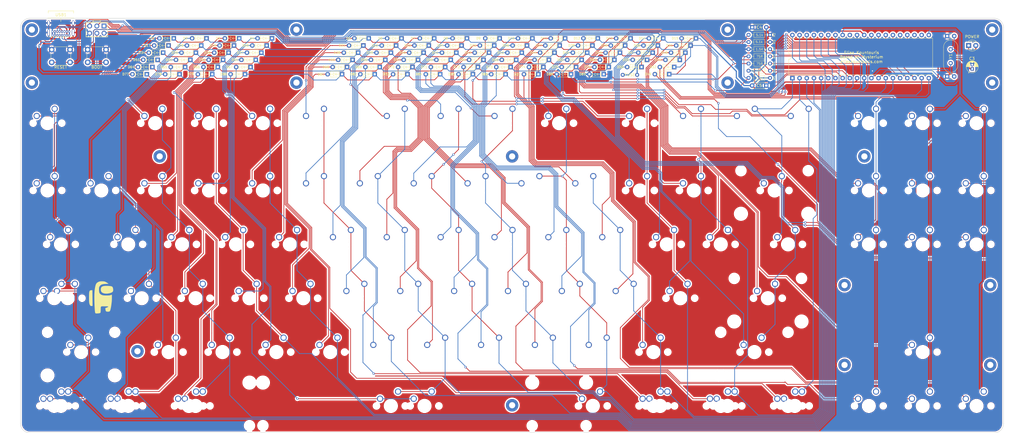
<source format=kicad_pcb>
(kicad_pcb (version 20211014) (generator pcbnew)
  (layers (0 "F.Cu" signal) (31 "B.Cu" signal) (34 "B.Paste" user) (35 "F.Paste" user) (36 "B.SilkS" user "B.Silkscreen") (37 "F.SilkS" user "F.Silkscreen") (38 "B.Mask" user) (39 "F.Mask" user) (44 "Edge.Cuts" user))
  (net 0 "")
  (net 1 "GND")
  (net 2 "boot")
  (net 3 "Net-(C1-Pad1)")
  (net 4 "Net-(C2-Pad1)")
  (net 5 "+5V")
  (net 6 "Net-(D51-Pad2)")
  (net 7 "Net-(D1-Pad2)")
  (net 8 "Net-(D2-Pad2)")
  (net 9 "Net-(D3-Pad2)")
  (net 10 "Net-(D4-Pad2)")
  (net 11 "Net-(D5-Pad2)")
  (net 12 "Net-(D6-Pad2)")
  (net 13 "Net-(D7-Pad2)")
  (net 14 "Net-(D8-Pad2)")
  (net 15 "Net-(D9-Pad2)")
  (net 16 "Net-(D10-Pad2)")
  (net 17 "Net-(D11-Pad2)")
  (net 18 "Net-(D12-Pad2)")
  (net 19 "Net-(D13-Pad2)")
  (net 20 "Net-(D14-Pad2)")
  (net 21 "Net-(D15-Pad2)")
  (net 22 "Net-(D16-Pad2)")
  (net 23 "Net-(D17-Pad2)")
  (net 24 "Net-(D18-Pad2)")
  (net 25 "Net-(D19-Pad2)")
  (net 26 "Net-(D20-Pad2)")
  (net 27 "Net-(D21-Pad2)")
  (net 28 "Net-(D22-Pad2)")
  (net 29 "Net-(D23-Pad2)")
  (net 30 "Net-(D24-Pad2)")
  (net 31 "Net-(D25-Pad2)")
  (net 32 "Net-(D26-Pad2)")
  (net 33 "Net-(D27-Pad2)")
  (net 34 "Net-(D28-Pad2)")
  (net 35 "Net-(D29-Pad2)")
  (net 36 "Net-(D30-Pad2)")
  (net 37 "Net-(D31-Pad2)")
  (net 38 "Net-(D32-Pad2)")
  (net 39 "Net-(D33-Pad2)")
  (net 40 "Net-(D34-Pad2)")
  (net 41 "Net-(D35-Pad2)")
  (net 42 "Net-(D36-Pad2)")
  (net 43 "Net-(D37-Pad2)")
  (net 44 "Net-(D38-Pad2)")
  (net 45 "Net-(D39-Pad2)")
  (net 46 "Net-(D40-Pad2)")
  (net 47 "Net-(D41-Pad2)")
  (net 48 "Net-(D42-Pad2)")
  (net 49 "Net-(D43-Pad2)")
  (net 50 "Net-(D44-Pad2)")
  (net 51 "Net-(D45-Pad2)")
  (net 52 "Net-(D46-Pad2)")
  (net 53 "Net-(D47-Pad2)")
  (net 54 "Net-(D48-Pad2)")
  (net 55 "Net-(D49-Pad2)")
  (net 56 "Net-(D50-Pad2)")
  (net 57 "Net-(D52-Pad2)")
  (net 58 "Net-(D53-Pad2)")
  (net 59 "Net-(D54-Pad2)")
  (net 60 "Net-(D55-Pad2)")
  (net 61 "Net-(D56-Pad2)")
  (net 62 "Net-(D57-Pad2)")
  (net 63 "Net-(D58-Pad2)")
  (net 64 "Net-(D59-Pad2)")
  (net 65 "Net-(D60-Pad2)")
  (net 66 "Net-(D61-Pad2)")
  (net 67 "Net-(D62-Pad2)")
  (net 68 "Net-(D63-Pad2)")
  (net 69 "Net-(D64-Pad2)")
  (net 70 "Net-(D65-Pad2)")
  (net 71 "Net-(D66-Pad2)")
  (net 72 "Net-(D67-Pad2)")
  (net 73 "Net-(D68-Pad2)")
  (net 74 "Net-(D69-Pad2)")
  (net 75 "Net-(D70-Pad2)")
  (net 76 "Net-(D71-Pad2)")
  (net 77 "Net-(D72-Pad2)")
  (net 78 "Net-(D73-Pad2)")
  (net 79 "Net-(D74-Pad2)")
  (net 80 "Net-(D75-Pad2)")
  (net 81 "Net-(D76-Pad2)")
  (net 82 "Net-(D77-Pad2)")
  (net 83 "Net-(D79-Pad2)")
  (net 84 "Net-(D81-Pad2)")
  (net 85 "Net-(D83-Pad2)")
  (net 86 "Net-(D85-Pad2)")
  (net 87 "Net-(D86-Pad2)")
  (net 88 "Net-(D78-Pad2)")
  (net 89 "Net-(D80-Pad2)")
  (net 90 "Net-(D82-Pad2)")
  (net 91 "Net-(D84-Pad2)")
  (net 92 "Net-(D87-Pad2)")
  (net 93 "Net-(D88-Pad1)")
  (net 94 "Net-(D89-Pad1)")
  (net 95 "VCC")
  (net 96 "MISO")
  (net 97 "SCK")
  (net 98 "MOSI")
  (net 99 "reset")
  (net 100 "Net-(LED1-Pad1)")
  (net 101 "Net-(R2-Pad2)")
  (net 102 "Net-(R5-Pad1)")
  (net 103 "D-")
  (net 104 "D+")
  (net 108 "row0")
  (net 109 "row1")
  (net 110 "row2")
  (net 111 "row3")
  (net 112 "row4")
  (net 113 "row5")
  (net 114 "col0")
  (net 115 "col2")
  (net 116 "col3")
  (net 117 "col4")
  (net 118 "col5")
  (net 119 "col6")
  (net 120 "col7")
  (net 121 "col8")
  (net 122 "col9")
  (net 123 "col11")
  (net 124 "col12")
  (net 125 "col13")
  (net 126 "col14")
  (net 127 "col15")
  (net 128 "col16")
  (net 129 "col17")
  (net 130 "col1")
  (net 131 "col10")
  (footprint "cftkb:MX-6.25U-Stabilizer" (layer "F.Cu") (at 168.1099 192.4177)
    (fp_text reference "ST83")
    (fp_text value "6.25U" hide)
  )
  (footprint "cftkb:SW_Cherry_MX1A_1.00u_PCB-NOSCREEN" (layer "F.Cu") (at 68.2625 111.125)
    (fp_text reference "SW18")
    (fp_text value "KEYSW")
  )
  (footprint "cftkb:SW_Cherry_MX1A_1.00u_PCB-NOSCREEN" (layer "F.Cu") (at 211.1375 130.175)
    (fp_text reference "SW42")
    (fp_text value "KEYSW")
  )
  (footprint "cftkb:MX-7U-Stabilizer" (layer "F.Cu") (at 180.0225 192.405)
    (fp_text reference "ST84")
    (fp_text value "7U" hide)
  )
  (footprint "cftkb:CP_Radial_D4.0mm_P1.50mm" (layer "F.Cu") (at 373.741883 73.225132 90)
    (fp_text reference "C3")
    (fp_text value "4.7u")
  )
  (footprint "cftkb:LED_D3.0mm" (layer "F.Cu") (at 372.466883 64.929933)
    (fp_text reference "LED1")
    (fp_text value "POWER")
  )
  (footprint "cftkb:D_DO-35_SOD27_P5.08mm_Horizontal" (layer "F.Cu") (at 252.253564 64.9224 180)
    (fp_text reference "D29")
    (fp_text value "D_Small")
  )
  (footprint "cftkb:D_DO-35_SOD27_P5.08mm_Horizontal" (layer "F.Cu") (at 123.571 67.4624 180)
    (fp_text reference "D37")
    (fp_text value "D_Small")
  )
  (footprint "cftkb:D_DO-35_SOD27_P5.08mm_Horizontal" (layer "F.Cu") (at 242.585681 62.3824 180)
    (fp_text reference "D12")
    (fp_text value "D_Small")
  )
  (footprint "cftkb:D_DO-35_SOD27_P5.08mm_Horizontal" (layer "F.Cu") (at 277.30433 62.3824 180)
    (fp_text reference "D15")
    (fp_text value "D_Small")
  )
  (footprint "cftkb:D_DO-35_SOD27_P5.08mm_Horizontal" (layer "F.Cu") (at 186.829593 75.0824 180)
    (fp_text reference "D84")
    (fp_text value "D_Small")
  )
  (footprint "cftkb:D_DO-35_SOD27_P5.08mm_Horizontal" (layer "F.Cu") (at 198.401514 75.0824 180)
    (fp_text reference "D85")
    (fp_text value "D_Small")
  )
  (footprint "cftkb:DIP-40_W15.24mm" (layer "F.Cu") (at 310.139 76.459 90)
    (fp_text reference "U1" hide)
    (fp_text value "Elias Kountouris")
  )
  (footprint "MountingHole:MountingHole_2.2mm_M2_Pad" (layer "F.Cu") (at 41.1475 59.3135)
    (fp_text reference "REF**")
    (fp_text value "MountingHole_2.2mm_M2_Pad")
  )
  (footprint "MountingHole:MountingHole_2.2mm_M2_Pad" (layer "F.Cu") (at 41.1475 78.0635)
    (fp_text reference "REF**")
    (fp_text value "MountingHole_2.2mm_M2_Pad")
  )
  (footprint "MountingHole:MountingHole_2.2mm_M2_Pad" (layer "F.Cu") (at 380.81 78.0635)
    (fp_text reference "REF**")
    (fp_text value "MountingHole_2.2mm_M2_Pad")
  )
  (footprint "MountingHole:MountingHole_2.2mm_M2_Pad" (layer "F.Cu") (at 380.81 59.3135)
    (fp_text reference "REF**")
    (fp_text value "MountingHole_2.2mm_M2_Pad")
  )
  (footprint "MountingHole:MountingHole_2.2mm_M2_Pad" (layer "F.Cu") (at 134.7343 59.3135)
    (fp_text reference "REF**")
    (fp_text value "MountingHole_2.2mm_M2_Pad")
  )
  (footprint "MountingHole:MountingHole_2.2mm_M2_Pad" (layer "F.Cu") (at 211.016251 104.1527)
    (fp_text reference "REF**")
    (fp_text value "MountingHole_2.2mm_M2_Pad")
  )
  (footprint "MountingHole:MountingHole_2.2mm_M2_Pad" (layer "F.Cu") (at 211.016251 192.1637)
    (fp_text reference "REF**")
    (fp_text value "MountingHole_2.2mm_M2_Pad")
  )
  (footprint "MountingHole:MountingHole_2.2mm_M2_Pad" (layer "F.Cu") (at 335.5975 104.1527)
    (fp_text reference "REF**")
    (fp_text value "MountingHole_2.2mm_M2_Pad")
  )
  (footprint "MountingHole:MountingHole_2.2mm_M2_Pad" (layer "F.Cu") (at 86.36 104.1527)
    (fp_text reference "REF**")
    (fp_text value "MountingHole_2.2mm_M2_Pad")
  )
  (footprint "MountingHole:MountingHole_2.2mm_M2_Pad" (layer "F.Cu") (at 78.4987 173.0375)
    (fp_text reference "REF**")
    (fp_text value "MountingHole_2.2mm_M2_Pad")
  )
  (footprint "MountingHole:MountingHole_2.2mm_M2_Pad" (layer "F.Cu") (at 328.583688 149.6695)
    (fp_text reference "REF**")
    (fp_text value "MountingHole_2.2mm_M2_Pad")
  )
  (footprint "MountingHole:MountingHole_2.2mm_M2_Pad" (layer "F.Cu") (at 380.120412 149.6695)
    (fp_text reference "REF**")
    (fp_text value "MountingHole_2.2mm_M2_Pad")
  )
  (footprint "MountingHole:MountingHole_2.2mm_M2_Pad" (layer "F.Cu") (at 328.583688 177.9049)
    (fp_text reference "REF**")
    (fp_text value "MountingHole_2.2mm_M2_Pad")
  )
  (footprint "MountingHole:MountingHole_2.2mm_M2_Pad" (layer "F.Cu") (at 380.120412 177.9049)
    (fp_text reference "REF**")
    (fp_text value "MountingHole_2.2mm_M2_Pad")
  )
  (footprint "cftkb:SW_PUSH_6mm" (layer "F.Cu") (at 60.885 66.375899)
    (fp_text reference "BOOT1")
    (fp_text value "BOOT")
  )
  (footprint "cftkb:C_Disc_D3.0mm_W1.6mm_P2.50mm" (layer "F.Cu") (at 367.371883 61.579833 180)
    (fp_text reference "C1" hide)
    (fp_text value "22p" hide)
  )
  (footprint "cftkb:C_Disc_D3.0mm_W1.6mm_P2.50mm" (layer "F.Cu") (at 367.371883 75.880033 180)
    (fp_text reference "C2" hide)
    (fp_text value "22p" hide)
  )
  (footprint "cftkb:C_Disc_D4.3mm_W1.9mm_P5.00mm" (layer "F.Cu") (at 300.9138 58.4708 180)
    (fp_text reference "C4")
    (fp_text value "0.1u" hide)
  )
  (footprint "cftkb:C_Disc_D4.3mm_W1.9mm_P5.00mm" (layer "F.Cu") (at 295.8992 79.0956)
    (fp_text reference "C5")
    (fp_text value "0.1u" hide)
  )
  (footprint "cftkb:D_DO-35_SOD27_P5.08mm_Horizontal" (layer "F.Cu") (at 92.6145 62.3824 180)
    (fp_text reference "D1")
    (fp_text value "D_Small")
  )
  (footprint "MountingHole:MountingHole_2.2mm_M2_Pad" (layer "F.Cu") (at 287.2232 59.3135)
    (fp_text reference "REF**")
    (fp_text value "MountingHole_2.2mm_M2_Pad")
  )
  (footprint "cftkb:D_DO-35_SOD27_P5.08mm_Horizontal" (layer "F.Cu") (at 104.187383 62.3824 180)
    (fp_text reference "D2")
    (fp_text value "D_Small")
  )
  (footprint "cftkb:D_DO-35_SOD27_P5.08mm_Horizontal" (layer "F.Cu") (at 115.760266 62.3824 180)
    (fp_text reference "D3")
    (fp_text value "D_Small")
  )
  (footprint "cftkb:D_DO-35_SOD27_P5.08mm_Horizontal" (layer "F.Cu") (at 127.333149 62.3824 180)
    (fp_text reference "D4")
    (fp_text value "D_Small")
  )
  (footprint "cftkb:D_DO-35_SOD27_P5.08mm_Horizontal" (layer "F.Cu") (at 161.5755 62.3824 180)
    (fp_text reference "D5")
    (fp_text value "D_Small")
  )
  (footprint "cftkb:D_DO-35_SOD27_P5.08mm_Horizontal" (layer "F.Cu") (at 173.148383 62.3824 180)
    (fp_text reference "D6")
    (fp_text value "D_Small")
  )
  (footprint "cftkb:D_DO-35_SOD27_P5.08mm_Horizontal" (layer "F.Cu") (at 184.721266 62.3824 180)
    (fp_text reference "D7")
    (fp_text value "D_Small")
  )
  (footprint "cftkb:D_DO-35_SOD27_P5.08mm_Horizontal" (layer "F.Cu") (at 196.294149 62.3824 180)
    (fp_text reference "D8")
    (fp_text value "D_Small")
  )
  (footprint "cftkb:D_DO-35_SOD27_P5.08mm_Horizontal" (layer "F.Cu") (at 207.867032 62.3824 180)
    (fp_text reference "D9")
    (fp_text value "D_Small")
  )
  (footprint "cftkb:D_DO-35_SOD27_P5.08mm_Horizontal" (layer "F.Cu") (at 219.439915 62.3824 180)
    (fp_text reference "D10")
    (fp_text value "D_Small")
  )
  (footprint "cftkb:D_DO-35_SOD27_P5.08mm_Horizontal" (layer "F.Cu") (at 231.012798 62.3824 180)
    (fp_text reference "D11")
    (fp_text value "D_Small")
  )
  (footprint "cftkb:D_DO-35_SOD27_P5.08mm_Horizontal" (layer "F.Cu") (at 254.158564 62.3824 180)
    (fp_text reference "D13")
    (fp_text value "D_Small")
  )
  (footprint "cftkb:D_DO-35_SOD27_P5.08mm_Horizontal" (layer "F.Cu") (at 265.731447 62.3824 180)
    (fp_text reference "D14")
    (fp_text value "D_Small")
  )
  (footprint "cftkb:D_DO-35_SOD27_P5.08mm_Horizontal" (layer "F.Cu") (at 271.58933 70.0024 180)
    (fp_text reference "D16")
    (fp_text value "D_Small")
  )
  (footprint "cftkb:D_DO-35_SOD27_P5.08mm_Horizontal" (layer "F.Cu") (at 90.757351 64.9224 180)
    (fp_text reference "D17")
    (fp_text value "D_Small")
  )
  (footprint "cftkb:D_DO-35_SOD27_P5.08mm_Horizontal" (layer "F.Cu") (at 102.330234 64.9224 180)
    (fp_text reference "D18")
    (fp_text value "D_Small")
  )
  (footprint "cftkb:D_DO-35_SOD27_P5.08mm_Horizontal" (layer "F.Cu") (at 113.903117 64.9224 180)
    (fp_text reference "D19")
    (fp_text value "D_Small")
  )
  (footprint "cftkb:D_DO-35_SOD27_P5.08mm_Horizontal" (layer "F.Cu") (at 125.476 64.9224 180)
    (fp_text reference "D20")
    (fp_text value "D_Small")
  )
  (footprint "cftkb:D_DO-35_SOD27_P5.08mm_Horizontal" (layer "F.Cu") (at 159.6705 64.9224 180)
    (fp_text reference "D21")
    (fp_text value "D_Small")
  )
  (footprint "cftkb:D_DO-35_SOD27_P5.08mm_Horizontal" (layer "F.Cu") (at 171.243383 64.9224 180)
    (fp_text reference "D22")
    (fp_text value "D_Small")
  )
  (footprint "cftkb:D_DO-35_SOD27_P5.08mm_Horizontal" (layer "F.Cu") (at 182.816266 64.9224 180)
    (fp_text reference "D23")
    (fp_text value "D_Small")
  )
  (footprint "cftkb:D_DO-35_SOD27_P5.08mm_Horizontal" (layer "F.Cu") (at 194.389149 64.9224 180)
    (fp_text reference "D24")
    (fp_text value "D_Small")
  )
  (footprint "cftkb:D_DO-35_SOD27_P5.08mm_Horizontal" (layer "F.Cu") (at 205.962032 64.9224 180)
    (fp_text reference "D25")
    (fp_text value "D_Small")
  )
  (footprint "cftkb:D_DO-35_SOD27_P5.08mm_Horizontal" (layer "F.Cu") (at 217.534915 64.9224 180)
    (fp_text reference "D26")
    (fp_text value "D_Small")
  )
  (footprint "cftkb:D_DO-35_SOD27_P5.08mm_Horizontal" (layer "F.Cu") (at 229.107798 64.9224 180)
    (fp_text reference "D27")
    (fp_text value "D_Small")
  )
  (footprint "cftkb:D_DO-35_SOD27_P5.08mm_Horizontal" (layer "F.Cu") (at 240.680681 64.9224 180)
    (fp_text reference "D28")
    (fp_text value "D_Small")
  )
  (footprint "cftkb:D_DO-35_SOD27_P5.08mm_Horizontal" (layer "F.Cu") (at 263.826447 64.9224 180)
    (fp_text reference "D30")
    (fp_text value "D_Small")
  )
  (footprint "cftkb:D_DO-35_SOD27_P5.08mm_Horizontal" (layer "F.Cu") (at 275.39933 64.9224 180)
    (fp_text reference "D31")
    (fp_text value "D_Small")
  )
  (footprint "cftkb:D_DO-35_SOD27_P5.08mm_Horizontal" (layer "F.Cu") (at 269.62066 72.5424 180)
    (fp_text reference "D32")
    (fp_text value "D_Small")
  )
  (footprint "cftkb:D_DO-35_SOD27_P5.08mm_Horizontal" (layer "F.Cu") (at 260.016447 70.0024 180)
    (fp_text reference "D33")
    (fp_text value "D_Small")
  )
  (footprint "cftkb:D_DO-35_SOD27_P5.08mm_Horizontal" (layer "F.Cu") (at 88.852351 67.4624 180)
    (fp_text reference "D34")
    (fp_text value "D_Small")
  )
  (footprint "cftkb:D_DO-35_SOD27_P5.08mm_Horizontal" (layer "F.Cu") (at 100.425234 67.4624 180)
    (fp_text reference "D35")
    (fp_text value "D_Small")
  )
  (footprint "cftkb:D_DO-35_SOD27_P5.08mm_Horizontal" (layer "F.Cu") (at 111.998117 67.4624 180)
    (fp_text reference "D36")
    (fp_text value "D_Small")
  )
  (footprint "cftkb:D_DO-35_SOD27_P5.08mm_Horizontal" (layer "F.Cu") (at 157.82883 67.4624 180)
    (fp_text reference "D38")
    (fp_text value "D_Small")
  )
  (footprint "cftkb:D_DO-35_SOD27_P5.08mm_Horizontal" (layer "F.Cu") (at 169.401713 67.4624 180)
    (fp_text reference "D39")
    (fp_text value "D_Small")
  )
  (footprint "cftkb:D_DO-35_SOD27_P5.08mm_Horizontal" (layer "F.Cu") (at 180.974596 67.4624 180)
    (fp_text reference "D40")
    (fp_text value "D_Small")
  )
  (footprint "cftkb:D_DO-35_SOD27_P5.08mm_Horizontal" (layer "F.Cu") (at 192.547479 67.4624 180)
    (fp_text reference "D41")
    (fp_text value "D_Small")
  )
  (footprint "cftkb:D_DO-35_SOD27_P5.08mm_Horizontal" (layer "F.Cu") (at 204.120362 67.4624 180)
    (fp_text reference "D42")
    (fp_text value "D_Small")
  )
  (footprint "cftkb:D_DO-35_SOD27_P5.08mm_Horizontal" (layer "F.Cu") (at 215.693245 67.4624 180)
    (fp_text reference "D43")
    (fp_text value "D_Small")
  )
  (footprint "cftkb:D_DO-35_SOD27_P5.08mm_Horizontal" (layer "F.Cu") (at 227.266128 67.4624 180)
    (fp_text reference "D44")
    (fp_text value "D_Small")
  )
  (footprint "cftkb:D_DO-35_SOD27_P5.08mm_Horizontal" (layer "F.Cu") (at 238.839011 67.4624 180)
    (fp_text reference "D45")
    (fp_text value "D_Small")
  )
  (footprint "cftkb:D_DO-35_SOD27_P5.08mm_Horizontal" (layer "F.Cu") (at 250.411894 67.4624 180)
    (fp_text reference "D46")
    (fp_text value "D_Small")
  )
  (footprint "cftkb:D_DO-35_SOD27_P5.08mm_Horizontal" (layer "F.Cu") (at 261.984777 67.4624 180)
    (fp_text reference "D47")
    (fp_text value "D_Small")
  )
  (footprint "cftkb:D_DO-35_SOD27_P5.08mm_Horizontal" (layer "F.Cu") (at 273.55766 67.4624 180)
    (fp_text reference "D48")
    (fp_text value "D_Small")
  )
  (footprint "cftkb:D_DO-35_SOD27_P5.08mm_Horizontal" (layer "F.Cu") (at 267.846508 75.057 180)
    (fp_text reference "D49")
    (fp_text value "D_Small")
  )
  (footprint "cftkb:D_DO-35_SOD27_P5.08mm_Horizontal" (layer "F.Cu") (at 258.047777 72.5424 180)
    (fp_text reference "D50")
    (fp_text value "D_Small")
  )
  (footprint "cftkb:D_DO-35_SOD27_P5.08mm_Horizontal" (layer "F.Cu") (at 86.8995 70.0024 180)
    (fp_text reference "D51")
    (fp_text value "D_Small")
  )
  (footprint "cftkb:D_DO-35_SOD27_P5.08mm_Horizontal" (layer "F.Cu") (at 98.472383 70.0024 180)
    (fp_text reference "D52")
    (fp_text value "D_Small")
  )
  (footprint "cftkb:D_DO-35_SOD27_P5.08mm_Horizontal" (layer "F.Cu") (at 110.045266 70.0024 180)
    (fp_text reference "D53")
    (fp_text value "D_Small")
  )
  (footprint "cftkb:D_DO-35_SOD27_P5.08mm_Horizontal" (layer "F.Cu") (at 121.618149 70.0024 180)
    (fp_text reference "D54")
    (fp_text value "D_Small")
  )
  (footprint "cftkb:D_DO-35_SOD27_P5.08mm_Horizontal" (layer "F.Cu") (at 155.8605 70.0024 180)
    (fp_text reference "D55")
    (fp_text value "D_Small")
  )
  (footprint "cftkb:D_DO-35_SOD27_P5.08mm_Horizontal" (layer "F.Cu") (at 167.433383 70.0024 180)
    (fp_text reference "D56")
    (fp_text value "D_Small")
  )
  (footprint "cftkb:D_DO-35_SOD27_P5.08mm_Horizontal" (layer "F.Cu") (at 179.006266 70.0024 180)
    (fp_text reference "D57")
    (fp_text value "D_Small")
  )
  (footprint "cftkb:D_DO-35_SOD27_P5.08mm_Horizontal" (layer "F.Cu") (at 190.579149 70.0024 180)
    (fp_text reference "D58")
    (fp_text value "D_Small")
  )
  (footprint "cftkb:D_DO-35_SOD27_P5.08mm_Horizontal" (layer "F.Cu") (at 202.152032 70.0024 180)
    (fp_text reference "D59")
    (fp_text value "D_Small")
  )
  (footprint "cftkb:D_DO-35_SOD27_P5.08mm_Horizontal" (layer "F.Cu") (at 213.724915 70.0024 180)
    (fp_text reference "D60")
    (fp_text value "D_Small")
  )
  (footprint "cftkb:D_DO-35_SOD27_P5.08mm_Horizontal" (layer "F.Cu") (at 225.297798 70.0024 180)
    (fp_text reference "D61")
    (fp_text value "D_Small")
  )
  (footprint "cftkb:D_DO-35_SOD27_P5.08mm_Horizontal" (layer "F.Cu") (at 236.870681 70.0024 180)
    (fp_text reference "D62")
    (fp_text value "D_Small")
  )
  (footprint "cftkb:D_DO-35_SOD27_P5.08mm_Horizontal" (layer "F.Cu") (at 248.443564 70.0024 180)
    (fp_text reference "D63")
    (fp_text value "D_Small")
  )
  (footprint "cftkb:D_DO-35_SOD27_P5.08mm_Horizontal" (layer "F.Cu") (at 85.042351 72.5424 180)
    (fp_text reference "D64")
    (fp_text value "D_Small")
  )
  (footprint "cftkb:D_DO-35_SOD27_P5.08mm_Horizontal" (layer "F.Cu") (at 96.615234 72.5424 180)
    (fp_text reference "D65")
    (fp_text value "D_Small")
  )
  (footprint "cftkb:D_DO-35_SOD27_P5.08mm_Horizontal" (layer "F.Cu") (at 108.188117 72.5424 180)
    (fp_text reference "D66")
    (fp_text value "D_Small")
  )
  (footprint "cftkb:D_DO-35_SOD27_P5.08mm_Horizontal" (layer "F.Cu") (at 119.761 72.5424 180)
    (fp_text reference "D67")
    (fp_text value "D_Small")
  )
  (footprint "cftkb:D_DO-35_SOD27_P5.08mm_Horizontal" (layer "F.Cu") (at 153.89183 72.5424 180)
    (fp_text reference "D68")
    (fp_text value "D_Small")
  )
  (footprint "cftkb:D_DO-35_SOD27_P5.08mm_Horizontal" (layer "F.Cu") (at 165.464713 72.5424 180)
    (fp_text reference "D69")
    (fp_text value "D_Small")
  )
  (footprint "cftkb:D_DO-35_SOD27_P5.08mm_Horizontal" (layer "F.Cu") (at 177.037596 72.5424 180)
    (fp_text reference "D70")
    (fp_text value "D_Small")
  )
  (footprint "cftkb:D_DO-35_SOD27_P5.08mm_Horizontal" (layer "F.Cu") (at 188.610479 72.5424 180)
    (fp_text reference "D71")
    (fp_text value "D_Small")
  )
  (footprint "cftkb:D_DO-35_SOD27_P5.08mm_Horizontal" (layer "F.Cu") (at 200.183362 72.5424 180)
    (fp_text reference "D72")
    (fp_text value "D_Small")
  )
  (footprint "cftkb:D_DO-35_SOD27_P5.08mm_Horizontal" (layer "F.Cu") (at 211.756245 72.5424 180)
    (fp_text reference "D73")
    (fp_text value "D_Small")
  )
  (footprint "cftkb:D_DO-35_SOD27_P5.08mm_Horizontal" (layer "F.Cu") (at 223.329128 72.5424 180)
    (fp_text reference "D74")
    (fp_text value "D_Small")
  )
  (footprint "cftkb:D_DO-35_SOD27_P5.08mm_Horizontal" (layer "F.Cu") (at 234.902011 72.5424 180)
    (fp_text reference "D75")
    (fp_text value "D_Small")
  )
  (footprint "cftkb:D_DO-35_SOD27_P5.08mm_Horizontal" (layer "F.Cu") (at 246.474894 72.5424 180)
    (fp_text reference "D76")
    (fp_text value "D_Small")
  )
  (footprint "cftkb:D_DO-35_SOD27_P5.08mm_Horizontal" (layer "F.Cu") (at 83.074579 75.0824 180)
    (fp_text reference "D77")
    (fp_text value "D_Small")
  )
  (footprint "cftkb:D_DO-35_SOD27_P5.08mm_Horizontal" (layer "F.Cu") (at 94.6465 75.0824 180)
    (fp_text reference "D78")
    (fp_text value "D_Small")
  )
  (footprint "cftkb:D_DO-35_SOD27_P5.08mm_Horizontal" (layer "F.Cu") (at 106.218421 75.0824 180)
    (fp_text reference "D79")
    (fp_text value "D_Small")
  )
  (footprint "cftkb:D_DO-35_SOD27_P5.08mm_Horizontal" (layer "F.Cu") (at 117.790342 75.0824 180)
    (fp_text reference "D80")
    (fp_text value "D_Small")
  )
  (footprint "cftkb:D_DO-35_SOD27_P5.08mm_Horizontal" (layer "F.Cu") (at 152.11383 75.0824 180)
    (fp_text reference "D81")
    (fp_text value "D_Small")
  )
  (footprint "cftkb:D_DO-35_SOD27_P5.08mm_Horizontal" (layer "F.Cu") (at 163.685751 75.0824 180)
    (fp_text reference "D82")
    (fp_text value "D_Small")
  )
  (footprint "cftkb:D_DO-35_SOD27_P5.08mm_Horizontal" (layer "F.Cu") (at 175.257672 75.0824 180)
    (fp_text reference "D83")
    (fp_text value "D_Small")
  )
  (footprint "cftkb:D_DO-35_SOD27_P5.08mm_Horizontal" (layer "F.Cu") (at 209.973435 75.0824 180)
    (fp_text reference "D86")
    (fp_text value "D_Small")
  )
  (footprint "cftkb:D_DO-35_SOD27_P5.08mm_Horizontal" (layer "F.Cu") (at 221.545356 75.0824 180)
    (fp_text reference "D87")
    (fp_text value "D_Small")
  )
  (footprint "cftkb:D_DO-35_SOD27_P5.08mm_Horizontal" (layer "F.Cu") (at 233.117277 75.0824 180)
    (fp_text reference "D88")
    (fp_text value "3.6V" hide)
  )
  (footprint "cftkb:D_DO-35_SOD27_P5.08mm_Horizontal" (layer "F.Cu") (at 244.689198 75.0824 180)
    (fp_text reference "D89")
    (fp_text value "3.6V" hide)
  )
  (footprint "cftkb:polyfuse_5.1mm" (layer "F.Cu") (at 252.686125 75.311 180)
    (fp_text reference "F1")
    (fp_text value "500mA")
  )
  (footprint "cftkb:AVR_ICSP_3x2" (layer "F.Cu") (at 64.135 59.309 180)
    (fp_text reference "J1" hide)
    (fp_text value "AVR-ISP-6" hide)
  )
  (footprint "cftkb:R_Axial_DIN0204_L3.6mm_D1.6mm_P7.62mm_Horizontal" (layer "F.Cu") (at 302.251491 61.158976 180)
    (fp_text reference "R2")
    (fp_text value "5.1k")
  )
  (footprint "cftkb:R_Axial_DIN0204_L3.6mm_D1.6mm_P7.62mm_Horizontal" (layer "F.Cu") (at 294.631491 63.697152)
    (fp_text reference "R5")
    (fp_text value "5.1k")
  )
  (footprint "cftkb:R_Axial_DIN0204_L3.6mm_D1.6mm_P7.62mm_Horizontal" (layer "F.Cu") (at 302.251491 68.773504 180)
    (fp_text reference "R3")
    (fp_text value "75R")
  )
  (footprint "cftkb:R_Axial_DIN0204_L3.6mm_D1.6mm_P7.62mm_Horizontal" (layer "F.Cu") (at 302.251491 71.31168 180)
    (fp_text reference "R4")
    (fp_text value "75R")
  )
  (footprint "cftkb:R_Axial_DIN0204_L3.6mm_D1.6mm_P7.62mm_Horizontal" (layer "F.Cu") (at 302.251491 76.388033 180)
    (fp_text reference "R1")
    (fp_text value "1.5k")
  )
  (footprint "cftkb:R_Axial_DIN0204_L3.6mm_D1.6mm_P7.62mm_Horizontal" (layer "F.Cu") (at 302.251491 66.235328 180)
    (fp_text reference "R7")
    (fp_text value "1.5K")
  )
  (footprint "cftkb:R_Axial_DIN0204_L3.6mm_D1.6mm_P7.62mm_Horizontal" (layer "F.Cu") (at 294.631491 73.849856)
    (fp_text reference "R6")
    (fp_text value "10k")
  )
  (footprint "cftkb:SW_PUSH_6mm" (layer "F.Cu") (at 48.1596 66.375899)
    (fp_text reference "RESET1")
    (fp_text value "RESET")
  )
  (footprint "cftkb:SW_Cherry_MX1A_1.00u_PCB-NOSCREEN" (layer "F.Cu") (at 49.2125 87.3125)
    (fp_text reference "SW1")
    (fp_text value "KEYSW")
  )
  (footprint "cftkb:SW_Cherry_MX1A_1.00u_PCB-NOSCREEN" (layer "F.Cu") (at 87.3125 87.3125)
    (fp_text reference "SW2")
    (fp_text value "KEYSW")
  )
  (footprint "cftkb:SW_Cherry_MX1A_1.00u_PCB-NOSCREEN" (layer "F.Cu") (at 106.3625 87.3125)
    (fp_text reference "SW3")
    (fp_text value "KEYSW")
  )
  (footprint "cftkb:SW_Cherry_MX1A_1.00u_PCB-NOSCREEN" (layer "F.Cu") (at 125.4125 87.3125)
    (fp_text reference "SW4")
    (fp_text value "KEYSW")
  )
  (footprint "cftkb:SW_Cherry_MX1A_1.00u_PCB-NOSCREEN" (layer "F.Cu") (at 144.4625 87.3125)
    (fp_text reference "SW5")
    (fp_text value "KEYSW")
  )
  (footprint "cftkb:SW_Cherry_MX1A_1.00u_PCB-NOSCREEN" (layer "F.Cu") (at 173.0375 87.3125)
    (fp_text reference "SW6")
    (fp_text value "KEYSW")
  )
  (footprint "cftkb:SW_Cherry_MX1A_1.00u_PCB-NOSCREEN" (layer "F.Cu") (at 192.0875 87.3125)
    (fp_text reference "SW7")
    (fp_text value "KEYSW")
  )
  (footprint "cftkb:SW_Cherry_MX1A_1.00u_PCB-NOSCREEN" (layer "F.Cu") (at 211.1375 87.3125)
    (fp_text reference "SW8")
    (fp_text value "KEYSW")
  )
  (footprint "cftkb:SW_Cherry_MX1A_1.00u_PCB-NOSCREEN" (layer "F.Cu") (at 230.1875 87.3125)
    (fp_text reference "SW9")
    (fp_text value "KEYSW")
  )
  (footprint "cftkb:SW_Cherry_MX1A_1.00u_PCB-NOSCREEN" (layer "F.Cu") (at 258.7625 87.3125)
    (fp_text reference "SW10")
    (fp_text value "KEYSW")
  )
  (footprint "cftkb:SW_Cherry_MX1A_1.00u_PCB-NOSCREEN" (layer "F.Cu") (at 277.8125 87.3125)
    (fp_text reference "SW11")
    (fp_text value "KEYSW")
  )
  (footprint "cftkb:SW_Cherry_MX1A_1.00u_PCB-NOSCREEN" (layer "F.Cu") (at 296.8625 87.3125)
    (fp_text reference "SW12")
    (fp_text value "KEYSW")
  )
  (footprint "cftkb:SW_Cherry_MX1A_1.00u_PCB-NOSCREEN" (layer "F.Cu") (at 315.9125 87.3125)
    (fp_text reference "SW13")
    (fp_text value "KEYSW")
  )
  (footprint "cftkb:SW_Cherry_MX1A_1.00u_PCB-NOSCREEN" (layer "F.Cu") (at 339.725 87.3125)
    (fp_text reference "SW14")
    (fp_text value "KEYSW")
  )
  (footprint "cftkb:SW_Cherry_MX1A_1.00u_PCB-NOSCREEN" (layer "F.Cu") (at 358.775 87.3125)
    (fp_text reference "SW15")
    (fp_text value "KEYSW")
  )
  (footprint "cftkb:SW_Cherry_MX1A_1.00u_PCB-NOSCREEN" (layer "F.Cu") (at 377.825 87.3125)
    (fp_text reference "SW16")
    (fp_text value "KEYSW")
  )
  (footprint "cftkb:SW_Cherry_MX1A_1.00u_PCB-NOSCREEN" (layer "F.Cu") (at 49.2125 111.125)
    (fp_text reference "SW17")
    (fp_text value "KEYSW")
  )
  (footprint "cftkb:SW_Cherry_MX1A_1.00u_PCB-NOSCREEN" (layer "F.Cu") (at 87.3125 111.125)
    (fp_text reference "SW19")
    (fp_text value "KEYSW")
  )
  (footprint "cftkb:SW_Cherry_MX1A_1.00u_PCB-NOSCREEN" (layer "F.Cu") (at 106.3625 111.125)
    (fp_text reference "SW20")
    (fp_text value "KEYSW")
  )
  (footprint "cftkb:SW_Cherry_MX1A_1.00u_PCB-NOSCREEN" (layer "F.Cu") (at 125.4125 111.125)
    (fp_text reference "SW21")
    (fp_text value "KEYSW")
  )
  (footprint "cftkb:SW_Cherry_MX1A_1.00u_PCB-NOSCREEN" (layer "F.Cu") (at 144.4625 111.125)
    (fp_text reference "SW22")
    (fp_text value "KEYSW")
  )
  (footprint "cftkb:SW_Cherry_MX1A_1.00u_PCB-NOSCREEN" (layer "F.Cu") (at 163.5125 111.125)
    (fp_text reference "SW23")
    (fp_text value "KEYSW")
  )
  (footprint "cftkb:SW_Cherry_MX1A_1.00u_PCB-NOSCREEN" (layer "F.Cu") (at 182.5625 111.125)
    (fp_text reference "SW24")
    (fp_text value "KEYSW")
  )
  (footprint "cftkb:SW_Cherry_MX1A_1.00u_PCB-NOSCREEN" (layer "F.Cu") (at 201.6125 111.125)
    (fp_text reference "SW25")
    (fp_text value "KEYSW")
  )
  (footprint "cftkb:SW_Cherry_MX1A_1.00u_PCB-NOSCREEN" (layer "F.Cu") (at 220.6625 111.125)
    (fp_text reference "SW26")
    (fp_text value "KEYSW")
  )
  (footprint "cftkb:SW_Cherry_MX1A_1.00u_PCB-NOSCREEN" (layer "F.Cu") (at 239.7125 111.125)
    (fp_text reference "SW27")
    (fp_text value "KEYSW")
  )
  (footprint "cftkb:SW_Cherry_MX1A_1.00u_PCB-NOSCREEN" (layer "F.Cu") (at 258.7625 111.125)
    (fp_text reference "SW28")
    (fp_text value "KEYSW")
  )
  (footprint "cftkb:SW_Cherry_MX1A_1.00u_PCB-NOSCREEN" (layer "F.Cu") (at 277.8125 111.125)
    (fp_text reference "SW29")
    (fp_text value "KEYSW")
  )
  (footprint "cftkb:SW_Cherry_MX1A_2.00u_PCBNOSCREEN" (layer "F.Cu") (at 306.3875 111.125)
    (fp_text reference "SW30")
    (fp_text value "KEYSW")
  )
  (footprint "cftkb:SW_Cherry_MX1A_1.00u_PCB-NOSCREEN" (layer "F.Cu") (at 339.725 111.125)
    (fp_text reference "SW31")
    (fp_text value "KEYSW")
  )
  (footprint "cftkb:SW_Cherry_MX1A_1.00u_PCB-NOSCREEN" (layer "F.Cu") (at 358.775 111.125)
    (fp_text reference "SW32")
    (fp_text value "KEYSW")
  )
  (footprint "cftkb:SW_Cherry_MX1A_1.00u_PCB-NOSCREEN" (layer "F.Cu") (at 377.825 111.125)
    (fp_text reference "SW33")
    (fp_text value "KEYSW")
  )
  (footprint "cftkb:SW_Cherry_MX1A_1.50u_PCBNOSCREEN" (layer "F.Cu") (at 53.975 130.175)
    (fp_text reference "SW34")
    (fp_text value "KEYSW")
  )
  (footprint "cftkb:SW_Cherry_MX1A_1.00u_PCB-NOSCREEN" (layer "F.Cu") (at 77.7875 130.175)
    (fp_text reference "SW35")
    (fp_text value "KEYSW")
  )
  (footprint "cftkb:SW_Cherry_MX1A_1.00u_PCB-NOSCREEN" (layer "F.Cu") (at 115.8875 130.175)
    (fp_text reference "SW37")
    (fp_text value "KEYSW")
  )
  (footprint "cftkb:SW_Cherry_MX1A_1.00u_PCB-NOSCREEN" (layer "F.Cu") (at 134.9375 130.175)
    (fp_text reference "SW38")
    (fp_text value "KEYSW")
  )
  (footprint "cftkb:SW_Cherry_MX1A_1.00u_PCB-NOSCREEN" (layer "F.Cu") (at 153.9875 130.175)
    (fp_text reference "SW39")
    (fp_text value "KEYSW")
  )
  (footprint "cftkb:SW_Cherry_MX1A_1.00u_PCB-NOSCREEN" (layer "F.Cu") (at 173.0375 130.175)
    (fp_text reference "SW40")
    (fp_text value "KEYSW")
  )
  (footprint "cftkb:SW_Cherry_MX1A_1.00u_PCB-NOSCREEN" (layer "F.Cu") (at 192.0875 130.175)
    (fp_text reference "SW41")
    (fp_text value "KEYSW")
  )
  (footprint "cftkb:SW_Cherry_MX1A_1.00u_PCB-NOSCREEN" (layer "F.Cu") (at 230.1875 130.175)
    (fp_text reference "SW43")
    (fp_text value "KEYSW")
  )
  (footprint "cftkb:SW_Cherry_MX1A_1.00u_PCB-NOSCREEN" (layer "F.Cu") (at 249.2375 130.175)
    (fp_text reference "SW44")
    (fp_text value "KEYSW")
  )
  (footprint "cftkb:SW_Cherry_MX1A_1.00u_PCB-NOSCREEN" (layer "F.Cu") (at 268.2875 130.175)
    (fp_text reference "SW45")
    (fp_text value "KEYSW")
  )
  (footprint "cftkb:SW_Cherry_MX1A_1.00u_PCB-NOSCREEN" (layer "F.Cu") (at 287.3375 130.175)
    (fp_text reference "SW46")
    (fp_text value "KEYSW")
  )
  (footprint "cftkb:SW_Cherry_MX1A_1.50u_PCBNOSCREEN" (layer "F.Cu") (at 311.15 130.175)
    (fp_text reference "SW47")
    (fp_text value "KEYSW")
  )
  (footprint "cftkb:SW_Cherry_MX1A_1.00u_PCB-NOSCREEN" (layer "F.Cu") (at 339.725 130.175)
    (fp_text reference "SW48")
    (fp_text value "KEYSW")
  )
  (footprint "cftkb:SW_Cherry_MX1A_1.00u_PCB-NOSCREEN" (layer "F.Cu") (at 358.775 130.175)
    (fp_text reference "SW49")
    (fp_text value "KEYSW")
  )
  (footprint "cftkb:SW_Cherry_MX1A_1.00u_PCB-NOSCREEN" (layer "F.Cu") (at 377.825 130.175)
    (fp_text reference "SW50")
    (fp_text value "KEYSW")
  )
  (footprint "cftkb:SW_Cherry_MX1A_1.75u_PCBNOSCREEN" (layer "F.Cu") (at 56.35625 149.225)
    (fp_text reference "SW52")
    (fp_text value "KEYSW")
  )
  (footprint "cftkb:SW_Cherry_MX1A_1.25u_PCBNOSCREEN" (layer "F.Cu") (at 51.59375 149.225)
    (fp_text reference "SW51")
    (fp_text value "KEYSW")
  )
  (footprint "cftkb:SW_Cherry_MX1A_1.00u_PCB-NOSCREEN" (layer "F.Cu") (at 82.55 149.225)
    (fp_text reference "SW53")
    (fp_text value "KEYSW")
  )
  (footprint "cftkb:SW_Cherry_MX1A_1.00u_PCB-NOSCREEN" (layer "F.Cu") (at 101.6 149.225)
    (fp_text reference "SW54")
    (fp_text value "KEYSW")
  )
  (footprint "cftkb:SW_Cherry_MX1A_1.00u_PCB-NOSCREEN" (layer "F.Cu") (at 120.65 149.225)
    (fp_text reference "SW55")
    (fp_text value "KEYSW")
  )
  (footprint "cftkb:SW_Cherry_MX1A_1.00u_PCB-NOSCREEN" (layer "F.Cu") (at 139.7 149.225)
    (fp_text reference "SW56")
    (fp_text value "KEYSW")
  )
  (footprint "cftkb:SW_Cherry_MX1A_1.00u_PCB-NOSCREEN" (layer "F.Cu") (at 158.75 149.225)
    (fp_text reference "SW57")
    (fp_text value "KEYSW")
  )
  (footprint "cftkb:SW_Cherry_MX1A_1.00u_PCB-NOSCREEN" (layer "F.Cu") (at 177.8 149.225)
    (fp_text reference "SW58")
    (fp_text value "KEYSW")
  )
  (footprint "cftkb:SW_Cherry_MX1A_1.00u_PCB-NOSCREEN" (layer "F.Cu") (at 196.85 149.225)
    (fp_text reference "SW59")
    (fp_text value "KEYSW")
  )
  (footprint "cftkb:SW_Cherry_MX1A_1.00u_PCB-NOSCREEN" (layer "F.Cu") (at 215.9 149.225)
    (fp_text reference "SW60")
    (fp_text value "KEYSW")
  )
  (footprint "cftkb:SW_Cherry_MX1A_1.00u_PCB-NOSCREEN" (layer "F.Cu") (at 234.95 149.225)
    (fp_text reference "SW61")
    (fp_text value "KEYSW")
  )
  (footprint "cftkb:SW_Cherry_MX1A_1.00u_PCB-NOSCREEN" (layer "F.Cu") (at 254 149.225)
    (fp_text reference "SW62")
    (fp_text value "KEYSW")
  )
  (footprint "cftkb:SW_Cherry_MX1A_2.25u_PCBNOSCREEN" (layer "F.Cu") (at 61.11875 168.275)
    (fp_text reference "SW65")
    (fp_text value "KEYSW")
  )
  (footprint "cftkb:SW_Cherry_MX1A_1.00u_PCB-NOSCREEN" (layer "F.Cu") (at 92.075 168.275)
    (fp_text reference "SW66")
    (fp_text value "KEYSW")
  )
  (footprint "cftkb:SW_Cherry_MX1A_1.00u_PCB-NOSCREEN" (layer "F.Cu") (at 111.125 168.275)
    (fp_text reference "SW67")
    (fp_text value "KEYSW")
  )
  (footprint "cftkb:SW_Cherry_MX1A_1.00u_PCB-NOSCREEN" (layer "F.Cu") (at 130.175 168.275)
    (fp_text reference "SW68")
    (fp_text value "KEYSW")
  )
  (footprint "cftkb:SW_Cherry_MX1A_1.00u_PCB-NOSCREEN" (layer "F.Cu") (at 149.225 168.275)
    (fp_text reference "SW69")
    (fp_text value "KEYSW")
  )
  (footprint "cftkb:SW_Cherry_MX1A_1.00u_PCB-NOSCREEN" (layer "F.Cu") (at 168.275 168.275)
    (fp_text reference "SW70")
    (fp_text value "KEYSW")
  )
  (footprint "cftkb:SW_Cherry_MX1A_1.00u_PCB-NOSCREEN" (layer "F.Cu") (at 187.325 168.275)
    (fp_text reference "SW71")
    (fp_text value "KEYSW")
  )
  (footprint "cftkb:SW_Cherry_MX1A_1.00u_PCB-NOSCREEN" (layer "F.Cu") (at 206.375 168.275)
    (fp_text reference "SW72")
    (fp_text value "KEYSW")
  )
  (footprint "cftkb:SW_Cherry_MX1A_1.00u_PCB-NOSCREEN" (layer "F.Cu") (at 225.425 168.275)
    (fp_text reference "SW73")
    (fp_text value "KEYSW")
  )
  (footprint "cftkb:SW_Cherry_MX1A_1.00u_PCB-NOSCREEN" (layer "F.Cu") (at 244.475 168.275)
    (fp_text reference "SW74")
    (fp_text value "KEYSW")
  )
  (footprint "cftkb:SW_Cherry_MX1A_1.00u_PCB-NOSCREEN" (layer "F.Cu") (at 358.775 168.275)
    (fp_text reference "SW77")
    (fp_text value "KEYSW")
  )
  (footprint "cftkb:SW_Cherry_MX1A_1.50u_PCBNOSCREEN" (layer "F.Cu") (at 53.975 187.325)
    (fp_text reference "SW78")
    (fp_text value "KEYSW")
  )
  (footprint "cftkb:SW_Cherry_MX1A_1.25u_PCBNOSCREEN" (layer "F.Cu") (at 51.59375 187.325)
    (fp_text reference "SW89")
    (fp_text value "KEYSW")
  )
  (footprint "cftkb:SW_Cherry_MX1A_1.25u_PCBNOSCREEN" (layer "F.Cu") (at 75.40625 187.325)
    (fp_text reference "SW79")
    (fp_text value "KEYSW")
  )
  (footprint "cftkb:SW_Cherry_MX1A_1.00u_PCB-NOSCREEN" (layer "F.Cu") (at 77.7875 187.325)
    (fp_text reference "SW90")
    (fp_text value "KEYSW")
  )
  (footprint "cftkb:SW_Cherry_MX1A_1.50u_PCBNOSCREEN" (layer "F.Cu") (at 101.6 187.325)
    (fp_text reference "SW80")
    (fp_text value "KEYSW")
  )
  (footprint "cftkb:SW_Cherry_MX1A_1.25u_PCBNOSCREEN" (layer "F.Cu") (at 99.21875 187.325)
    (fp_text reference "SW91")
    (fp_text value "KEYSW")
  )
  (footprint "cftkb:SW_Cherry_MX1A_1.00u_PCB-NOSCREEN" (layer "F.Cu") (at 170.65625 187.325)
    (fp_text reference "SW81")
    (fp_text value "KEYSW")
  )
  (footprint "cftkb:SW_Cherry_MX1A_1.00u_PCB-NOSCREEN" (layer "F.Cu") (at 182.5625 187.325)
    (fp_text reference "SW92")
    (fp_text value "KEYSW")
  )
  (footprint "cftkb:SW_Cherry_MX1A_1.25u_PCBNOSCREEN" (layer "F.Cu") (at 242.09375 187.325)
    (fp_text reference "SW82")
    (fp_text value "KEYSW")
  )
  (footprint "cftkb:SW_Cherry_MX1A_1.00u_PCB-NOSCREEN" (layer "F.Cu") (at 339.725 187.325)
    (fp_text reference "SW86")
    (fp_text value "KEYSW")
  )
  (footprint "cftkb:SW_Cherry_MX1A_1.00u_PCB-NOSCREEN" (layer "F.Cu") (at 358.775 187.325)
    (fp_text reference "SW87")
    (fp_text value "KEYSW")
  )
  (footprint "cftkb:SW_Cherry_MX1A_1.00u_PCB-NOSCREEN" (layer "F.Cu") (at 377.825 187.325)
    (fp_text reference "SW88")
    (fp_text value "KEYSW")
  )
  (footprint "cftkb:USB_C_GCT_USB4085" (layer "F.Cu") (at 51.4096 55.2156 180)
    (fp_text reference "USB1")
    (fp_text value "USB_C_GCT_USB4085")
  )
  (footprint "cftkb:Crystal_HC49-4H_Vertical" (layer "F.Cu") (at 366.121883 66.279933 -90)
    (fp_text reference "Y1")
    (fp_text value "Crystal")
  )
  (footprint "MountingHole:MountingHole_2.2mm_M2_Pad" (layer "F.Cu") (at 134.7343 78.0635)
    (fp_text reference "REF**")
    (fp_text value "MountingHole_2.2mm_M2_Pad")
  )
  (footprint "MountingHole:MountingHole_2.2mm_M2_Pad" (layer "F.Cu") (at 287.2232 78.0635)
    (fp_text reference "REF**")
    (fp_text value "MountingHole_2.2mm_M2_Pad")
  )
  (footprint "cftkb:SW_Cherry_MX1A_1.00u_PCB-NOSCREEN" (layer "F.Cu") (at 287.3375 187.325)
    (fp_text reference "SW94")
    (fp_text value "KEYSW")
  )
  (footprint "cftkb:SW_Cherry_MX1A_2.75u_PCB_NOSCREEN" (layer "F.Cu") (at 299.24375 168.28135)
    (fp_text reference "SW76")
    (fp_text value "KEYSW")
  )
  (footprint "cftkb:SW_Cherry_MX1A_1.50u_PCBNOSCREEN" (layer "F.Cu") (at 311.15 187.325)
    (fp_text reference "SW85")
    (fp_text value "KEYSW")
  )
  (footprint "AmongUs:AmongUsSmall" (layer "F.Cu") (at 65.659 154.178)
    (fp_text reference "G***" hide)
    (fp_text value "LOGO" hide)
  )
  (footprint "cftkb:SW_Cherry_MX1A_1.00u_PCB-NOSCREEN" (layer "F.Cu") (at 273.05 149.225)
    (fp_text reference "SW63")
    (fp_text value "KEYSW")
  )
  (footprint "cftkb:SW_Cherry_MX1A_1.00u_PCB-NOSCREEN" (layer "F.Cu") (at 263.525 168.275)
    (fp_text reference "SW75")
    (fp_text value "KEYSW")
  )
  (footprint "cftkb:SW_Cherry_MX1A_1.00u_PCB-NOSCREEN" (layer "F.Cu") (at 96.8375 130.175)
    (fp_text reference "SW36")
    (fp_text value "KEYSW")
  )
  (footprint "cftkb:SW_Cherry_MX1A_1.25u_PCBNOSCREEN" (layer "F.Cu") (at 265.90625 187.325)
    (fp_text reference "SW93")
    (fp_text value "KEYSW")
  )
  (footprint "cftkb:SW_Cherry_MX1A_2.25u_PCBNOSCREEN" (layer "F.Cu") (at 304.00625 149.225)
    (fp_text reference "SW64")
    (fp_text value "KEYSW")
  )
  (footprint "cftkb:SW_Cherry_MX1A_1.25u_PCBNOSCREEN" (layer "F.Cu") (at 313.53125 187.325)
    (fp_text reference "SW95")
    (fp_text value "KEYSW")
  )
  (footprint "cftkb:SW_Cherry_MX1A_1.50u_PCBNOSCREEN" (layer "F.Cu") (at 263.525 187.325)
    (fp_text reference "SW83")
    (fp_text value "KEYSW")
  )
  (footprint "cftkb:SW_Cherry_MX1A_1.25u_PCBNOSCREEN" (layer "F.Cu") (at 289.71875 187.325)
    (fp_text reference "SW84")
    (fp_text value "KEYSW")
  )
  (gr_arc locked (start 37.147501 58.623559) (mid 38.113995 56.284236) (end 40.45156 55.3135) (layer "Edge.Cuts") (width 0.15))
  (gr_arc locked (start 381.499941 55.313501) (mid 383.839264 56.279995) (end 384.81 58.61756) (layer "Edge.Cuts") (width 0.15))
  (gr_arc locked (start 384.809999 198.619941) (mid 383.843505 200.959264) (end 381.50594 201.93) (layer "Edge.Cuts") (width 0.15))
  (gr_line locked (start 384.81 58.61756) (end 384.809999 198.619941) (layer "Edge.Cuts") (width 0.15))
  (gr_line locked (start 37.1475 198.62594) (end 37.147501 58.623559) (layer "Edge.Cuts") (width 0.15))
  (gr_arc locked (start 40.457559 201.929999) (mid 38.118236 200.963505) (end 37.1475 198.62594) (layer "Edge.Cuts") (width 0.15))
  (gr_line locked (start 40.45156 55.3135) (end 381.499941 55.3135) (layer "Edge.Cuts") (width 0.15))
  (gr_line locked (start 381.50594 201.93) (end 40.457559 201.929999) (layer "Edge.Cuts") (width 0.15))
  (gr_text "eliaskountouris.com" (at 334.601204 70.63535) (layer "F.SilkS") (effects (font (size 1 1))))
  (gr_text "Based on Mysterium" (at 334.601204 68.98435) (layer "F.SilkS") (effects (font (size 1 1))))
  (segment (start 228.519877 76.835) (end 226.767277 75.0824) (width 0.39878) (layer "F.Cu") (net 1))
  (segment (start 335.539 76.459) (end 335.539 74.163) (width 0.39878) (layer "F.Cu") (net 1))
  (segment (start 335.788 73.914) (end 338.455 73.914) (width 0.39878) (layer "F.Cu") (net 1))
  (segment (start 335.539 74.163) (end 335.788 73.914) (width 0.39878) (layer "F.Cu") (net 1))
  (segment (start 233.934 76.835) (end 228.519877 76.835) (width 0.39878) (layer "F.Cu") (net 1))
  (via (at 338.455 73.914) (size 0.8) (drill 0.4) (layers "F.Cu" "B.Cu") (net 1))
  (via locked (at 233.934 76.835) (size 0.8) (drill 0.4) (layers "F.Cu" "B.Cu") (net 1))
  (segment (start 235.6866 75.0824) (end 233.934 76.835) (width 0.39878) (layer "B.Cu") (net 1))
  (segment (start 238.339198 75.0824) (end 235.6866 75.0824) (width 0.39878) (layer "B.Cu") (net 1))
  (segment locked (start 61.595 65.665899) (end 60.885 66.375899) (width 0.25) (layer "B.Cu") (net 1))
  (segment locked (start 61.595 60.579) (end 61.595 65.665899) (width 0.25) (layer "B.Cu") (net 1))
  (segment locked (start 132.562186 62.45388) (end 143.662815 62.45388) (width 0.25) (layer "F.Cu") (net 2))
  (segment locked (start 293.878 59.817) (end 295.402 59.817) (width 0.25) (layer "F.Cu") (net 2))
  (segment locked (start 80.645 58.13588) (end 128.244185 58.13588) (width 0.25) (layer "F.Cu") (net 2))
  (segment locked (start 345.208984 68.348984) (end 353.319 76.459) (width 0.25) (layer "F.Cu") (net 2))
  (segment locked (start 297.053 61.468) (end 297.053 63.5) (width 0.25) (layer "F.Cu") (net 2))
  (segment locked (start 297.053 63.5) (end 301.117 67.564) (width 0.25) (layer "F.Cu") (net 2))
  (segment (start 80.645 58.13588) (end 73.279 58.13588) (width 0.25) (layer "F.Cu") (net 2))
  (segment locked (start 128.244185 58.13588) (end 132.562186 62.45388) (width 0.25) (layer "F.Cu") (net 2))
  (segment locked (start 285.931899 63.67544) (end 290.01956 63.67544) (width 0.25) (layer "F.Cu") (net 2))
  (segment locked (start 278.477298 56.22084) (end 285.931899 63.67544) (width 0.25) (layer "F.Cu") (net 2))
  (segment locked (start 304.673 67.564) (end 305.457984 68.348984) (width 0.25) (layer "F.Cu") (net 2))
  (segment locked (start 290.01956 63.67544) (end 293.878 59.817) (width 0.25) (layer "F.Cu") (net 2))
  (segment (start 73.279 57.865917) (end 73.284017 57.8609) (width 0.25) (layer "F.Cu") (net 2))
  (segment locked (start 295.402 59.817) (end 297.053 61.468) (width 0.25) (layer "F.Cu") (net 2))
  (segment locked (start 305.457984 68.348984) (end 345.208984 68.348984) (width 0.25) (layer "F.Cu") (net 2))
  (segment (start 73.279 58.13588) (end 73.279 57.865917) (width 0.25) (layer "F.Cu") (net 2))
  (segment locked (start 143.662815 62.45388) (end 149.895855 56.22084) (width 0.25) (layer "F.Cu") (net 2))
  (segment locked (start 149.895855 56.22084) (end 278.477298 56.22084) (width 0.25) (layer "F.Cu") (net 2))
  (segment locked (start 301.117 67.564) (end 304.673 67.564) (width 0.25) (layer "F.Cu") (net 2))
  (via (at 73.284017 57.8609) (size 0.8) (drill 0.4) (layers "F.Cu" "B.Cu") (net 2))
  (segment (start 73.284017 57.8609) (end 71.835916 59.309) (width 0.25) (layer "B.Cu") (net 2))
  (segment (start 62.578449 69.182449) (end 60.885 70.875899) (width 0.25) (layer "B.Cu") (net 2))
  (segment locked (start 60.885 70.875899) (end 67.385 70.875899) (width 0.25) (layer "B.Cu") (net 2))
  (segment (start 62.865 68.895898) (end 62.578449 69.182449) (width 0.25) (layer "B.Cu") (net 2))
  (segment (start 71.835916 59.309) (end 63.373 59.309) (width 0.25) (layer "B.Cu") (net 2))
  (segment (start 63.373 59.309) (end 62.865 59.817) (width 0.25) (layer "B.Cu") (net 2))
  (segment (start 62.865 59.817) (end 62.865 68.895898) (width 0.25) (layer "B.Cu") (net 2))
  (segment (start 62.769511 68.991388) (end 62.578449 69.182449) (width 0.25) (layer "B.Cu") (net 2))
  (segment locked (start 364.49 78.613) (end 359.73252 73.85552) (width 0.25) (layer "B.Cu") (net 3))
  (segment locked (start 368.73948 67.36848) (end 368.73948 77.41152) (width 0.25) (layer "B.Cu") (net 3))
  (segment locked (start 359.73252 73.85552) (end 343.22248 73.85552) (width 0.25) (layer "B.Cu") (net 3))
  (segment locked (start 366.121883 66.279933) (end 367.650933 66.279933) (width 0.25) (layer "B.Cu") (net 3))
  (segment locked (start 367.371883 61.579833) (end 367.371883 65.029933) (width 0.25) (layer "B.Cu") (net 3))
  (segment locked (start 367.650933 66.279933) (end 368.73948 67.36848) (width 0.25) (layer "B.Cu") (net 3))
  (segment locked (start 367.538 78.613) (end 364.49 78.613) (width 0.25) (layer "B.Cu") (net 3))
  (segment locked (start 368.73948 77.41152) (end 367.538 78.613) (width 0.25) (layer "B.Cu") (net 3))
  (segment locked (start 367.371883 65.029933) (end 366.121883 66.279933) (width 0.25) (layer "B.Cu") (net 3))
  (segment locked (start 343.22248 73.85552) (end 340.619 76.459) (width 0.25) (layer "B.Cu") (net 3))
  (segment locked (start 366.121883 74.630033) (end 366.281425 74.789575) (width 0.25) (layer "B.Cu") (net 4))
  (segment locked (start 341.132 73.406) (end 364.89785 73.406) (width 0.25) (layer "B.Cu") (net 4))
  (segment locked (start 338.079 76.459) (end 341.132 73.406) (width 0.25) (layer "B.Cu") (net 4))
  (segment locked (start 366.281425 74.789575) (end 367.371883 75.880033) (width 0.25) (layer "B.Cu") (net 4))
  (segment locked (start 364.89785 73.406) (end 366.281425 74.789575) (width 0.25) (layer "B.Cu") (net 4))
  (segment locked (start 366.121883 71.159933) (end 366.121883 74.630033) (width 0.25) (layer "B.Cu") (net 4))
  (segment (start 332.999 77.211) (end 332.359 77.851) (width 0.39878) (layer "F.Cu") (net 5))
  (segment (start 334.137 59.817) (end 315.214 59.817) (width 0.39878) (layer "F.Cu") (net 5))
  (segment (start 304.31027 81.13473) (end 307.594 77.851) (width 0.39878) (layer "F.Cu") (net 5))
  (segment (start 369.316 69.469) (end 362.966 69.469) (width 0.39878) (layer "F.Cu") (net 5))
  (segment (start 332.999 76.459) (end 332.999 77.211) (width 0.39878) (layer "F.Cu") (net 5))
  (segment (start 304.18327 81.13473) (end 304.31027 81.13473) (width 0.39878) (layer "F.Cu") (net 5))
  (segment (start 375.006883 64.929933) (end 375.006883 67.334117) (width 0.39878) (layer "F.Cu") (net 5))
  (segment (start 332.359 77.851) (end 307.594 77.851) (width 0.39878) (layer "F.Cu") (net 5))
  (segment (start 304.05627 81.13473) (end 304.18327 81.13473) (width 0.39878) (layer "F.Cu") (net 5))
  (segment (start 303.92927 81.13473) (end 304.05627 81.13473) (width 0.39878) (layer "F.Cu") (net 5))
  (segment (start 361.696 70.739) (end 361.696 75.946) (width 0.39878) (layer "F.Cu") (net 5))
  (segment (start 375.006883 67.334117) (end 372.872 69.469) (width 0.39878) (layer "F.Cu") (net 5))
  (segment (start 362.966 69.469) (end 361.696 70.739) (width 0.39878) (layer "F.Cu") (net 5))
  (segment (start 295.8992 79.0956) (end 297.93833 81.13473) (width 0.39878) (layer "F.Cu") (net 5))
  (segment (start 373.072132 73.225132) (end 373.741883 73.225132) (width 0.39878) (layer "F.Cu") (net 5))
  (segment (start 361.696 75.946) (end 359.791 77.851) (width 0.39878) (layer "F.Cu") (net 5))
  (segment (start 372.872 69.469) (end 369.316 69.469) (width 0.39878) (layer "F.Cu") (net 5))
  (segment (start 313.8678 58.4708) (end 300.9138 58.4708) (width 0.39878) (layer "F.Cu") (net 5))
  (segment (start 297.93833 81.13473) (end 303.92927 81.13473) (width 0.39878) (layer "F.Cu") (net 5))
  (segment (start 332.359 77.851) (end 359.791 77.851) (width 0.39878) (layer "F.Cu") (net 5))
  (segment (start 315.214 59.817) (end 313.8678 58.4708) (width 0.39878) (layer "F.Cu") (net 5))
  (segment (start 369.316 69.469) (end 373.072132 73.225132) (width 0.39878) (layer "F.Cu") (net 5))
  (segment (start 335.539 61.219) (end 334.137 59.817) (width 0.39878) (layer "F.Cu") (net 5))
  (segment (start 290.322 74.041) (end 284.226 67.945) (width 0.39878) (layer "B.Cu") (net 5))
  (segment (start 263.284655 61.16139) (end 262.255 62.191045) (width 0.39878) (layer "B.Cu") (net 5))
  (segment (start 260.452674 60.5852) (end 262.708464 60.585199) (width 0.39878) (layer "B.Cu") (net 5))
  (segment (start 66.675 60.579) (end 66.802 60.452) (width 0.39878) (layer "B.Cu") (net 5))
  (segment (start 257.547546 69.477454) (end 257.547546 68.938953) (width 0.39878) (layer "B.Cu") (net 5))
  (segment (start 257.547546 68.938953) (end 259.515876 66.970623) (width 0.39878) (layer "B.Cu") (net 5))
  (segment (start 295.8992 79.0956) (end 293.0906 79.0956) (width 0.39878) (layer "B.Cu") (net 5))
  (segment (start 77.083129 60.457871) (end 86.22713 60.45787) (width 0.39878) (layer "B.Cu") (net 5))
  (segment (start 261.239 64.008) (end 261.239 64.516) (width 0.39878) (layer "B.Cu") (net 5))
  (segment (start 298.641144 73.849856) (end 300.9138 71.5772) (width 0.39878) (layer "B.Cu") (net 5))
  (segment (start 129.982761 62.947839) (end 151.852037 62.947839) (width 0.39878) (layer "B.Cu") (net 5))
  (segment (start 255.236125 71.788875) (end 257.547546 69.477454) (width 0.39878) (layer "B.Cu") (net 5))
  (segment (start 260.452344 60.58487) (end 260.452674 60.5852) (width 0.39878) (layer "B.Cu") (net 5))
  (segment (start 284.226 67.945) (end 277.44239 61.16139) (width 0.39878) (layer "B.Cu") (net 5))
  (segment (start 298.606767 76.388033) (end 302.251491 76.388033) (width 0.39878) (layer "B.Cu") (net 5))
  (segment (start 68.568258 60.452) (end 68.574129 60.457871) (width 0.39878) (layer "B.Cu") (net 5))
  (segment (start 154.215007 60.58487) (end 260.452344 60.58487) (width 0.39878) (layer "B.Cu") (net 5))
  (segment (start 262.128 63.119) (end 261.239 64.008) (width 0.39878) (layer "B.Cu") (net 5))
  (segment (start 255.236125 75.311) (end 255.236125 71.788875) (width 0.39878) (layer "B.Cu") (net 5))
  (segment (start 262.128 62.318045) (end 262.128 63.119) (width 0.39878) (layer "B.Cu") (net 5))
  (segment (start 294.631491 73.849856) (end 296.06859 73.849856) (width 0.39878) (layer "B.Cu") (net 5))
  (segment (start 259.515876 66.970623) (end 259.515876 66.239124) (width 0.39878) (layer "B.Cu") (net 5))
  (segment (start 300.9138 71.5772) (end 300.9138 58.4708) (width 0.39878) (layer "B.Cu") (net 5))
  (segment (start 259.515876 66.239124) (end 261.239 64.516) (width 0.39878) (layer "B.Cu") (net 5))
  (segment (start 77.083129 60.457871) (end 68.574129 60.457871) (width 0.39878) (layer "B.Cu") (net 5))
  (segment (start 127.492791 60.45787) (end 129.982761 62.947839) (width 0.39878) (layer "B.Cu") (net 5))
  (segment (start 86.22713 60.45787) (end 127.492791 60.45787) (width 0.39878) (layer "B.Cu") (net 5))
  (segment (start 296.06859 73.849856) (end 298.606767 76.388033) (width 0.39878) (layer "B.Cu") (net 5))
  (segment (start 295.8992 79.0956) (end 298.606767 76.388033) (width 0.39878) (layer "B.Cu") (net 5))
  (segment (start 296.06859 73.849856) (end 298.641144 73.849856) (width 0.39878) (layer "B.Cu") (net 5))
  (segment (start 151.852037 62.947839) (end 154.215007 60.58487) (width 0.39878) (layer "B.Cu") (net 5))
  (segment (start 293.0906 79.0956) (end 290.576 76.581) (width 0.39878) (layer "B.Cu") (net 5))
  (segment (start 290.322 76.327) (end 290.322 74.041) (width 0.39878) (layer "B.Cu") (net 5))
  (segment (start 262.255 62.191045) (end 262.128 62.318045) (width 0.39878) (layer "B.Cu") (net 5))
  (segment (start 262.708464 60.585199) (end 263.284655 61.16139) (width 0.39878) (layer "B.Cu") (net 5))
  (segment (start 277.44239 61.16139) (end 263.284655 61.16139) (width 0.39878) (layer "B.Cu") (net 5))
  (segment (start 290.576 76.581) (end 290.322 76.327) (width 0.39878) (layer "B.Cu") (net 5))
  (segment (start 66.802 60.452) (end 68.568258 60.452) (width 0.39878) (layer "B.Cu") (net 5))
  (segment locked (start 55.69452 87.435916) (end 73.128036 70.0024) (width 0.25) (layer "F.Cu") (net 6))
  (segment locked (start 73.128036 70.0024) (end 80.5495 70.0024) (width 0.25) (layer "F.Cu") (net 6))
  (segment locked (start 50.00625 151.765) (end 58.42 151.765) (width 0.25) (layer "F.Cu") (net 6))
  (segment locked (start 55.69452 123.13152) (end 55.69452 87.435916) (width 0.25) (layer "F.Cu") (net 6))
  (segment locked (start 61.341 148.844) (end 61.341 128.778) (width 0.25) (layer "F.Cu") (net 6))
  (segment locked (start 61.341 128.778) (end 55.69452 123.13152) (width 0.25) (layer "F.Cu") (net 6))
  (segment locked (start 50.00625 151.765) (end 45.24375 151.765) (width 0.25) (layer "F.Cu") (net 6))
  (segment locked (start 58.42 151.765) (end 61.341 148.844) (width 0.25) (layer "F.Cu") (net 6))
  (segment locked (start 86.2645 62.3824) (end 78.7146 62.3824) (width 0.25) (layer "F.Cu") (net 7))
  (segment locked (start 78.7146 62.3824) (end 51.2445 89.8525) (width 0.25) (layer "F.Cu") (net 7))
  (segment locked (start 51.2445 89.8525) (end 42.8625 89.8525) (width 0.25) (layer "F.Cu") (net 7))
  (segment locked (start 75.11656 84.00656) (end 80.9625 89.8525) (width 0.25) (layer "F.Cu") (net 8))
  (via locked (at 75.11656 84.00656) (size 0.8) (drill 0.4) (layers "F.Cu" "B.Cu") (net 8))
  (segment locked (start 85.598 72.282922) (end 95.498522 62.3824) (width 0.25) (layer "B.Cu") (net 8))
  (segment locked (start 95.498522 62.3824) (end 97.837383 62.3824) (width 0.25) (layer "B.Cu") (net 8))
  (segment locked (start 82.169 77.343) (end 75.50544 84.00656) (width 0.25) (layer "B.Cu") (net 8))
  (segment locked (start 82.169 77.343) (end 85.598 73.914) (width 0.25) (layer "B.Cu") (net 8))
  (segment locked (start 85.598 73.914) (end 85.598 72.282922) (width 0.25) (layer "B.Cu") (net 8))
  (segment locked (start 75.50544 84.00656) (end 75.11656 84.00656) (width 0.25) (layer "B.Cu") (net 8))
  (segment locked (start 107.071405 62.3824) (end 97.190805 72.263) (width 0.25) (layer "F.Cu") (net 9))
  (segment locked (start 96.83248 72.621325) (end 96.83248 76.14152) (width 0.25) (layer "F.Cu") (net 9))
  (segment locked (start 96.83248 76.14152) (end 91.44 81.534) (width 0.25) (layer "F.Cu") (net 9))
  (segment locked (start 97.190805 72.263) (end 96.83248 72.621325) (width 0.25) (layer "F.Cu") (net 9))
  (segment locked (start 109.410266 62.3824) (end 107.071405 62.3824) (width 0.25) (layer "F.Cu") (net 9))
  (via locked (at 91.44 81.534) (size 0.8) (drill 0.4) (layers "F.Cu" "B.Cu") (net 9))
  (segment locked (start 100.0125 89.8525) (end 91.694 81.534) (width 0.25) (layer "B.Cu") (net 9))
  (segment locked (start 110.123092 82.447843) (end 111.657843 82.447843) (width 0.25) (layer "F.Cu") (net 10))
  (segment locked (start 111.657843 82.447843) (end 119.0625 89.8525) (width 0.25) (layer "F.Cu") (net 10))
  (via locked (at 110.123092 82.447843) (size 0.8) (drill 0.4) (layers "F.Cu" "B.Cu") (net 10))
  (segment locked (start 120.983149 62.3824) (end 118.644288 62.3824) (width 0.25) (layer "B.Cu") (net 10))
  (segment locked (start 118.644288 62.3824) (end 108.890688 72.136) (width 0.25) (layer "B.Cu") (net 10))
  (segment locked (start 108.660361 72.366329) (end 108.660361 80.985112) (width 0.25) (layer "B.Cu") (net 10))
  (segment locked (start 108.890688 72.136) (end 108.660361 72.366329) (width 0.25) (layer "B.Cu") (net 10))
  (segment locked (start 108.660361 80.985112) (end 110.123092 82.447843) (width 0.25) (layer "B.Cu") (net 10))
  (segment locked (start 138.1125 72.4789) (end 138.2522 72.3392) (width 0.25) (layer "F.Cu") (net 11))
  (segment locked (start 138.2522 72.3392) (end 148.209 62.3824) (width 0.25) (layer "F.Cu") (net 11))
  (segment locked (start 148.209 62.3824) (end 155.2255 62.3824) (width 0.25) (layer "F.Cu") (net 11))
  (segment locked (start 138.1252 77.216) (end 138.1252 72.4662) (width 0.25) (layer "F.Cu") (net 11))
  (segment locked (start 138.1252 72.4662) (end 138.2522 72.3392) (width 0.25) (layer "F.Cu") (net 11))
  (via locked (at 138.1252 77.216) (size 0.8) (drill 0.4) (layers "F.Cu" "B.Cu") (net 11))
  (segment locked (start 138.1125 77.2287) (end 138.1252 77.216) (width 0.25) (layer "B.Cu") (net 11))
  (segment locked (start 138.1125 89.8525) (end 138.1125 77.2287) (width 0.25) (layer "B.Cu") (net 11))
  (segment locked (start 165.0486 89.8525) (end 153.8853 78.6892) (width 0.25) (layer "F.Cu") (net 12))
  (segment locked (start 166.6875 89.8525) (end 165.0486 89.8525) (width 0.25) (layer "F.Cu") (net 12))
  (via locked (at 153.8853 78.6892) (size 0.8) (drill 0.4) (layers "F.Cu" "B.Cu") (net 12))
  (segment locked (start 164.3634 62.3824) (end 166.798383 62.3824) (width 0.25) (layer "B.Cu") (net 12))
  (segment locked (start 153.8853 72.8605) (end 153.8853 78.6892) (width 0.25) (layer "B.Cu") (net 12))
  (segment locked (start 154.6098 72.136) (end 153.8853 72.8605) (width 0.25) (layer "B.Cu") (net 12))
  (segment locked (start 154.6098 72.136) (end 164.3634 62.3824) (width 0.25) (layer "B.Cu") (net 12))
  (segment locked (start 165.4556 81.509318) (end 168.012602 84.06632) (width 0.25) (layer "F.Cu") (net 13))
  (segment locked (start 176.032405 62.3824) (end 166.532805 71.882) (width 0.25) (layer "F.Cu") (net 13))
  (segment locked (start 178.371266 62.3824) (end 176.032405 62.3824) (width 0.25) (layer "F.Cu") (net 13))
  (segment locked (start 165.5572 72.857605) (end 165.481 72.933805) (width 0.25) (layer "F.Cu") (net 13))
  (segment locked (start 165.481 72.933805) (end 165.4556 72.959205) (width 0.25) (layer "F.Cu") (net 13))
  (segment locked (start 165.4556 72.959205) (end 165.4556 81.509318) (width 0.25) (layer "F.Cu") (net 13))
  (segment locked (start 166.532805 71.882) (end 165.5572 72.857605) (width 0.25) (layer "F.Cu") (net 13))
  (segment locked (start 173.681481 84.06632) (end 173.956461 84.3413) (width 0.25) (layer "F.Cu") (net 13))
  (segment locked (start 172.9232 84.06632) (end 173.681481 84.06632) (width 0.25) (layer "F.Cu") (net 13))
  (segment locked (start 168.012602 84.06632) (end 172.9232 84.06632) (width 0.25) (layer "F.Cu") (net 13))
  (via locked (at 173.956461 84.3413) (size 0.8) (drill 0.4) (layers "F.Cu" "B.Cu") (net 13))
  (segment locked (start 184.3665 84.3413) (end 185.7375 85.7123) (width 0.25) (layer "B.Cu") (net 13))
  (segment locked (start 173.956461 84.3413) (end 184.3665 84.3413) (width 0.25) (layer "B.Cu") (net 13))
  (segment locked (start 185.7375 85.7123) (end 185.7375 89.8525) (width 0.25) (layer "B.Cu") (net 13))
  (segment locked (start 199.241702 89.8525) (end 204.7875 89.8525) (width 0.25) (layer "F.Cu") (net 14))
  (segment locked (start 196.452001 87.062799) (end 199.241702 89.8525) (width 0.25) (layer "F.Cu") (net 14))
  (via locked (at 196.452001 87.062799) (size 0.8) (drill 0.4) (layers "F.Cu" "B.Cu") (net 14))
  (segment locked (start 187.605288 62.3824) (end 189.944149 62.3824) (width 0.25) (layer "B.Cu") (net 14))
  (segment locked (start 177.038 75.9714) (end 177.038 72.949688) (width 0.25) (layer "B.Cu") (net 14))
  (segment locked (start 189.7888 81.52632) (end 190.915522 81.52632) (width 0.25) (layer "B.Cu") (net 14))
  (segment locked (start 178.604402 81.52632) (end 189.7888 81.52632) (width 0.25) (layer "B.Cu") (net 14))
  (segment locked (start 177.038 79.959918) (end 178.604402 81.52632) (width 0.25) (layer "B.Cu") (net 14))
  (segment locked (start 177.038 72.949688) (end 187.605288 62.3824) (width 0.25) (layer "B.Cu") (net 14))
  (segment locked (start 177.038 75.9714) (end 177.038 79.959918) (width 0.25) (layer "B.Cu") (net 14))
  (segment locked (start 190.915522 81.52632) (end 196.452001 87.062799) (width 0.25) (layer "B.Cu") (net 14))
  (segment locked (start 194.282882 74.474518) (end 201.517032 67.240368) (width 0.25) (layer "F.Cu") (net 15))
  (segment locked (start 194.282882 83.081682) (end 194.282882 74.474518) (width 0.25) (layer "F.Cu") (net 15))
  (segment locked (start 196.85 85.6488) (end 194.282882 83.081682) (width 0.25) (layer "F.Cu") (net 15))
  (segment locked (start 201.517032 67.240368) (end 201.517032 62.3824) (width 0.25) (layer "F.Cu") (net 15))
  (segment locked (start 212.593701 85.6488) (end 196.85 85.6488) (width 0.25) (layer "F.Cu") (net 15))
  (via locked (at 212.593701 85.6488) (size 0.8) (drill 0.4) (layers "F.Cu" "B.Cu") (net 15))
  (segment locked (start 221.8436 85.6488) (end 223.8375 87.6427) (width 0.25) (layer "B.Cu") (net 15))
  (segment locked (start 223.8375 87.6427) (end 223.8375 89.8525) (width 0.25) (layer "B.Cu") (net 15))
  (segment locked (start 212.8012 85.6488) (end 221.8436 85.6488) (width 0.25) (layer "B.Cu") (net 15))
  (segment locked (start 198.033249 84.647649) (end 197.8279 84.4423) (width 0.25) (layer "F.Cu") (net 16))
  (segment locked (start 241.2365 89.8525) (end 252.4125 89.8525) (width 0.25) (layer "F.Cu") (net 16))
  (segment locked (start 236.035745 84.651745) (end 241.2365 89.8525) (width 0.25) (layer "F.Cu") (net 16))
  (segment locked (start 212.593701 84.647649) (end 198.033249 84.647649) (width 0.25) (layer "F.Cu") (net 16))
  (segment locked (start 197.104 77.299701) (end 197.104 83.7184) (width 0.25) (layer "F.Cu") (net 16))
  (segment locked (start 197.104 83.7184) (end 197.8279 84.4423) (width 0.25) (layer "F.Cu") (net 16))
  (segment locked (start 221.8436 84.651745) (end 236.035745 84.651745) (width 0.25) (layer "F.Cu") (net 16))
  (via locked (at 197.104 77.299701) (size 0.8) (drill 0.4) (layers "F.Cu" "B.Cu") (net 16))
  (via locked (at 221.8436 84.651745) (size 0.8) (drill 0.4) (layers "F.Cu" "B.Cu") (net 16))
  (via locked (at 212.593701 84.647649) (size 0.8) (drill 0.4) (layers "F.Cu" "B.Cu") (net 16))
  (segment locked (start 197.104 77.299701) (end 200.286254 74.117447) (width 0.25) (layer "B.Cu") (net 16))
  (segment locked (start 212.73129 84.651745) (end 221.672255 84.651745) (width 0.25) (layer "B.Cu") (net 16))
  (segment locked (start 210.751054 62.3824) (end 213.089915 62.3824) (width 0.25) (layer "B.Cu") (net 16))
  (segment locked (start 200.286254 74.117447) (end 200.286254 72.8472) (width 0.25) (layer "B.Cu") (net 16))
  (segment locked (start 200.286254 72.8472) (end 210.751054 62.3824) (width 0.25) (layer "B.Cu") (net 16))
  (segment locked (start 221.8436 83.646499) (end 235.758501 83.646499) (width 0.25) (layer "F.Cu") (net 17))
  (segment locked (start 211.8106 72.7456) (end 211.8106 82.863398) (width 0.25) (layer "F.Cu") (net 17))
  (segment locked (start 265.303 83.693) (end 271.4625 89.8525) (width 0.25) (layer "F.Cu") (net 17))
  (segment locked (start 211.8106 82.863398) (end 212.593701 83.646499) (width 0.25) (layer "F.Cu") (net 17))
  (segment locked (start 224.662798 62.3824) (end 222.1738 62.3824) (width 0.25) (layer "F.Cu") (net 17))
  (segment locked (start 255.350499 83.646499) (end 255.397 83.693) (width 0.25) (layer "F.Cu") (net 17))
  (segment locked (start 235.758501 83.646499) (end 255.350499 83.646499) (width 0.25) (layer "F.Cu") (net 17))
  (segment locked (start 264.795 83.693) (end 265.303 83.693) (width 0.25) (layer "F.Cu") (net 17))
  (segment locked (start 222.1738 62.3824) (end 211.8106 72.7456) (width 0.25) (layer "F.Cu") (net 17))
  (via locked (at 255.397 83.693) (size 0.8) (drill 0.4) (layers "F.Cu" "B.Cu") (net 17))
  (via locked (at 264.795 83.693) (size 0.8) (drill 0.4) (layers "F.Cu" "B.Cu") (net 17))
  (via locked (at 221.8436 83.646499) (size 0.8) (drill 0.4) (layers "F.Cu" "B.Cu") (net 17))
  (via locked (at 212.593701 83.646499) (size 0.8) (drill 0.4) (layers "F.Cu" "B.Cu") (net 17))
  (segment locked (start 255.397 83.693) (end 264.795 83.693) (width 0.25) (layer "B.Cu") (net 17))
  (segment locked (start 212.593701 83.646499) (end 221.797099 83.646499) (width 0.25) (layer "B.Cu") (net 17))
  (segment locked (start 269.240718 86.995) (end 264.939215 82.693497) (width 0.25) (layer "F.Cu") (net 18))
  (segment locked (start 229.743 82.677) (end 229.0064 81.9404) (width 0.25) (layer "F.Cu") (net 18))
  (segment locked (start 255.397 82.677) (end 229.743 82.677) (width 0.25) (layer "F.Cu") (net 18))
  (segment locked (start 290.5125 89.8525) (end 274.7645 89.8525) (width 0.25) (layer "F.Cu") (net 18))
  (segment locked (start 274.7645 89.8525) (end 271.907 86.995) (width 0.25) (layer "F.Cu") (net 18))
  (segment locked (start 264.939215 82.693497) (end 264.795 82.693497) (width 0.25) (layer "F.Cu") (net 18))
  (segment locked (start 271.907 86.995) (end 269.240718 86.995) (width 0.25) (layer "F.Cu") (net 18))
  (via locked (at 229.0064 81.9404) (size 0.8) (drill 0.4) (layers "F.Cu" "B.Cu") (net 18))
  (via locked (at 255.397 82.677) (size 0.8) (drill 0.4) (layers "F.Cu" "B.Cu") (net 18))
  (via locked (at 264.795 82.693497) (size 0.8) (drill 0.4) (layers "F.Cu" "B.Cu") (net 18))
  (segment locked (start 229.0064 74.433577) (end 229.0064 79.4258) (width 0.25) (layer "B.Cu") (net 18))
  (segment locked (start 236.235681 67.204296) (end 229.0064 74.433577) (width 0.25) (layer "B.Cu") (net 18))
  (segment locked (start 255.413497 82.693497) (end 255.397 82.677) (width 0.25) (layer "B.Cu") (net 18))
  (segment locked (start 229.0064 79.4258) (end 229.0064 81.9404) (width 0.25) (layer "B.Cu") (net 18))
  (segment locked (start 236.235681 62.3824) (end 236.235681 67.204296) (width 0.25) (layer "B.Cu") (net 18))
  (segment locked (start 264.795 82.693497) (end 255.413497 82.693497) (width 0.25) (layer "B.Cu") (net 18))
  (segment locked (start 294.005 88.138) (end 295.7195 89.8525) (width 0.25) (layer "F.Cu") (net 19))
  (segment locked (start 245.370194 62.3824) (end 235.204 72.548594) (width 0.25) (layer "F.Cu") (net 19))
  (segment locked (start 264.795 81.693994) (end 264.820111 81.693994) (width 0.25) (layer "F.Cu") (net 19))
  (segment locked (start 235.347497 81.677497) (end 255.397 81.677497) (width 0.25) (layer "F.Cu") (net 19))
  (segment locked (start 264.820111 81.693994) (end 269.613117 86.487) (width 0.25) (layer "F.Cu") (net 19))
  (segment locked (start 235.204 72.548594) (end 234.823 72.929594) (width 0.25) (layer "F.Cu") (net 19))
  (segment locked (start 272.161 86.487) (end 274.701 89.027) (width 0.25) (layer "F.Cu") (net 19))
  (segment locked (start 234.756522 72.996072) (end 234.756522 78.419522) (width 0.25) (layer "F.Cu") (net 19))
  (segment locked (start 269.613117 86.487) (end 272.161 86.487) (width 0.25) (layer "F.Cu") (net 19))
  (segment locked (start 234.756522 78.419522) (end 234.756522 81.086522) (width 0.25) (layer "F.Cu") (net 19))
  (segment locked (start 234.823 72.929594) (end 234.756522 72.996072) (width 0.25) (layer "F.Cu") (net 19))
  (segment locked (start 288.925 88.138) (end 294.005 88.138) (width 0.25) (layer "F.Cu") (net 19))
  (segment locked (start 295.7195 89.8525) (end 309.5625 89.8525) (width 0.25) (layer "F.Cu") (net 19))
  (segment locked (start 234.756522 81.086522) (end 235.347497 81.677497) (width 0.25) (layer "F.Cu") (net 19))
  (segment locked (start 274.701 89.027) (end 288.036 89.027) (width 0.25) (layer "F.Cu") (net 19))
  (segment locked (start 247.808564 62.3824) (end 245.370194 62.3824) (width 0.25) (layer "F.Cu") (net 19))
  (segment locked (start 288.036 89.027) (end 288.925 88.138) (width 0.25) (layer "F.Cu") (net 19))
  (via locked (at 255.397 81.677497) (size 0.8) (drill 0.4) (layers "F.Cu" "B.Cu") (net 19))
  (via locked (at 264.795 81.693994) (size 0.8) (drill 0.4) (layers "F.Cu" "B.Cu") (net 19))
  (segment locked (start 255.397 81.677497) (end 255.413497 81.693994) (width 0.25) (layer "B.Cu") (net 19))
  (segment locked (start 255.413497 81.693994) (end 264.795 81.693994) (width 0.25) (layer "B.Cu") (net 19))
  (segment locked (start 264.820111 80.694491) (end 269.97762 85.852) (width 0.25) (layer "F.Cu") (net 20))
  (segment locked (start 264.795 80.694491) (end 264.820111 80.694491) (width 0.25) (layer "F.Cu") (net 20))
  (segment locked (start 269.97762 85.852) (end 281.305 85.852) (width 0.25) (layer "F.Cu") (net 20))
  (segment locked (start 295.905698 89.40298) (end 307.47202 89.40298) (width 0.25) (layer "F.Cu") (net 20))
  (segment locked (start 312.96876 83.90624) (end 327.42874 83.90624) (width 0.25) (layer "F.Cu") (net 20))
  (segment locked (start 281.305 85.852) (end 282.956 87.503) (width 0.25) (layer "F.Cu") (net 20))
  (segment locked (start 327.42874 83.90624) (end 333.375 89.8525) (width 0.25) (layer "F.Cu") (net 20))
  (segment locked (start 307.47202 89.40298) (end 312.96876 83.90624) (width 0.25) (layer "F.Cu") (net 20))
  (segment locked (start 246.845178 80.645) (end 255.364006 80.645) (width 0.25) (layer "F.Cu") (net 20))
  (segment locked (start 255.364006 80.645) (end 255.397 80.677994) (width 0.25) (layer "F.Cu") (net 20))
  (segment locked (start 282.956 87.503) (end 294.005718 87.503) (width 0.25) (layer "F.Cu") (net 20))
  (segment locked (start 294.005718 87.503) (end 295.905698 89.40298) (width 0.25) (layer "F.Cu") (net 20))
  (via locked (at 255.397 80.677994) (size 0.8) (drill 0.4) (layers "F.Cu" "B.Cu") (net 20))
  (via locked (at 264.795 80.694491) (size 0.8) (drill 0.4) (layers "F.Cu" "B.Cu") (net 20))
  (via locked (at 246.845178 80.645) (size 0.8) (drill 0.4) (layers "F.Cu" "B.Cu") (net 20))
  (segment locked (start 247.120158 80.369158) (end 247.120158 80.37002) (width 0.25) (layer "B.Cu") (net 20))
  (segment locked (start 247.120158 80.37002) (end 246.845178 80.645) (width 0.25) (layer "B.Cu") (net 20))
  (segment locked (start 247.120158 72.876158) (end 247.120158 80.369158) (width 0.25) (layer "B.Cu") (net 20))
  (segment locked (start 264.778503 80.677994) (end 264.795 80.694491) (width 0.25) (layer "B.Cu") (net 20))
  (segment locked (start 259.381447 62.3824) (end 257.613916 62.3824) (width 0.25) (layer "B.Cu") (net 20))
  (segment locked (start 255.397 80.677994) (end 264.778503 80.677994) (width 0.25) (layer "B.Cu") (net 20))
  (segment locked (start 257.613916 62.3824) (end 247.120158 72.876158) (width 0.25) (layer "B.Cu") (net 20))
  (segment locked (start 270.764 83.0072) (end 345.694 83.0072) (width 0.25) (layer "F.Cu") (net 21))
  (segment locked (start 264.668 72.91821) (end 264.668 76.9112) (width 0.25) (layer "F.Cu") (net 21))
  (segment locked (start 345.694 83.0072) (end 345.694 83.1215) (width 0.25) (layer "F.Cu") (net 21))
  (segment locked (start 269.86981 67.7164) (end 264.668 72.91821) (width 0.25) (layer "F.Cu") (net 21))
  (segment locked (start 269.86981 66.29718) (end 269.86981 67.7164) (width 0.25) (layer "F.Cu") (net 21))
  (segment locked (start 270.95433 62.3824) (end 270.95433 65.21266) (width 0.25) (layer "F.Cu") (net 21))
  (segment locked (start 264.668 76.9112) (end 270.764 83.0072) (width 0.25) (layer "F.Cu") (net 21))
  (segment locked (start 270.95433 65.21266) (end 269.86981 66.29718) (width 0.25) (layer "F.Cu") (net 21))
  (segment locked (start 345.694 83.1215) (end 352.425 89.8525) (width 0.25) (layer "F.Cu") (net 21))
  (segment locked (start 337.218797 111.64068) (end 327.318235 111.64068) (width 0.25) (layer "F.Cu") (net 22))
  (segment locked (start 262.561236 70.0024) (end 265.23933 70.0024) (width 0.25) (layer "F.Cu") (net 22))
  (segment locked (start 266.003653 86.040347) (end 266.09512 86.131813) (width 0.25) (layer "F.Cu") (net 22))
  (segment locked (start 353.860479 103.949121) (end 353.860479 117.309521) (width 0.25) (layer "F.Cu") (net 22))
  (segment locked (start 266.09512 99.58449) (end 267.64103 101.1304) (width 0.25) (layer "F.Cu") (net 22))
  (segment locked (start 316.807955 101.1304) (end 320.881277 105.203723) (width 0.25) (layer "F.Cu") (net 22))
  (segment locked (start 259.31864 73.244996) (end 262.561236 70.0024) (width 0.25) (layer "F.Cu") (net 22))
  (segment locked (start 259.31864 75.962794) (end 259.31864 79.355332) (width 0.25) (layer "F.Cu") (net 22))
  (segment locked (start 267.64103 101.1304) (end 316.807955 101.1304) (width 0.25) (layer "F.Cu") (net 22))
  (segment locked (start 367.9571 89.8525) (end 353.860479 103.949121) (width 0.25) (layer "F.Cu") (net 22))
  (segment locked (start 259.31864 79.355332) (end 265.631976 85.668668) (width 0.25) (layer "F.Cu") (net 22))
  (segment locked (start 371.475 89.8525) (end 367.9571 89.8525) (width 0.25) (layer "F.Cu") (net 22))
  (segment locked (start 266.003653 86.040347) (end 265.749653 85.786347) (width 0.25) (layer "F.Cu") (net 22))
  (segment locked (start 266.09512 86.131815) (end 266.003653 86.040347) (width 0.25) (layer "F.Cu") (net 22))
  (segment locked (start 344.851265 120.523) (end 340.132117 115.803852) (width 0.25) (layer "F.Cu") (net 22))
  (segment locked (start 350.647 120.523) (end 344.851265 120.523) (width 0.25) (layer "F.Cu") (net 22))
  (segment locked (start 327.318235 111.64068) (end 320.881277 105.203723) (width 0.25) (layer "F.Cu") (net 22))
  (segment locked (start 340.132117 114.554) (end 337.218797 111.64068) (width 0.25) (layer "F.Cu") (net 22))
  (segment locked (start 340.132117 115.803852) (end 340.132117 114.554) (width 0.25) (layer "F.Cu") (net 22))
  (segment locked (start 353.860479 117.309521) (end 350.647 120.523) (width 0.25) (layer "F.Cu") (net 22))
  (segment locked (start 266.09512 86.131813) (end 266.09512 99.58449) (width 0.25) (layer "F.Cu") (net 22))
  (segment locked (start 259.31864 75.962794) (end 259.31864 73.244996) (width 0.25) (layer "F.Cu") (net 22))
  (segment locked (start 76.9366 64.9224) (end 49.047021 92.811979) (width 0.25) (layer "F.Cu") (net 23))
  (segment locked (start 49.047021 107.480479) (end 42.8625 113.665) (width 0.25) (layer "F.Cu") (net 23))
  (segment locked (start 84.407351 64.9224) (end 76.9366 64.9224) (width 0.25) (layer "F.Cu") (net 23))
  (segment locked (start 49.047021 92.811979) (end 49.047021 107.480479) (width 0.25) (layer "F.Cu") (net 23))
  (segment locked (start 86.04752 72.46912) (end 93.59424 64.9224) (width 0.25) (layer "B.Cu") (net 24))
  (segment locked (start 61.9125 113.665) (end 61.9125 98.235218) (width 0.25) (layer "B.Cu") (net 24))
  (segment locked (start 93.59424 64.9224) (end 95.980234 64.9224) (width 0.25) (layer "B.Cu") (net 24))
  (segment locked (start 61.9125 98.235218) (end 86.04752 74.100197) (width 0.25) (layer "B.Cu") (net 24))
  (segment locked (start 86.04752 74.100197) (end 86.04752 72.46912) (width 0.25) (layer "B.Cu") (net 24))
  (segment locked (start 80.9625 113.665) (end 88.646 113.665) (width 0.25) (layer "F.Cu") (net 25))
  (segment locked (start 92.265859 81.343859) (end 92.265859 110.045141) (width 0.25) (layer "F.Cu") (net 25))
  (segment locked (start 97.282 76.327718) (end 92.265859 81.343859) (width 0.25) (layer "F.Cu") (net 25))
  (segment locked (start 97.282 72.807523) (end 97.282 76.327718) (width 0.25) (layer "F.Cu") (net 25))
  (segment locked (start 105.167123 64.9224) (end 107.553117 64.9224) (width 0.25) (layer "F.Cu") (net 25))
  (segment locked (start 97.282 72.807523) (end 105.167123 64.9224) (width 0.25) (layer "F.Cu") (net 25))
  (segment locked (start 92.265859 110.045141) (end 88.646 113.665) (width 0.25) (layer "F.Cu") (net 25))
  (segment locked (start 109.22 113.665) (end 110.871 112.014) (width 0.25) (layer "B.Cu") (net 26))
  (segment locked (start 110.871 112.014) (end 110.871 82.171153) (width 0.25) (layer "B.Cu") (net 26))
  (segment locked (start 100.0125 113.665) (end 109.22 113.665) (width 0.25) (layer "B.Cu") (net 26))
  (segment locked (start 110.871 82.171153) (end 109.109881 80.410032) (width 0.25) (layer "B.Cu") (net 26))
  (segment locked (start 109.109881 80.410032) (end 109.109881 72.552526) (width 0.25) (layer "B.Cu") (net 26))
  (segment locked (start 116.740007 64.9224) (end 119.126 64.9224) (width 0.25) (layer "B.Cu") (net 26))
  (segment locked (start 109.182703 72.479703) (end 116.740007 64.9224) (width 0.25) (layer "B.Cu") (net 26))
  (segment locked (start 109.109881 72.552526) (end 109.182703 72.479703) (width 0.25) (layer "B.Cu") (net 26))
  (segment locked (start 129.8194 98.3742) (end 119.0625 109.1311) (width 0.25) (layer "F.Cu") (net 27))
  (segment locked (start 146.660822 64.9224) (end 147.447 64.9224) (width 0.25) (layer "F.Cu") (net 27))
  (segment locked (start 138.849711 78.904489) (end 129.8194 87.9348) (width 0.25) (layer "F.Cu") (net 27))
  (segment locked (start 153.3205 64.9224) (end 147.447 64.9224) (width 0.25) (layer "F.Cu") (net 27))
  (segment locked (start 129.8194 87.9348) (end 129.8194 98.3742) (width 0.25) (layer "F.Cu") (net 27))
  (segment locked (start 138.849711 72.733511) (end 146.660822 64.9224) (width 0.25) (layer "F.Cu") (net 27))
  (segment locked (start 119.0625 109.1311) (end 119.0625 113.665) (width 0.25) (layer "F.Cu") (net 27))
  (segment locked (start 138.849711 72.733511) (end 138.849711 78.904489) (width 0.25) (layer "F.Cu") (net 27))
  (segment locked (start 164.893383 64.9224) (end 162.459118 64.9224) (width 0.25) (layer "B.Cu") (net 28))
  (segment locked (start 154.6098 72.771718) (end 154.6098 93.5228) (width 0.25) (layer "B.Cu") (net 28))
  (segment locked (start 154.6098 93.5228) (end 138.1125 110.0201) (width 0.25) (layer "B.Cu") (net 28))
  (segment locked (start 138.1125 110.0201) (end 138.1125 113.665) (width 0.25) (layer "B.Cu") (net 28))
  (segment locked (start 162.459118 64.9224) (end 154.6098 72.771718) (width 0.25) (layer "B.Cu") (net 28))
  (segment locked (start 174.3202 83.6168) (end 168.1988 83.6168) (width 0.25) (layer "F.Cu") (net 29))
  (segment locked (start 166.0652 81.4832) (end 166.0652 72.985323) (width 0.25) (layer "F.Cu") (net 29))
  (segment locked (start 157.1625 113.665) (end 157.1625 109.2073) (width 0.25) (layer "F.Cu") (net 29))
  (segment locked (start 174.128123 64.9224) (end 176.466266 64.9224) (width 0.25) (layer "F.Cu") (net 29))
  (segment locked (start 177.6984 97.5614) (end 177.6984 86.995) (width 0.25) (layer "F.Cu") (net 29))
  (segment locked (start 165.7858 100.584) (end 174.6758 100.584) (width 0.25) (layer "F.Cu") (net 29))
  (segment locked (start 168.1988 83.6168) (end 166.0652 81.4832) (width 0.25) (layer "F.Cu") (net 29))
  (segment locked (start 174.6758 100.584) (end 177.6984 97.5614) (width 0.25) (layer "F.Cu") (net 29))
  (segment locked (start 166.0652 72.985323) (end 174.128123 64.9224) (width 0.25) (layer "F.Cu") (net 29))
  (segment locked (start 157.1625 109.2073) (end 165.7858 100.584) (width 0.25) (layer "F.Cu") (net 29))
  (segment locked (start 177.6984 86.995) (end 174.3202 83.6168) (width 0.25) (layer "F.Cu") (net 29))
  (segment locked (start 185.4962 100.8126) (end 194.8688 100.8126) (width 0.25) (layer "B.Cu") (net 30))
  (segment locked (start 177.48752 79.77372) (end 177.48752 73.135886) (width 0.25) (layer "B.Cu") (net 30))
  (segment locked (start 176.2125 113.665) (end 176.2125 110.0963) (width 0.25) (layer "B.Cu") (net 30))
  (segment locked (start 178.7906 81.0768) (end 177.48752 79.77372) (width 0.25) (layer "B.Cu") (net 30))
  (segment locked (start 197.2818 86.868) (end 191.4906 81.0768) (width 0.25) (layer "B.Cu") (net 30))
  (segment locked (start 176.2125 110.0963) (end 185.4962 100.8126) (width 0.25) (layer "B.Cu") (net 30))
  (segment locked (start 194.8688 100.8126) (end 197.2818 98.3996) (width 0.25) (layer "B.Cu") (net 30))
  (segment locked (start 177.48752 73.135886) (end 185.701006 64.9224) (width 0.25) (layer "B.Cu") (net 30))
  (segment locked (start 185.701006 64.9224) (end 188.039149 64.9224) (width 0.25) (layer "B.Cu") (net 30))
  (segment locked (start 191.4906 81.0768) (end 178.7906 81.0768) (width 0.25) (layer "B.Cu") (net 30))
  (segment locked (start 197.2818 98.3996) (end 197.2818 86.868) (width 0.25) (layer "B.Cu") (net 30))
  (segment locked (start 179.946 98.3485) (end 179.946 86.1692) (width 0.25) (layer "F.Cu") (net 31))
  (segment locked (start 195.2625 113.665) (end 179.946 98.3485) (width 0.25) (layer "F.Cu") (net 31))
  (segment locked (start 189.370311 76.744889) (end 179.946 86.1692) (width 0.25) (layer "F.Cu") (net 31))
  (segment locked (start 199.612032 64.9224) (end 197.273889 64.9224) (width 0.25) (layer "F.Cu") (net 31))
  (segment locked (start 189.370311 72.825978) (end 189.370311 76.744889) (width 0.25) (layer "F.Cu") (net 31))
  (segment locked (start 197.273889 64.9224) (end 189.370311 72.825978) (width 0.25) (layer "F.Cu") (net 31))
  (segment locked (start 199.5294 103.9746) (end 199.5294 85.937014) (width 0.25) (layer "B.Cu") (net 32))
  (segment locked (start 199.5294 85.937014) (end 200.735774 84.73064) (width 0.25) (layer "B.Cu") (net 32))
  (segment locked (start 200.735774 73.033398) (end 208.846772 64.9224) (width 0.25) (layer "B.Cu") (net 32))
  (segment locked (start 209.2198 113.665) (end 199.5294 103.9746) (width 0.25) (layer "B.Cu") (net 32))
  (segment locked (start 200.735774 84.73064) (end 200.735774 73.033398) (width 0.25) (layer "B.Cu") (net 32))
  (segment locked (start 208.846772 64.9224) (end 211.184915 64.9224) (width 0.25) (layer "B.Cu") (net 32))
  (segment locked (start 214.3125 113.665) (end 209.2198 113.665) (width 0.25) (layer "B.Cu") (net 32))
  (segment locked (start 227.5459 107.8484) (end 233.3625 113.665) (width 0.25) (layer "F.Cu") (net 33))
  (segment locked (start 222.757798 64.9224) (end 220.269518 64.9224) (width 0.25) (layer "F.Cu") (net 33))
  (segment locked (start 217.043 105.791) (end 219.1004 107.8484) (width 0.25) (layer "F.Cu") (net 33))
  (segment locked (start 212.3948 82.423) (end 217.043 87.0712) (width 0.25) (layer "F.Cu") (net 33))
  (segment locked (start 220.269518 64.9224) (end 212.3948 72.797118) (width 0.25) (layer "F.Cu") (net 33))
  (segment locked (start 217.043 87.0712) (end 217.043 105.791) (width 0.25) (layer "F.Cu") (net 33))
  (segment locked (start 219.1004 107.8484) (end 227.5459 107.8484) (width 0.25) (layer "F.Cu") (net 33))
  (segment locked (start 212.3948 72.797118) (end 212.3948 82.423) (width 0.25) (layer "F.Cu") (net 33))
  (segment locked (start 234.330681 64.9224) (end 232.684378 64.9224) (width 0.25) (layer "B.Cu") (net 34))
  (segment locked (start 232.684378 64.9224) (end 222.4278 75.178978) (width 0.25) (layer "B.Cu") (net 34))
  (segment locked (start 222.4278 78.4352) (end 228.7016 84.709) (width 0.25) (layer "B.Cu") (net 34))
  (segment locked (start 232.4608 84.709) (end 252.4125 104.6607) (width 0.25) (layer "B.Cu") (net 34))
  (segment locked (start 228.7016 84.709) (end 232.4608 84.709) (width 0.25) (layer "B.Cu") (net 34))
  (segment locked (start 252.4125 104.6607) (end 252.4125 113.665) (width 0.25) (layer "B.Cu") (net 34))
  (segment locked (start 222.4278 75.178978) (end 222.4278 78.4352) (width 0.25) (layer "B.Cu") (net 34))
  (segment locked (start 235.206042 73.182268) (end 235.206042 78.737958) (width 0.25) (layer "F.Cu") (net 35))
  (segment locked (start 235.347155 73.041155) (end 235.206042 73.182268) (width 0.25) (layer "F.Cu") (net 35))
  (segment locked (start 245.903564 64.9224) (end 243.465911 64.9224) (width 0.25) (layer "F.Cu") (net 35))
  (segment locked (start 256.069489 79.920489) (end 263.398 87.249) (width 0.25) (layer "F.Cu") (net 35))
  (segment locked (start 263.398 87.249) (end 263.398 112.395) (width 0.25) (layer "F.Cu") (net 35))
  (segment locked (start 264.795 113.665) (end 271.4625 113.665) (width 0.25) (layer "F.Cu") (net 35))
  (segment locked (start 235.347155 73.041155) (end 235.206042 73.182269) (width 0.25) (layer "F.Cu") (net 35))
  (segment locked (start 236.388573 79.920489) (end 256.069489 79.920489) (width 0.25) (layer "F.Cu") (net 35))
  (segment locked (start 263.398 112.395) (end 264.668 113.665) (width 0.25) (layer "F.Cu") (net 35))
  (segment locked (start 264.668 113.665) (end 264.795 113.665) (width 0.25) (layer "F.Cu") (net 35))
  (segment locked (start 235.206042 78.737958) (end 236.388573 79.920489) (width 0.25) (layer "F.Cu") (net 35))
  (segment locked (start 243.465911 64.9224) (end 235.347155 73.041155) (width 0.25) (layer "F.Cu") (net 35))
  (segment locked (start 257.600151 107.305479) (end 247.569678 97.275006) (width 0.25) (layer "B.Cu") (net 36))
  (segment locked (start 255.709634 64.9224) (end 257.476447 64.9224) (width 0.25) (layer "B.Cu") (net 36))
  (segment locked (start 247.569678 73.062356) (end 255.709634 64.9224) (width 0.25) (layer "B.Cu") (net 36))
  (segment locked (start 300.0375 113.665) (end 293.677979 107.305479) (width 0.25) (layer "B.Cu") (net 36))
  (segment locked (start 247.569678 97.275006) (end 247.569678 73.062356) (width 0.25) (layer "B.Cu") (net 36))
  (segment locked (start 293.677979 107.305479) (end 257.600151 107.305479) (width 0.25) (layer "B.Cu") (net 36))
  (segment locked (start 258.4196 72.8726) (end 258.4196 79.727728) (width 0.25) (layer "F.Cu") (net 37))
  (segment locked (start 328.07112 113.665) (end 333.375 113.665) (width 0.25) (layer "F.Cu") (net 37))
  (segment locked (start 266.3698 64.9224) (end 258.4196 72.8726) (width 0.25) (layer "F.Cu") (net 37))
  (segment locked (start 258.4196 79.727728) (end 265.19608 86.504209) (width 0.25) (layer "F.Cu") (net 37))
  (segment locked (start 265.19608 86.504209) (end 265.19608 99.956886) (width 0.25) (layer "F.Cu") (net 37))
  (segment locked (start 269.04933 64.9224) (end 266.3698 64.9224) (width 0.25) (layer "F.Cu") (net 37))
  (segment locked (start 316.43556 102.02944) (end 328.07112 113.665) (width 0.25) (layer "F.Cu") (net 37))
  (segment locked (start 267.268634 102.02944) (end 316.43556 102.02944) (width 0.25) (layer "F.Cu") (net 37))
  (segment locked (start 265.19608 99.956886) (end 267.268634 102.02944) (width 0.25) (layer "F.Cu") (net 37))
  (segment locked (start 352.425 113.665) (end 352.425 97.536) (width 0.25) (layer "F.Cu") (net 38))
  (segment locked (start 344.67032 83.45672) (end 348.9198 87.7062) (width 0.25) (layer "F.Cu") (net 38))
  (segment locked (start 352.425 97.536) (end 348.9198 94.0308) (width 0.25) (layer "F.Cu") (net 38))
  (segment locked (start 263.27066 76.149577) (end 270.577803 83.45672) (width 0.25) (layer "F.Cu") (net 38))
  (segment locked (start 348.9198 94.0308) (end 348.9198 87.7062) (width 0.25) (layer "F.Cu") (net 38))
  (segment locked (start 270.577803 83.45672) (end 344.67032 83.45672) (width 0.25) (layer "F.Cu") (net 38))
  (segment locked (start 263.27066 72.5424) (end 263.27066 76.149577) (width 0.25) (layer "F.Cu") (net 38))
  (segment locked (start 382.905 114.808) (end 382.905 137.922) (width 0.25) (layer "F.Cu") (net 39))
  (segment locked (start 319.277282 128.524) (end 314.706 128.524) (width 0.25) (layer "F.Cu") (net 39))
  (segment locked (start 382.905 137.922) (end 380.42348 140.40352) (width 0.25) (layer "F.Cu") (net 39))
  (segment locked (start 331.156802 140.40352) (end 319.277282 128.524) (width 0.25) (layer "F.Cu") (net 39))
  (segment locked (start 381.762 113.665) (end 382.905 114.808) (width 0.25) (layer "F.Cu") (net 39))
  (segment locked (start 371.475 113.665) (end 381.762 113.665) (width 0.25) (layer "F.Cu") (net 39))
  (segment locked (start 380.42348 140.40352) (end 331.156802 140.40352) (width 0.25) (layer "F.Cu") (net 39))
  (via locked (at 314.706 128.524) (size 0.8) (drill 0.4) (layers "F.Cu" "B.Cu") (net 39))
  (segment locked (start 257.972547 106.406439) (end 294.050375 106.406439) (width 0.25) (layer "B.Cu") (net 39))
  (segment locked (start 294.050375 106.406439) (end 299.335416 111.69148) (width 0.25) (layer "B.Cu") (net 39))
  (segment locked (start 253.666447 70.0024) (end 251.90107 70.0024) (width 0.25) (layer "B.Cu") (net 39))
  (segment locked (start 308.67852 128.397) (end 314.579 128.397) (width 0.25) (layer "B.Cu") (net 39))
  (segment locked (start 303.327779 111.69148) (end 306.77352 115.137222) (width 0.25) (layer "B.Cu") (net 39))
  (segment locked (start 314.579 128.397) (end 314.706 128.524) (width 0.25) (layer "B.Cu") (net 39))
  (segment locked (start 251.90107 70.0024) (end 248.468718 73.434752) (width 0.25) (layer "B.Cu") (net 39))
  (segment locked (start 306.77352 126.492) (end 308.67852 128.397) (width 0.25) (layer "B.Cu") (net 39))
  (segment locked (start 248.468718 96.90261) (end 257.972547 106.406439) (width 0.25) (layer "B.Cu") (net 39))
  (segment locked (start 248.468718 73.434752) (end 248.468718 96.90261) (width 0.25) (layer "B.Cu") (net 39))
  (segment locked (start 299.335416 111.69148) (end 303.327779 111.69148) (width 0.25) (layer "B.Cu") (net 39))
  (segment locked (start 306.77352 115.137222) (end 306.77352 126.492) (width 0.25) (layer "B.Cu") (net 39))
  (segment locked (start 75.032318 67.4624) (end 74.549359 67.945359) (width 0.25) (layer "F.Cu") (net 40))
  (segment locked (start 55.245 121.412) (end 55.245 115.142936) (width 0.25) (layer "F.Cu") (net 40))
  (segment locked (start 55.245 115.142936) (end 55.118 115.015936) (width 0.25) (layer "F.Cu") (net 40))
  (segment locked (start 47.625 129.032) (end 55.245 121.412) (width 0.25) (layer "F.Cu") (net 40))
  (segment locked (start 47.625 132.715) (end 47.625 129.032) (width 0.25) (layer "F.Cu") (net 40))
  (segment locked (start 82.502351 67.4624) (end 75.032318 67.4624) (width 0.25) (layer "F.Cu") (net 40))
  (segment locked (start 55.118 87.376718) (end 74.549359 67.945359) (width 0.25) (layer "F.Cu") (net 40))
  (segment locked (start 55.118 115.015936) (end 55.118 87.376718) (width 0.25) (layer "F.Cu") (net 40))
  (segment locked (start 71.4375 132.715) (end 71.4375 124.7775) (width 0.25) (layer "B.Cu") (net 41))
  (segment locked (start 91.689958 67.4624) (end 94.075234 67.4624) (width 0.25) (layer "B.Cu") (net 41))
  (segment locked (start 73.152 123.063) (end 73.152 87.631435) (width 0.25) (layer "B.Cu") (net 41))
  (segment locked (start 86.49704 74.286394) (end 86.49704 72.655318) (width 0.25) (layer "B.Cu") (net 41))
  (segment locked (start 71.4375 124.7775) (end 73.152 123.063) (width 0.25) (layer "B.Cu") (net 41))
  (segment locked (start 86.49704 72.655318) (end 91.689958 67.4624) (width 0.25) (layer "B.Cu") (net 41))
  (segment locked (start 73.152 87.631435) (end 86.49704 74.286394) (width 0.25) (layer "B.Cu") (net 41))
  (segment locked (start 90.4875 132.715) (end 92.715379 130.487121) (width 0.25) (layer "F.Cu") (net 42))
  (segment locked (start 97.73152 76.517859) (end 97.73152 72.993721) (width 0.25) (layer "F.Cu") (net 42))
  (segment locked (start 103.262841 67.4624) (end 105.648117 67.4624) (width 0.25) (layer "F.Cu") (net 42))
  (segment locked (start 92.715379 81.534) (end 97.73152 76.517859) (width 0.25) (layer "F.Cu") (net 42))
  (segment locked (start 97.73152 72.993721) (end 103.262841 67.4624) (width 0.25) (layer "F.Cu") (net 42))
  (segment locked (start 92.715379 130.487121) (end 92.715379 81.534) (width 0.25) (layer "F.Cu") (net 42))
  (segment locked (start 111.32052 81.984956) (end 109.559401 80.223835) (width 0.25) (layer "B.Cu") (net 43))
  (segment locked (start 109.559401 72.738723) (end 109.559401 79.714401) (width 0.25) (layer "B.Cu") (net 43))
  (segment locked (start 109.559401 80.223835) (end 109.559401 79.714401) (width 0.25) (layer "B.Cu") (net 43))
  (segment locked (start 109.5375 132.715) (end 111.32052 130.93198) (width 0.25) (layer "B.Cu") (net 43))
  (segment locked (start 114.835724 67.4624) (end 109.559401 72.738723) (width 0.25) (layer "B.Cu") (net 43))
  (segment locked (start 114.835724 67.4624) (end 117.221 67.4624) (width 0.25) (layer "B.Cu") (net 43))
  (segment locked (start 111.32052 130.93198) (end 111.32052 81.984956) (width 0.25) (layer "B.Cu") (net 43))
  (segment locked (start 139.299231 72.919709) (end 144.75654 67.4624) (width 0.25) (layer "F.Cu") (net 44))
  (segment locked (start 130.26892 131.03358) (end 130.26892 88.120998) (width 0.25) (layer "F.Cu") (net 44))
  (segment locked (start 128.5875 132.715) (end 130.26892 131.03358) (width 0.25) (layer "F.Cu") (net 44))
  (segment locked (start 144.75654 67.4624) (end 151.47883 67.4624) (width 0.25) (layer "F.Cu") (net 44))
  (segment locked (start 130.26892 88.120998) (end 139.299231 79.090687) (width 0.25) (layer "F.Cu") (net 44))
  (segment locked (start 139.299231 79.090687) (end 139.299231 72.919709) (width 0.25) (layer "F.Cu") (net 44))
  (segment locked (start 155.05932 72.957916) (end 160.554836 67.4624) (width 0.25) (layer "B.Cu") (net 45))
  (segment locked (start 147.6375 132.715) (end 147.6375 124.0409) (width 0.25) (layer "B.Cu") (net 45))
  (segment locked (start 160.554836 67.4624) (end 163.051713 67.4624) (width 0.25) (layer "B.Cu") (net 45))
  (segment locked (start 155.05932 93.708998) (end 155.05932 72.957916) (width 0.25) (layer "B.Cu") (net 45))
  (segment locked (start 147.6375 124.0409) (end 150.241359 121.437041) (width 0.25) (layer "B.Cu") (net 45))
  (segment locked (start 150.241359 98.526959) (end 155.05932 93.708998) (width 0.25) (layer "B.Cu") (net 45))
  (segment locked (start 150.241359 121.437041) (end 150.241359 98.526959) (width 0.25) (layer "B.Cu") (net 45))
  (segment locked (start 172.223841 67.4624) (end 166.51472 73.171521) (width 0.25) (layer "F.Cu") (net 46))
  (segment locked (start 166.6875 119.3165) (end 166.6875 132.715) (width 0.25) (layer "F.Cu") (net 46))
  (segment locked (start 168.8338 117.1702) (end 166.6875 119.3165) (width 0.25) (layer "F.Cu") (net 46))
  (segment locked (start 178.14792 97.747598) (end 174.861998 101.03352) (width 0.25) (layer "F.Cu") (net 46))
  (segment locked (start 174.624596 67.4624) (end 172.223841 67.4624) (width 0.25) (layer "F.Cu") (net 46))
  (segment locked (start 174.506397 83.16728) (end 178.14792 86.808802) (width 0.25) (layer "F.Cu") (net 46))
  (segment locked (start 170.11148 101.03352) (end 168.8338 102.3112) (width 0.25) (layer "F.Cu") (net 46))
  (segment locked (start 166.51472 81.297002) (end 168.384998 83.16728) (width 0.25) (layer "F.Cu") (net 46))
  (segment locked (start 166.51472 73.171521) (end 166.51472 81.297002) (width 0.25) (layer "F.Cu") (net 46))
  (segment locked (start 168.8338 102.3112) (end 168.8338 117.1702) (width 0.25) (layer "F.Cu") (net 46))
  (segment locked (start 168.384998 83.16728) (end 174.506397 83.16728) (width 0.25) (layer "F.Cu") (net 46))
  (segment locked (start 174.861998 101.03352) (end 170.11148 101.03352) (width 0.25) (layer "F.Cu") (net 46))
  (segment locked (start 178.14792 86.808802) (end 178.14792 97.747598) (width 0.25) (layer "F.Cu") (net 46))
  (segment locked (start 178.976798 80.62728) (end 177.93704 79.587522) (width 0.25) (layer "B.Cu") (net 47))
  (segment locked (start 177.93704 79.587522) (end 177.93704 73.322084) (width 0.25) (layer "B.Cu") (net 47))
  (segment locked (start 189.3316 106.985517) (end 197.73132 98.585797) (width 0.25) (layer "B.Cu") (net 47))
  (segment locked (start 185.7375 132.715) (end 189.3316 129.1209) (width 0.25) (layer "B.Cu") (net 47))
  (segment locked (start 189.3316 129.1209) (end 189.3316 106.985517) (width 0.25) (layer "B.Cu") (net 47))
  (segment locked (start 197.73132 98.585797) (end 197.73132 86.681802) (width 0.25) (layer "B.Cu") (net 47))
  (segment locked (start 183.796724 67.4624) (end 186.197479 67.4624) (width 0.25) (layer "B.Cu") (net 47))
  (segment locked (start 197.73132 86.681802) (end 191.676797 80.62728) (width 0.25) (layer "B.Cu") (net 47))
  (segment locked (start 191.676797 80.62728) (end 178.976798 80.62728) (width 0.25) (layer "B.Cu") (net 47))
  (segment locked (start 177.93704 73.322084) (end 183.796724 67.4624) (width 0.25) (layer "B.Cu") (net 47))
  (segment locked (start 197.770362 67.4624) (end 195.369607 67.4624) (width 0.25) (layer "F.Cu") (net 48))
  (segment locked (start 207.2132 130.2893) (end 204.7875 132.715) (width 0.25) (layer "F.Cu") (net 48))
  (segment locked (start 189.819831 76.931086) (end 180.39552 86.355397) (width 0.25) (layer "F.Cu") (net 48))
  (segment locked (start 207.2132 112.2172) (end 207.2132 130.2893) (width 0.25) (layer "F.Cu") (net 48))
  (segment locked (start 180.39552 98.162302) (end 190.361018 108.1278) (width 0.25) (layer "F.Cu") (net 48))
  (segment locked (start 203.1238 108.1278) (end 207.2132 112.2172) (width 0.25) (layer "F.Cu") (net 48))
  (segment locked (start 189.819831 73.012176) (end 189.819831 76.931086) (width 0.25) (layer "F.Cu") (net 48))
  (segment locked (start 190.361018 108.1278) (end 203.1238 108.1278) (width 0.25) (layer "F.Cu") (net 48))
  (segment locked (start 180.39552 86.355397) (end 180.39552 98.162302) (width 0.25) (layer "F.Cu") (net 48))
  (segment locked (start 195.369607 67.4624) (end 189.819831 73.012176) (width 0.25) (layer "F.Cu") (net 48))
  (segment locked (start 201.185294 73.219596) (end 201.185294 84.950426) (width 0.25) (layer "B.Cu") (net 49))
  (segment locked (start 206.94249 67.4624) (end 201.185294 73.219596) (width 0.25) (layer "B.Cu") (net 49))
  (segment locked (start 199.97892 103.788402) (end 205.080318 108.8898) (width 0.25) (layer "B.Cu") (net 49))
  (segment locked (start 201.185294 84.950426) (end 199.97892 86.1568) (width 0.25) (layer "B.Cu") (net 49))
  (segment locked (start 223.901 108.8898) (end 225.8314 110.8202) (width 0.25) (layer "B.Cu") (net 49))
  (segment locked (start 225.8314 110.8202) (end 225.8314 130.7211) (width 0.25) (layer "B.Cu") (net 49))
  (segment locked (start 199.97892 86.1568) (end 199.97892 103.788402) (width 0.25) (layer "B.Cu") (net 49))
  (segment locked (start 209.343245 67.4624) (end 206.94249 67.4624) (width 0.25) (layer "B.Cu") (net 49))
  (segment locked (start 225.8314 130.7211) (end 223.8375 132.715) (width 0.25) (layer "B.Cu") (net 49))
  (segment locked (start 205.080318 108.8898) (end 223.901 108.8898) (width 0.25) (layer "B.Cu") (net 49))
  (segment locked (start 217.49252 86.885002) (end 212.84432 82.236802) (width 0.25) (layer "F.Cu") (net 50))
  (segment locked (start 212.84432 72.983316) (end 218.365236 67.4624) (width 0.25) (layer "F.Cu") (net 50))
  (segment locked (start 242.8875 121.2215) (end 245.6942 118.4148) (width 0.25) (layer "F.Cu") (net 50))
  (segment locked (start 218.365236 67.4624) (end 220.916128 67.4624) (width 0.25) (layer "F.Cu") (net 50))
  (segment locked (start 245.6942 110.4138) (end 242.67928 107.39888) (width 0.25) (layer "F.Cu") (net 50))
  (segment locked (start 212.84432 82.236802) (end 212.84432 72.983316) (width 0.25) (layer "F.Cu") (net 50))
  (segment locked (start 242.8875 132.715) (end 242.8875 121.2215) (width 0.25) (layer "F.Cu") (net 50))
  (segment locked (start 219.286598 107.39888) (end 217.49252 105.604802) (width 0.25) (layer "F.Cu") (net 50))
  (segment locked (start 245.6942 118.4148) (end 245.6942 110.4138) (width 0.25) (layer "F.Cu") (net 50))
  (segment locked (start 217.49252 105.604802) (end 217.49252 86.885002) (width 0.25) (layer "F.Cu") (net 50))
  (segment locked (start 242.67928 107.39888) (end 219.286598 107.39888) (width 0.25) (layer "F.Cu") (net 50))
  (segment locked (start 263.144 110.3376) (end 263.144 131.5085) (width 0.25) (layer "B.Cu") (net 51))
  (segment locked (start 263.144 131.5085) (end 261.9375 132.715) (width 0.25) (layer "B.Cu") (net 51))
  (segment locked (start 228.887798 84.25948) (end 232.646998 84.25948) (width 0.25) (layer "B.Cu") (net 51))
  (segment locked (start 222.87732 78.249002) (end 228.887798 84.25948) (width 0.25) (layer "B.Cu") (net 51))
  (segment locked (start 261.5692 108.7628) (end 263.144 110.3376) (width 0.25) (layer "B.Cu") (net 51))
  (segment locked (start 232.489011 67.4624) (end 230.780096 67.4624) (width 0.25) (layer "B.Cu") (net 51))
  (segment locked (start 230.780096 67.4624) (end 222.87732 75.365176) (width 0.25) (layer "B.Cu") (net 51))
  (segment locked (start 232.646998 84.25948) (end 257.150318 108.7628) (width 0.25) (layer "B.Cu") (net 51))
  (segment locked (start 257.150318 108.7628) (end 261.5692 108.7628) (width 0.25) (layer "B.Cu") (net 51))
  (segment locked (start 222.87732 75.365176) (end 222.87732 78.249002) (width 0.25) (layer "B.Cu") (net 51))
  (segment locked (start 280.9875 132.715) (end 283.972 129.7305) (width 0.25) (layer "F.Cu") (net 52))
  (segment locked (start 241.561629 67.4624) (end 235.655562 73.368467) (width 0.25) (layer "F.Cu") (net 52))
  (segment locked (start 263.84752 87.062803) (end 263.84752 100.51548) (width 0.25) (layer "F.Cu") (net 52))
  (segment locked (start 283.972 129.7305) (end 283.972 110.9472) (width 0.25) (layer "F.Cu") (net 52))
  (segment locked (start 283.972 110.9472) (end 276.4028 103.378) (width 0.25) (layer "F.Cu") (net 52))
  (segment locked (start 266.71004 103.378) (end 263.84752 100.51548) (width 0.25) (layer "F.Cu") (net 52))
  (segment locked (start 244.061894 67.4624) (end 241.561629 67.4624) (width 0.25) (layer "F.Cu") (net 52))
  (segment locked (start 235.655562 78.55176) (end 236.574771 79.470969) (width 0.25) (layer "F.Cu") (net 52))
  (segment locked (start 236.574771 79.470969) (end 256.255687 79.470969) (width 0.25) (layer "F.Cu") (net 52))
  (segment locked (start 235.655562 73.368467) (end 235.655562 78.55176) (width 0.25) (layer "F.Cu") (net 52))
  (segment locked (start 276.4028 103.378) (end 266.71004 103.378) (width 0.25) (layer "F.Cu") (net 52))
  (segment locked (start 256.255687 79.470969) (end 263.84752 87.062803) (width 0.25) (layer "F.Cu") (net 52))
  (segment locked (start 253.805352 67.4624) (end 248.019198 73.248554) (width 0.25) (layer "B.Cu") (net 53))
  (segment locked (start 299.149218 112.141) (end 303.141581 112.141) (width 0.25) (layer "B.Cu") (net 53))
  (segment locked (start 293.864177 106.855959) (end 299.149218 112.141) (width 0.25) (layer "B.Cu") (net 53))
  (segment locked (start 248.019198 97.088808) (end 257.786349 106.855959) (width 0.25) (layer "B.Cu") (net 53))
  (segment locked (start 255.634777 67.4624) (end 253.805352 67.4624) (width 0.25) (layer "B.Cu") (net 53))
  (segment locked (start 303.141581 112.141) (end 306.324 115.323419) (width 0.25) (layer "B.Cu") (net 53))
  (segment locked (start 257.786349 106.855959) (end 293.864177 106.855959) (width 0.25) (layer "B.Cu") (net 53))
  (segment locked (start 248.019198 73.248554) (end 248.019198 97.088808) (width 0.25) (layer "B.Cu") (net 53))
  (segment locked (start 306.324 115.323419) (end 306.324 131.191) (width 0.25) (layer "B.Cu") (net 53))
  (segment locked (start 306.324 131.191) (end 304.8 132.715) (width 0.25) (layer "B.Cu") (net 53))
  (segment locked (start 258.86912 75.776598) (end 258.86912 79.54153) (width 0.25) (layer "F.Cu") (net 54))
  (segment locked (start 339.559521 114.617121) (end 337.0326 112.0902) (width 0.25) (layer "F.Cu") (net 54))
  (segment locked (start 258.86912 79.54153) (end 265.182456 85.854866) (width 0.25) (layer "F.Cu") (net 54))
  (segment locked (start 267.454832 101.57992) (end 265.6456 99.770688) (width 0.25) (layer "F.Cu") (net 54))
  (segment locked (start 333.375 132.715) (end 339.559521 126.530479) (width 0.25) (layer "F.Cu") (net 54))
  (segment locked (start 265.6456 99.770688) (end 265.6456 86.31801) (width 0.25) (layer "F.Cu") (net 54))
  (segment locked (start 337.0326 112.0902) (end 327.132038 112.0902) (width 0.25) (layer "F.Cu") (net 54))
  (segment locked (start 327.132038 112.0902) (end 316.621758 101.57992) (width 0.25) (layer "F.Cu") (net 54))
  (segment locked (start 264.465518 67.4624) (end 258.86912 73.058798) (width 0.25) (layer "F.Cu") (net 54))
  (segment locked (start 265.6456 86.31801) (end 265.182456 85.854866) (width 0.25) (layer "F.Cu") (net 54))
  (segment locked (start 316.621758 101.57992) (end 267.454832 101.57992) (width 0.25) (layer "F.Cu") (net 54))
  (segment locked (start 258.86912 73.058798) (end 258.86912 75.776598) (width 0.25) (layer "F.Cu") (net 54))
  (segment locked (start 339.559521 126.530479) (end 339.559521 114.617121) (width 0.25) (layer "F.Cu") (net 54))
  (segment locked (start 267.20766 67.4624) (end 264.465518 67.4624) (width 0.25) (layer "F.Cu") (net 54))
  (segment locked (start 305.054 107.061) (end 319.024 121.031) (width 0.25) (layer "F.Cu") (net 55))
  (segment locked (start 319.024 121.031) (end 319.024 126.999282) (width 0.25) (layer "F.Cu") (net 55))
  (segment locked (start 331.529198 139.50448) (end 343.027 139.50448) (width 0.25) (layer "F.Cu") (net 55))
  (segment locked (start 270.401868 83.90624) (end 282.53424 83.90624) (width 0.25) (layer "F.Cu") (net 55))
  (segment locked (start 270.361108 83.947) (end 270.401868 83.90624) (width 0.25) (layer "F.Cu") (net 55))
  (segment locked (start 282.53424 83.90624) (end 283.972 85.344) (width 0.25) (layer "F.Cu") (net 55))
  (segment locked (start 343.027 139.50448) (end 349.81648 132.715) (width 0.25) (layer "F.Cu") (net 55))
  (segment locked (start 349.81648 132.715) (end 352.425 132.715) (width 0.25) (layer "F.Cu") (net 55))
  (segment locked (start 261.496508 75.0824) (end 270.361108 83.947) (width 0.25) (layer "F.Cu") (net 55))
  (segment locked (start 319.024 126.999282) (end 331.529198 139.50448) (width 0.25) (layer "F.Cu") (net 55))
  (via locked (at 283.972 85.344) (size 0.8) (drill 0.4) (layers "F.Cu" "B.Cu") (net 55))
  (via locked (at 305.054 107.061) (size 0.8) (drill 0.4) (layers "F.Cu" "B.Cu") (net 55))
  (segment locked (start 286.893 97.155) (end 283.972 94.234) (width 0.25) (layer "B.Cu") (net 55))
  (segment locked (start 283.972 94.234) (end 283.972 85.344) (width 0.25) (layer "B.Cu") (net 55))
  (segment locked (start 295.148 97.155) (end 286.893 97.155) (width 0.25) (layer "B.Cu") (net 55))
  (segment locked (start 305.054 107.061) (end 297.18 99.187) (width 0.25) (layer "B.Cu") (net 55))
  (segment locked (start 297.18 99.187) (end 295.148 97.155) (width 0.25) (layer "B.Cu") (net 55))
  (segment locked (start 318.913497 127.524497) (end 331.343 139.954) (width 0.25) (layer "F.Cu") (net 56))
  (segment locked (start 362.331 139.954) (end 369.57 132.715) (width 0.25) (layer "F.Cu") (net 56))
  (segment locked (start 314.706 127.524497) (end 318.913497 127.524497) (width 0.25) (layer "F.Cu") (net 56))
  (segment locked (start 331.343 139.954) (end 362.331 139.954) (width 0.25) (layer "F.Cu") (net 56))
  (segment locked (start 369.57 132.715) (end 371.475 132.715) (width 0.25) (layer "F.Cu") (net 56))
  (via locked (at 314.706 127.524497) (size 0.8) (drill 0.4) (layers "F.Cu" "B.Cu") (net 56))
  (segment locked (start 307.22304 126.238) (end 308.509537 127.524497) (width 0.25) (layer "B.Cu") (net 56))
  (segment locked (start 303.513977 111.24196) (end 307.22304 114.951025) (width 0.25) (layer "B.Cu") (net 56))
  (segment locked (start 299.521614 111.24196) (end 303.513977 111.24196) (width 0.25) (layer "B.Cu") (net 56))
  (segment locked (start 294.236573 105.956919) (end 299.521614 111.24196) (width 0.25) (layer "B.Cu") (net 56))
  (segment locked (start 249.996788 72.5424) (end 248.918238 73.62095) (width 0.25) (layer "B.Cu") (net 56))
  (segment locked (start 248.918238 96.716412) (end 258.158745 105.956919) (width 0.25) (layer "B.Cu") (net 56))
  (segment locked (start 258.158745 105.956919) (end 294.236573 105.956919) (width 0.25) (layer "B.Cu") (net 56))
  (segment locked (start 308.509537 127.524497) (end 314.706 127.524497) (width 0.25) (layer "B.Cu") (net 56))
  (segment locked (start 251.697777 72.5424) (end 249.996788 72.5424) (width 0.25) (layer "B.Cu") (net 56))
  (segment locked (start 248.918238 73.62095) (end 248.918238 96.716412) (width 0.25) (layer "B.Cu") (net 56))
  (segment locked (start 307.22304 114.951025) (end 307.22304 126.238) (width 0.25) (layer "B.Cu") (net 56))
  (segment locked (start 84.328 143.637) (end 76.2 151.765) (width 0.25) (layer "B.Cu") (net 57))
  (segment locked (start 89.785676 70.0024) (end 86.94656 72.841516) (width 0.25) (layer "B.Cu") (net 57))
  (segment locked (start 92.122383 70.0024) (end 89.785676 70.0024) (width 0.25) (layer "B.Cu") (net 57))
  (segment locked (start 86.94656 74.472592) (end 73.60152 87.817632) (width 0.25) (layer "B.Cu") (net 57))
  (segment locked (start 86.94656 72.841516) (end 86.94656 74.472592) (width 0.25) (layer "B.Cu") (net 57))
  (segment locked (start 73.60152 117.54352) (end 84.328 128.27) (width 0.25) (layer "B.Cu") (net 57))
  (segment locked (start 84.328 128.27) (end 84.328 143.637) (width 0.25) (layer "B.Cu") (net 57))
  (segment locked (start 73.60152 87.817632) (end 73.60152 117.54352) (width 0.25) (layer "B.Cu") (net 57))
  (segment locked (start 101.854 138.43) (end 101.854 130.175) (width 0.25) (layer "F.Cu") (net 58))
  (segment locked (start 101.358559 70.0024) (end 103.695266 70.0024) (width 0.25) (layer "F.Cu") (net 58))
  (segment locked (start 98.18104 76.704056) (end 98.18104 73.179919) (width 0.25) (layer "F.Cu") (net 58))
  (segment locked (start 93.164899 121.485899) (end 93.164899 81.720198) (width 0.25) (layer "F.Cu") (net 58))
  (segment locked (start 95.25 145.034) (end 101.854 138.43) (width 0.25) (layer "F.Cu") (net 58))
  (segment locked (start 95.25 151.765) (end 95.25 145.034) (width 0.25) (layer "F.Cu") (net 58))
  (segment locked (start 101.854 130.175) (end 93.164899 121.485899) (width 0.25) (layer "F.Cu") (net 58))
  (segment locked (start 98.18104 73.179919) (end 101.358559 70.0024) (width 0.25) (layer "F.Cu") (net 58))
  (segment locked (start 93.164899 81.720198) (end 98.18104 76.704056) (width 0.25) (layer "F.Cu") (net 58))
  (segment locked (start 122.047 151.765) (end 122.936 150.876) (width 0.25) (layer "B.Cu") (net 59))
  (segment locked (start 110.008921 72.924921) (end 112.931442 70.0024) (width 0.25) (layer "B.Cu") (net 59))
  (segment locked (start 122.936 129.921) (end 111.77004 118.75504) (width 0.25) (layer "B.Cu") (net 59))
  (segment locked (start 112.931442 70.0024) (end 115.268149 70.0024) (width 0.25) (layer "B.Cu") (net 59))
  (segment locked (start 110.008921 80.037638) (end 110.008921 72.924921) (width 0.25) (layer "B.Cu") (net 59))
  (segment locked (start 114.3 151.765) (end 122.047 151.765) (width 0.25) (layer "B.Cu") (net 59))
  (segment locked (start 111.77004 118.75504) (end 111.77004 81.798758) (width 0.25) (layer "B.Cu") (net 59))
  (segment locked (start 122.936 150.876) (end 122.936 129.921) (width 0.25) (layer "B.Cu") (net 59))
  (segment locked (start 111.77004 81.798758) (end 110.008921 80.037638) (width 0.25) (layer "B.Cu") (net 59))
  (segment locked (start 139.748751 79.276884) (end 139.748751 73.105907) (width 0.25) (layer "F.Cu") (net 60))
  (segment locked (start 142.852258 70.0024) (end 149.5105 70.0024) (width 0.25) (layer "F.Cu") (net 60))
  (segment locked (start 133.35 142.5448) (end 139.2428 136.652) (width 0.25) (layer "F.Cu") (net 60))
  (segment locked (start 130.71844 121.16804) (end 130.71844 88.307196) (width 0.25) (layer "F.Cu") (net 60))
  (segment locked (start 139.2428 129.6924) (end 130.71844 121.16804) (width 0.25) (layer "F.Cu") (net 60))
  (segment locked (start 133.35 151.765) (end 133.35 142.5448) (width 0.25) (layer "F.Cu") (net 60))
  (segment locked (start 130.71844 88.307196) (end 139.748751 79.276884) (width 0.25) (layer "F.Cu") (net 60))
  (segment locked (start 139.748751 73.105907) (end 142.852258 70.0024) (width 0.25) (layer "F.Cu") (net 60))
  (segment locked (start 139.2428 136.652) (end 139.2428 129.6924) (width 0.25) (layer "F.Cu") (net 60))
  (segment locked (start 155.50884 93.895196) (end 150.698918 98.705118) (width 0.25) (layer "B.Cu") (net 61))
  (segment locked (start 158.68384 70.0024) (end 155.50884 73.1774) (width 0.25) (layer "B.Cu") (net 61))
  (segment locked (start 155.50884 73.1774) (end 155.50884 93.895196) (width 0.25) (layer "B.Cu") (net 61))
  (segment locked (start 150.698918 121.946118) (end 158.496 129.7432) (width 0.25) (layer "B.Cu") (net 61))
  (segment locked (start 152.4 151.765) (end 152.4 146.1008) (width 0.25) (layer "B.Cu") (net 61))
  (segment locked (start 150.698918 98.705118) (end 150.698918 121.946118) (width 0.25) (layer "B.Cu") (net 61))
  (segment locked (start 161.083383 70.0024) (end 158.68384 70.0024) (width 0.25) (layer "B.Cu") (net 61))
  (segment locked (start 152.4 146.1008) (end 158.496 140.0048) (width 0.25) (layer "B.Cu") (net 61))
  (segment locked (start 158.496 129.7432) (end 158.496 140.0048) (width 0.25) (layer "B.Cu") (net 61))
  (segment locked (start 166.96424 73.357719) (end 166.96424 81.110804) (width 0.25) (layer "F.Cu") (net 62))
  (segment locked (start 169.28332 102.497398) (end 169.28332 122.42032) (width 0.25) (layer "F.Cu") (net 62))
  (segment locked (start 177.0888 141.097) (end 171.45 146.7358) (width 0.25) (layer "F.Cu") (net 62))
  (segment locked (start 171.45 146.7358) (end 171.45 151.765) (width 0.25) (layer "F.Cu") (net 62))
  (segment locked (start 177.0888 130.2258) (end 177.0888 141.097) (width 0.25) (layer "F.Cu") (net 62))
  (segment locked (start 174.692595 82.71776) (end 178.59744 86.622605) (width 0.25) (layer "F.Cu") (net 62))
  (segment locked (start 170.319559 70.0024) (end 166.96424 73.357719) (width 0.25) (layer "F.Cu") (net 62))
  (segment locked (start 166.96424 81.110804) (end 168.571196 82.71776) (width 0.25) (layer "F.Cu") (net 62))
  (segment locked (start 178.59744 86.622605) (end 178.59744 97.933796) (width 0.25) (layer "F.Cu") (net 62))
  (segment locked (start 170.297678 101.48304) (end 169.28332 102.497398) (width 0.25) (layer "F.Cu") (net 62))
  (segment locked (start 169.28332 122.42032) (end 177.0888 130.2258) (width 0.25) (layer "F.Cu") (net 62))
  (segment locked (start 168.571196 82.71776) (end 174.692595 82.71776) (width 0.25) (layer "F.Cu") (net 62))
  (segment locked (start 178.59744 97.933796) (end 175.048195 101.48304) (width 0.25) (layer "F.Cu") (net 62))
  (segment locked (start 175.048195 101.48304) (end 170.297678 101.48304) (width 0.25) (layer "F.Cu") (net 62))
  (segment locked (start 172.656266 70.0024) (end 170.319559 70.0024) (width 0.25) (layer "F.Cu") (net 62))
  (segment locked (start 198.18084 86.495605) (end 191.862994 80.17776) (width 0.25) (layer "B.Cu") (net 63))
  (segment locked (start 191.862994 80.17776) (end 179.162996 80.17776) (width 0.25) (layer "B.Cu") (net 63))
  (segment locked (start 178.4858 79.500564) (end 178.4858 73.409042) (width 0.25) (layer "B.Cu") (net 63))
  (segment locked (start 198.2978 139.065) (end 198.2978 131.6228) (width 0.25) (layer "B.Cu") (net 63))
  (segment locked (start 189.78112 107.171714) (end 198.18084 98.771994) (width 0.25) (layer "B.Cu") (net 63))
  (segment locked (start 178.4858 79.500564) (end 179.162996 80.17776) (width 0.25) (layer "B.Cu") (net 63))
  (segment locked (start 190.5 146.8628) (end 198.2978 139.065) (width 0.25) (layer "B.Cu") (net 63))
  (segment locked (start 178.4858 73.409042) (end 181.892442 70.0024) (width 0.25) (layer "B.Cu") (net 63))
  (segment locked (start 198.18084 98.771994) (end 198.18084 86.495605) (width 0.25) (layer "B.Cu") (net 63))
  (segment locked (start 198.2978 131.6228) (end 189.78112 123.10612) (width 0.25) (layer "B.Cu") (net 63))
  (segment locked (start 181.892442 70.0024) (end 184.229149 70.0024) (width 0.25) (layer "B.Cu") (net 63))
  (segment locked (start 190.5 151.765) (end 190.5 146.8628) (width 0.25) (layer "B.Cu") (net 63))
  (segment locked (start 189.78112 123.10612) (end 189.78112 107.171714) (width 0.25) (layer "B.Cu") (net 63))
  (segment locked (start 190.547216 107.67828) (end 180.84504 97.976104) (width 0.25) (layer "F.Cu") (net 64))
  (segment locked (start 193.6496 70.0024) (end 190.269351 73.382649) (width 0.25) (layer "F.Cu") (net 64))
  (segment locked (start 195.802032 70.0024) (end 193.6496 70.0024) (width 0.25) (layer "F.Cu") (net 64))
  (segment locked (start 190.269351 77.117284) (end 180.84504 86.541595) (width 0.25) (layer "F.Cu") (net 64))
  (segment locked (start 180.84504 97.976104) (end 180.84504 86.541595) (width 0.25) (layer "F.Cu") (net 64))
  (segment locked (start 209.55 145.0594) (end 216.281 138.3284) (width 0.25) (layer "F.Cu") (net 64))
  (segment locked (start 216.281 138.3284) (end 216.281 129.3622) (width 0.25) (layer "F.Cu") (net 64))
  (segment locked (start 203.309998 107.67828) (end 190.547216 107.67828) (width 0.25) (layer "F.Cu") (net 64))
  (segment locked (start 190.269351 73.382649) (end 190.269351 77.117284) (width 0.25) (layer "F.Cu") (net 64))
  (segment locked (start 207.66272 120.74392) (end 207.66272 112.031002) (width 0.25) (layer "F.Cu") (net 64))
  (segment locked (start 209.55 151.765) (end 209.55 145.0594) (width 0.25) (layer "F.Cu") (net 64))
  (segment locked (start 216.281 129.3622) (end 207.66272 120.74392) (width 0.25) (layer "F.Cu") (net 64))
  (segment locked (start 207.66272 112.031002) (end 203.309998 107.67828) (width 0.25) (layer "F.Cu") (net 64))
  (segment locked (start 200.42844 86.342998) (end 200.42844 103.602204) (width 0.25) (layer "B.Cu") (net 65))
  (segment locked (start 207.374915 70.0024) (end 205.038208 70.0024) (width 0.25) (layer "B.Cu") (net 65))
  (segment locked (start 226.28092 110.634003) (end 226.28092 122.0978) (width 0.25) (layer "B.Cu") (net 65))
  (segment locked (start 228.6 146.3802) (end 228.6 151.765) (width 0.25) (layer "B.Cu") (net 65))
  (segment locked (start 201.634814 85.136624) (end 200.42844 86.342998) (width 0.25) (layer "B.Cu") (net 65))
  (segment locked (start 201.634814 73.405794) (end 201.634814 85.136624) (width 0.25) (layer "B.Cu") (net 65))
  (segment locked (start 200.42844 103.602204) (end 205.266516 108.44028) (width 0.25) (layer "B.Cu") (net 65))
  (segment locked (start 205.038208 70.0024) (end 201.634814 73.405794) (width 0.25) (layer "B.Cu") (net 65))
  (segment locked (start 224.087197 108.44028) (end 226.28092 110.634003) (width 0.25) (layer "B.Cu") (net 65))
  (segment locked (start 205.266516 108.44028) (end 224.087197 108.44028) (width 0.25) (layer "B.Cu") (net 65))
  (segment locked (start 235.57732 139.40288) (end 228.6 146.3802) (width 0.25) (layer "B.Cu") (net 65))
  (segment locked (start 226.28092 122.0978) (end 235.57732 131.3942) (width 0.25) (layer "B.Cu") (net 65))
  (segment locked (start 235.57732 131.3942) (end 235.57732 139.40288) (width 0.25) (layer "B.Cu") (net 65))
  (segment locked (start 216.460954 70.0024) (end 213.29384 73.169514) (width 0.25) (layer "F.Cu") (net 66))
  (segment locked (start 218.947798 70.0024) (end 216.460954 70.0024) (width 0.25) (layer "F.Cu") (net 66))
  (segment locked (start 246.14372 110.227603) (end 246.14372 119.95652) (width 0.25) (layer "F.Cu") (net 66))
  (segment locked (start 213.29384 73.169514) (end 213.29384 82.050604) (width 0.25) (layer "F.Cu") (net 66))
  (segment locked (start 219.472796 106.94936) (end 242.865477 106.94936) (width 0.25) (layer "F.Cu") (net 66))
  (segment locked (start 253.7206 145.6944) (end 247.65 151.765) (width 0.25) (layer "F.Cu") (net 66))
  (segment locked (start 242.865477 106.94936) (end 246.14372 110.227603) (width 0.25) (layer "F.Cu") (net 66))
  (segment locked (start 217.94204 86.698805) (end 217.94204 105.418604) (width 0.25) (layer "F.Cu") (net 66))
  (segment locked (start 217.94204 105.418604) (end 219.472796 106.94936) (width 0.25) (layer "F.Cu") (net 66))
  (segment locked (start 213.29384 82.050604) (end 217.94204 86.698805) (width 0.25) (layer "F.Cu") (net 66))
  (segment locked (start 253.7206 127.5334) (end 253.7206 145.6944) (width 0.25) (layer "F.Cu") (net 66))
  (segment locked (start 246.14372 119.95652) (end 253.7206 127.5334) (width 0.25) (layer "F.Cu") (net 66))
  (segment locked (start 229.1842 83.80996) (end 223.32684 77.9526) (width 0.25) (layer "B.Cu") (net 67))
  (segment locked (start 266.7 151.765) (end 266.7 148.2344) (width 0.25) (layer "B.Cu") (net 67))
  (segment locked (start 261.755398 108.31328) (end 257.336516 108.31328) (width 0.25) (layer "B.Cu") (net 67))
  (segment locked (start 223.32684 75.551374) (end 228.875814 70.0024) (width 0.25) (layer "B.Cu") (net 67))
  (segment locked (start 232.833196 83.80996) (end 229.1842 83.80996) (width 0.25) (layer "B.Cu") (net 67))
  (segment locked (start 263.59352 116.586) (end 263.59352 110.151402) (width 0.25) (layer "B.Cu") (net 67))
  (segment locked (start 228.875814 70.0024) (end 230.520681 70.0024) (width 0.25) (layer "B.Cu") (net 67))
  (segment locked (start 273.8628 126.85528) (end 263.59352 116.586) (width 0.25) (layer "B.Cu") (net 67))
  (segment locked (start 273.8628 141.0716) (end 273.8628 126.85528) (width 0.25) (layer "B.Cu") (net 67))
  (segment locked (start 263.59352 110.151402) (end 261.755398 108.31328) (width 0.25) (layer "B.Cu") (net 67))
  (segment locked (start 223.32684 77.9526) (end 223.32684 75.551374) (width 0.25) (layer "B.Cu") (net 67))
  (segment locked (start 266.7 148.2344) (end 273.8628 141.0716) (width 0.25) (layer "B.Cu") (net 67))
  (segment locked (start 257.336516 108.31328) (end 232.833196 83.80996) (width 0.25) (layer "B.Cu") (net 67))
  (segment locked (start 236.105082 78.365562) (end 236.760969 79.021449) (width 0.25) (layer "F.Cu") (net 68))
  (segment locked (start 256.441885 79.021449) (end 264.29704 86.876605) (width 0.25) (layer "F.Cu") (net 68))
  (segment locked (start 264.29704 86.876605) (end 264.29704 100.329282) (width 0.25) (layer "F.Cu") (net 68))
  (segment locked (start 236.109873 73.549873) (end 236.105082 73.554664) (width 0.25) (layer "F.Cu") (net 68))
  (segment locked (start 236.105082 73.554665) (end 236.109873 73.549873) (width 0.25) (layer "F.Cu") (net 68))
  (segment locked (start 236.105082 73.554664) (end 236.105082 78.365562) (width 0.25) (layer "F.Cu") (net 68))
  (segment locked (start 297.65625 123.995733) (end 297.65625 151.765) (width 0.25) (layer "F.Cu") (net 68))
  (segment locked (start 236.109873 73.549873) (end 239.657347 70.0024) (width 0.25) (layer "F.Cu") (net 68))
  (segment locked (start 239.657347 70.0024) (end 242.093564 70.0024) (width 0.25) (layer "F.Cu") (net 68))
  (segment locked (start 236.760969 79.021449) (end 256.441885 79.021449) (width 0.25) (layer "F.Cu") (net 68))
  (segment locked (start 264.29704 100.329282) (end 266.896238 102.92848) (width 0.25) (layer "F.Cu") (net 68))
  (segment locked (start 266.896238 102.92848) (end 276.588997 102.92848) (width 0.25) (layer "F.Cu") (net 68))
  (segment locked (start 276.588997 102.92848) (end 297.65625 123.995733) (width 0.25) (layer "F.Cu") (net 68))
  (segment locked (start 63.627 149.987) (end 61.79052 148.15052) (width 0.25) (layer "F.Cu") (net 69))
  (segment locked (start 63.627 168.275) (end 63.627 149.987) (width 0.25) (layer "F.Cu") (net 69))
  (segment locked (start 56.14404 122.945323) (end 56.14404 87.622114) (width 0.25) (layer "F.Cu") (net 69))
  (segment locked (start 71.223754 72.5424) (end 78.692351 72.5424) (width 0.25) (layer "F.Cu") (net 69))
  (segment locked (start 54.76875 170.815) (end 61.087 170.815) (width 0.25) (layer "F.Cu") (net 69))
  (segment locked (start 61.087 170.815) (end 63.627 168.275) (width 0.25) (layer "F.Cu") (net 69))
  (segment locked (start 61.79052 128.591803) (end 56.14404 122.945323) (width 0.25) (layer "F.Cu") (net 69))
  (segment locked (start 61.79052 148.15052) (end 61.79052 128.591803) (width 0.25) (layer "F.Cu") (net 69))
  (segment locked (start 56.14404 87.622114) (end 71.223754 72.5424) (width 0.25) (layer "F.Cu") (net 69))
  (segment locked (start 85.474588 77.216) (end 89.027 77.216) (width 0.25) (layer "B.Cu") (net 70))
  (segment locked (start 87.44452 169.09548) (end 87.44452 130.115085) (width 0.25) (layer "B.Cu") (net 70))
  (segment locked (start 74.50056 117.171125) (end 74.50056 88.190028) (width 0.25) (layer "B.Cu") (net 70))
  (segment locked (start 90.265234 75.977766) (end 89.027 77.216) (width 0.25) (layer "B.Cu") (net 70))
  (segment locked (start 90.265234 72.5424) (end 90.265234 75.977766) (width 0.25) (layer "B.Cu") (net 70))
  (segment locked (start 74.50056 88.190028) (end 85.474588 77.216) (width 0.25) (layer "B.Cu") (net 70))
  (segment locked (start 87.44452 130.115085) (end 74.50056 117.171125) (width 0.25) (layer "B.Cu") (net 70))
  (segment locked (start 85.725 170.815) (end 87.44452 169.09548) (width 0.25) (layer "B.Cu") (net 70))
  (segment locked (start 101.029218 128.078783) (end 94.063939 121.113504) (width 0.25) (layer "F.Cu") (net 71))
  (segment locked (start 106.68 133.729565) (end 101.029218 128.078783) (width 0.25) (layer "F.Cu") (net 71))
  (segment locked (start 100.770735 77.918265) (end 98.238265 77.918265) (width 0.25) (layer "F.Cu") (net 71))
  (segment locked (start 104.775 166.624) (end 104.775 161.29) (width 0.25) (layer "F.Cu") (net 71))
  (segment locked (start 94.063939 121.113504) (end 94.063939 82.092592) (width 0.25) (layer "F.Cu") (net 71))
  (segment locked (start 104.775 158.496) (end 106.68 156.591) (width 0.25) (layer "F.Cu") (net 71))
  (segment locked (start 104.775 170.815) (end 104.775 166.624) (width 0.25) (layer "F.Cu") (net 71))
  (segment locked (start 104.775 161.29) (end 104.775 158.496) (width 0.25) (layer "F.Cu") (net 71))
  (segment locked (start 106.68 156.591) (end 106.68 133.729565) (width 0.25) (layer "F.Cu") (net 71))
  (segment locked (start 101.838117 76.850883) (end 100.770735 77.918265) (width 0.25) (layer "F.Cu") (net 71))
  (segment locked (start 101.838117 72.5424) (end 101.838117 76.850883) (width 0.25) (layer "F.Cu") (net 71))
  (segment locked (start 94.063939 82.092592) (end 98.238265 77.918265) (width 0.25) (layer "F.Cu") (net 71))
  (segment locked (start 125.67152 150.113283) (end 123.83504 148.276803) (width 0.25) (layer "B.Cu") (net 72))
  (segment locked (start 123.83504 148.276803) (end 123.83504 129.548605) (width 0.25) (layer "B.Cu") (net 72))
  (segment locked (start 112.66908 118.382645) (end 112.66908 76.94192) (width 0.25) (layer "B.Cu") (net 72))
  (segment locked (start 112.66908 76.94192) (end 113.411 76.2) (width 0.25) (layer "B.Cu") (net 72))
  (segment locked (start 123.83504 129.548605) (end 112.66908 118.382645) (width 0.25) (layer "B.Cu") (net 72))
  (segment locked (start 125.67152 168.96848) (end 125.67152 150.113283) (width 0.25) (layer "B.Cu") (net 72))
  (segment locked (start 123.825 170.815) (end 125.67152 168.96848) (width 0.25) (layer "B.Cu") (net 72))
  (segment locked (start 113.411 76.2) (end 113.411 72.5424) (width 0.25) (layer "B.Cu") (net 72))
  (segment locked (start 140.198271 73.292105) (end 140.947976 72.5424) (width 0.25) (layer "F.Cu") (net 73))
  (segment locked (start 146.0754 143.5608) (end 139.69232 137.17772) (width 0.25) (layer "F.Cu") (net 73))
  (segment locked (start 131.16796 120.981842) (end 131.16796 88.493394) (width 0.25) (layer "F.Cu") (net 73))
  (segment locked (start 131.16796 88.493394) (end 140.198271 79.463081) (width 0.25) (layer "F.Cu") (net 73))
  (segment locked (start 142.875 170.815) (end 146.0754 167.6146) (width 0.25) (layer "F.Cu") (net 73))
  (segment locked (start 146.0754 167.6146) (end 146.0754 143.5608) (width 0.25) (layer "F.Cu") (net 73))
  (segment locked (start 140.198271 79.463081) (end 140.198271 73.292105) (width 0.25) (layer "F.Cu") (net 73))
  (segment locked (start 139.69232 137.17772) (end 139.69232 129.506202) (width 0.25) (layer "F.Cu") (net 73))
  (segment locked (start 139.69232 129.506202) (end 131.16796 120.981842) (width 0.25) (layer "F.Cu") (net 73))
  (segment locked (start 140.947976 72.5424) (end 147.54183 72.5424) (width 0.25) (layer "F.Cu") (net 73))
  (segment locked (start 159.114713 76.239833) (end 159.114713 72.5424) (width 0.25) (layer "B.Cu") (net 74))
  (segment locked (start 161.925 157.3022) (end 163.3474 155.8798) (width 0.25) (layer "B.Cu") (net 74))
  (segment locked (start 159.39504 139.632404) (end 159.39504 129.370806) (width 0.25) (layer "B.Cu") (net 74))
  (segment locked (start 163.3474 155.8798) (end 163.3474 143.584764) (width 0.25) (layer "B.Cu") (net 74))
  (segment locked (start 161.925 170.815) (end 161.925 157.3022) (width 0.25) (layer "B.Cu") (net 74))
  (segment locked (start 151.597958 121.573724) (end 151.597958 99.077514) (width 0.25) (layer "B.Cu") (net 74))
  (segment locked (start 159.20188 76.327) (end 159.114713 76.239833) (width 0.25) (layer "B.Cu") (net 74))
  (segment locked (start 156.40788 94.267591) (end 156.40788 79.121) (width 0.25) (layer "B.Cu") (net 74))
  (segment locked (start 156.40788 79.121) (end 159.20188 76.327) (width 0.25) (layer "B.Cu") (net 74))
  (segment locked (start 151.597958 99.077514) (end 156.40788 94.267591) (width 0.25) (layer "B.Cu") (net 74))
  (segment locked (start 159.39504 129.370806) (end 151.597958 121.573724) (width 0.25) (layer "B.Cu") (net 74))
  (segment locked (start 163.3474 143.584764) (end 159.39504 139.632404) (width 0.25) (layer "B.Cu") (net 74))
  (segment locked (start 175.420589 102.38208) (end 179.49648 98.30619) (width 0.25) (layer "F.Cu") (net 75))
  (segment locked (start 170.687596 80.624516) (end 170.687596 72.5424) (width 0.25) (layer "F.Cu") (net 75))
  (segment locked (start 179.49648 98.30619) (end 179.49648 86.250211) (width 0.25) (layer "F.Cu") (net 75))
  (segment locked (start 170.18236 122.047925) (end 170.18236 102.869794) (width 0.25) (layer "F.Cu") (net 75))
  (segment locked (start 177.98784 143.544722) (end 177.98784 129.853405) (width 0.25) (layer "F.Cu") (net 75))
  (segment locked (start 182.82152 168.96848) (end 182.82152 148.378402) (width 0.25) (layer "F.Cu") (net 75))
  (segment locked (start 177.98784 129.853405) (end 170.18236 122.047925) (width 0.25) (layer "F.Cu") (net 75))
  (segment locked (start 170.670074 102.38208) (end 175.420589 102.38208) (width 0.25) (layer "F.Cu") (net 75))
  (segment locked (start 182.82152 148.378402) (end 177.98784 143.544722) (width 0.25) (layer "F.Cu") (net 75))
  (segment locked (start 171.8818 81.81872) (end 170.687596 80.624516) (width 0.25) (layer "F.Cu") (net 75))
  (segment locked (start 175.06499 81.81872) (end 171.8818 81.81872) (width 0.25) (layer "F.Cu") (net 75))
  (segment locked (start 180.975 170.815) (end 182.82152 168.96848) (width 0.25) (layer "F.Cu") (net 75))
  (segment locked (start 170.18236 102.869794) (end 170.670074 102.38208) (width 0.25) (layer "F.Cu") (net 75))
  (segment locked (start 179.49648 86.250211) (end 175.06499 81.81872) (width 0.25) (layer "F.Cu") (net 75))
  (segment locked (start 199.07988 99.144388) (end 190.68016 107.54411) (width 0.25) (layer "B.Cu") (net 76))
  (segment locked (start 182.260479 78.298279) (end 183.24092 79.27872) (width 0.25) (layer "B.Cu") (net 76))
  (segment locked (start 199.07988 86.123211) (end 199.07988 99.144388) (width 0.25) (layer "B.Cu") (net 76))
  (segment locked (start 190.68016 107.54411) (end 190.68016 122.733725) (width 0.25) (layer "B.Cu") (net 76))
  (segment locked (start 199.19684 131.250406) (end 199.19684 140.547522) (width 0.25) (layer "B.Cu") (net 76))
  (segment locked (start 202.40492 143.755603) (end 202.40492 156.751797) (width 0.25) (layer "B.Cu") (net 76))
  (segment locked (start 200.025 159.131717) (end 200.025 170.815) (width 0.25) (layer "B.Cu") (net 76))
  (segment locked (start 199.19684 140.547522) (end 202.40492 143.755603) (width 0.25) (layer "B.Cu") (net 76))
  (segment locked (start 182.260479 72.5424) (end 182.260479 78.298279) (width 0.25) (layer "B.Cu") (net 76))
  (segment locked (start 202.40492 156.751797) (end 200.025 159.131717) (width 0.25) (layer "B.Cu") (net 76))
  (segment locked (start 183.24092 79.27872) (end 192.235389 79.27872) (width 0.25) (layer "B.Cu") (net 76))
  (segment locked (start 190.68016 122.733725) (end 199.19684 131.250406) (width 0.25) (layer "B.Cu") (net 76))
  (segment locked (start 192.235389 79.27872) (end 199.07988 86.123211) (width 0.25) (layer "B.Cu") (net 76))
  (segment locked (start 217.18004 144.103523) (end 217.18004 128.989806) (width 0.25) (layer "F.Cu") (net 77))
  (segment locked (start 181.74408 86.913991) (end 190.856735 77.801335) (width 0.25) (layer "F.Cu") (net 77))
  (segment locked (start 192.835665 77.801335) (end 190.856735 77.801335) (width 0.25) (layer "F.Cu") (net 77))
  (segment locked (start 208.56176 111.658608) (end 203.682392 106.77924) (width 0.25) (layer "F.Cu") (net 77))
  (segment locked (start 193.833362 76.803638) (end 192.835665 77.801335) (width 0.25) (layer "F.Cu") (net 77))
  (segment locked (start 203.682392 106.77924) (end 190.919612 106.77924) (width 0.25) (layer "F.Cu") (net 77))
  (segment locked (start 221.73432 155.430997) (end 221.73432 148.657803) (width 0.25) (layer "F.Cu") (net 77))
  (segment locked (start 190.919612 106.77924) (end 181.74408 97.603708) (width 0.25) (layer "F.Cu") (net 77))
  (segment locked (start 193.833362 72.5424) (end 193.833362 76.803638) (width 0.25) (layer "F.Cu") (net 77))
  (segment locked (start 181.74408 97.603708) (end 181.74408 86.913991) (width 0.25) (layer "F.Cu") (net 77))
  (segment locked (start 208.56176 120.371526) (end 208.56176 111.658608) (width 0.25) (layer "F.Cu") (net 77))
  (segment locked (start 221.73432 148.657803) (end 217.18004 144.103523) (width 0.25) (layer "F.Cu") (net 77))
  (segment locked (start 219.075 170.815) (end 219.075 158.090318) (width 0.25) (layer "F.Cu") (net 77))
  (segment locked (start 217.18004 128.989806) (end 208.56176 120.371526) (width 0.25) (layer "F.Cu") (net 77))
  (segment locked (start 219.075 158.090318) (end 221.73432 155.430997) (width 0.25) (layer "F.Cu") (net 77))
  (segment locked (start 240.37792 156.192998) (end 240.37792 148.861002) (width 0.25) (layer "B.Cu") (net 78))
  (segment locked (start 236.47636 144.959442) (end 236.47636 131.021806) (width 0.25) (layer "B.Cu") (net 78))
  (segment locked (start 238.125 158.445918) (end 240.37792 156.192998) (width 0.25) (layer "B.Cu") (net 78))
  (segment locked (start 227.17996 110.261608) (end 224.459592 107.54124) (width 0.25) (layer "B.Cu") (net 78))
  (segment locked (start 238.125 170.815) (end 238.125 158.445918) (width 0.25) (layer "B.Cu") (net 78))
  (segment locked (start 201.32748 86.715393) (end 205.406245 82.636628) (width 0.25) (layer "B.Cu") (net 78))
  (segment locked (start 227.17996 121.725406) (end 227.17996 110.261608) (width 0.25) (layer "B.Cu") (net 78))
  (segment locked (start 236.47636 131.021806) (end 227.17996 121.725406) (width 0.25) (layer "B.Cu") (net 78))
  (segment locked (start 201.32748 103.229808) (end 201.32748 86.715393) (width 0.25) (layer "B.Cu") (net 78))
  (segment locked (start 240.37792 148.861002) (end 236.47636 144.959442) (width 0.25) (layer "B.Cu") (net 78))
  (segment locked (start 224.459592 107.54124) (end 205.638912 107.54124) (width 0.25) (layer "B.Cu") (net 78))
  (segment locked (start 205.638912 107.54124) (end 201.32748 103.229808) (width 0.25) (layer "B.Cu") (net 78))
  (segment locked (start 205.406245 82.636628) (end 205.406245 72.5424) (width 0.25) (layer "B.Cu") (net 78))
  (segment locked (start 247.04276 119.584125) (end 247.04276 109.855208) (width 0.25) (layer "F.Cu") (net 79))
  (segment locked (start 247.04276 109.855208) (end 243.237873 106.05032) (width 0.25) (layer "F.Cu") (net 79))
  (segment locked (start 218.84108 105.046208) (end 218.84108 86.32641) (width 0.25) (layer "F.Cu") (net 79))
  (segment locked (start 257.175 157.455318) (end 259.58032 155.049998) (width 0.25) (layer "F.Cu") (net 79))
  (segment locked (start 219.845192 106.05032) (end 218.84108 105.046208) (width 0.25) (layer "F.Cu") (net 79))
  (segment locked (start 259.58032 155.049998) (end 259.58032 146.481083) (width 0.25) (layer "F.Cu") (net 79))
  (segment locked (start 257.175 170.815) (end 257.175 157.455318) (width 0.25) (layer "F.Cu") (net 79))
  (segment locked (start 243.237873 106.05032) (end 219.845192 106.05032) (width 0.25) (layer "F.Cu") (net 79))
  (segment locked (start 216.979128 84.464456) (end 216.979128 72.5424) (width 0.25) (layer "F.Cu") (net 79))
  (segment locked (start 259.58032 146.481083) (end 254.61964 141.520402) (width 0.25) (layer "F.Cu") (net 79))
  (segment locked (start 254.61964 127.161006) (end 247.04276 119.584125) (width 0.25) (layer "F.Cu") (net 79))
  (segment locked (start 218.84108 86.32641) (end 216.979128 84.464456) (width 0.25) (layer "F.Cu") (net 79))
  (segment locked (start 254.61964 141.520402) (end 254.61964 127.161006) (width 0.25) (layer "F.Cu") (net 79))
  (segment locked (start 264.04304 116.399802) (end 274.31232 126.669083) (width 0.25) (layer "B.Cu") (net 80))
  (segment locked (start 233.019394 83.36044) (end 257.518977 107.860023) (width 0.25) (layer "B.Cu") (net 80))
  (segment locked (start 229.370398 83.36044) (end 233.019394 83.36044) (width 0.25) (layer "B.Cu") (net 80))
  (segment locked (start 261.937858 107.860023) (end 264.04304 109.965205) (width 0.25) (layer "B.Cu") (net 80))
  (segment locked (start 257.518977 107.860023) (end 261.937858 107.860023) (width 0.25) (layer "B.Cu") (net 80))
  (segment locked (start 226.971532 72.5424) (end 223.77636 75.737572) (width 0.25) (layer "B.Cu") (net 80))
  (segment locked (start 274.31232 126.669083) (end 274.31232 141.257798) (width 0.25) (layer "B.Cu") (net 80))
  (segment locked (start 292.89375 159.839228) (end 292.89375 170.82135) (width 0.25) (layer "B.Cu") (net 80))
  (segment locked (start 264.04304 109.965205) (end 264.04304 116.399802) (width 0.25) (layer "B.Cu") (net 80))
  (segment locked (start 223.77636 77.766402) (end 229.370398 83.36044) (width 0.25) (layer "B.Cu") (net 80))
  (segment locked (start 223.77636 75.737572) (end 223.77636 77.766402) (width 0.25) (layer "B.Cu") (net 80))
  (segment locked (start 228.552011 72.5424) (end 226.971532 72.5424) (width 0.25) (layer "B.Cu") (net 80))
  (segment locked (start 274.31232 141.257798) (end 292.89375 159.839228) (width 0.25) (layer "B.Cu") (net 80))
  (segment locked (start 301.56017 146.7104) (end 298.10577 143.256) (width 0.25) (layer "F.Cu") (net 81))
  (segment locked (start 298.10577 143.256) (end 298.10577 123.809536) (width 0.25) (layer "F.Cu") (net 81))
  (segment locked (start 332.1304 170.815) (end 308.0258 146.7104) (width 0.25) (layer "F.Cu") (net 81))
  (segment locked (start 267.082436 102.47896) (end 264.74656 100.143084) (width 0.25) (layer "F.Cu") (net 81))
  (segment locked (start 237.067929 78.571929) (end 236.554602 78.058602) (width 0.25) (layer "F.Cu") (net 81))
  (segment locked (start 308.0258 146.7104) (end 301.56017 146.7104) (width 0.25) (layer "F.Cu") (net 81))
  (segment locked (start 236.554602 78.058602) (end 236.554602 73.833398) (width 0.25) (layer "F.Cu") (net 81))
  (segment locked (start 256.628083 78.571929) (end 237.067929 78.571929) (width 0.25) (layer "F.Cu") (net 81))
  (segment locked (start 237.8456 72.5424) (end 240.124894 72.5424) (width 0.25) (layer "F.Cu") (net 81))
  (segment locked (start 352.425 170.815) (end 332.1304 170.815) (width 0.25) (layer "F.Cu") (net 81))
  (segment locked (start 264.74656 86.690406) (end 256.628083 78.571929) (width 0.25) (layer "F.Cu") (net 81))
  (segment locked (start 236.554602 73.833398) (end 237.8456 72.5424) (width 0.25) (layer "F.Cu") (net 81))
  (segment locked (start 264.74656 100.143084) (end 264.74656 86.690407) (width 0.25) (layer "F.Cu") (net 81))
  (segment locked (start 298.10577 123.809536) (end 276.775194 102.47896) (width 0.25) (layer "F.Cu") (net 81))
  (segment locked (start 276.775194 102.47896) (end 267.082436 102.47896) (width 0.25) (layer "F.Cu") (net 81))
  (segment locked (start 59.436 189.865) (end 47.625 189.865) (width 0.25) (layer "F.Cu") (net 82))
  (segment locked (start 65.532 183.769) (end 59.436 189.865) (width 0.25) (layer "F.Cu") (net 82))
  (segment locked (start 69.319472 75.0824) (end 56.59356 87.808312) (width 0.25) (layer "F.Cu") (net 82))
  (segment locked (start 56.59356 122.759125) (end 62.24004 128.405606) (width 0.25) (layer "F.Cu") (net 82))
  (segment locked (start 62.24004 147.964322) (end 65.532 151.256283) (width 0.25) (layer "F.Cu") (net 82))
  (segment locked (start 76.724579 75.0824) (end 69.319472 75.0824) (width 0.25) (layer "F.Cu") (net 82))
  (segment locked (start 56.59356 87.808312) (end 56.59356 122.759125) (width 0.25) (layer "F.Cu") (net 82))
  (segment locked (start 65.532 151.256283) (end 65.532 183.769) (width 0.25) (layer "F.Cu") (net 82))
  (segment locked (start 45.24375 189.865) (end 47.625 189.865) (width 0.25) (layer "F.Cu") (net 82))
  (segment locked (start 62.24004 128.405606) (end 62.24004 147.964322) (width 0.25) (layer "F.Cu") (net 82))
  (segment locked (start 93.614419 81.906394) (end 99.868421 75.652392) (width 0.25) (layer "F.Cu") (net 83))
  (segment locked (start 95.25 188.309366) (end 100.965 182.594366) (width 0.25) (layer "F.Cu") (net 83))
  (segment locked (start 92.86875 189.865) (end 95.25 189.865) (width 0.25) (layer "F.Cu") (net 83))
  (segment locked (start 100.965 182.594366) (end 100.965 161.670282) (width 0.25) (layer "F.Cu") (net 83))
  (segment locked (start 106.23048 156.404802) (end 106.23048 133.915762) (width 0.25) (layer "F.Cu") (net 83))
  (segment locked (start 99.868421 75.652392) (end 99.868421 75.0824) (width 0.25) (layer "F.Cu") (net 83))
  (segment locked (start 93.614419 121.299701) (end 93.614419 81.906394) (width 0.25) (layer "F.Cu") (net 83))
  (segment locked (start 106.23048 133.915762) (end 93.614419 121.299701) (width 0.25) (layer "F.Cu") (net 83))
  (segment locked (start 100.965 161.670282) (end 106.23048 156.404802) (width 0.25) (layer "F.Cu") (net 83))
  (segment locked (start 95.25 189.865) (end 95.25 188.309366) (width 0.25) (layer "F.Cu") (net 83))
  (segment locked (start 156.0576 182.626) (end 153.8732 180.4416) (width 0.25) (layer "F.Cu") (net 84))
  (segment locked (start 146.52492 143.374603) (end 140.14184 136.991523) (width 0.25) (layer "F.Cu") (net 84))
  (segment locked (start 131.61748 120.795645) (end 131.61748 88.679592) (width 0.25) (layer "F.Cu") (net 84))
  (segment locked (start 140.647791 79.649279) (end 140.647791 75.852391) (width 0.25) (layer "F.Cu") (net 84))
  (segment locked (start 191.1858 187.7314) (end 186.0804 182.626) (width 0.25) (layer "F.Cu") (net 84))
  (segment locked (start 131.61748 88.679592) (end 140.647791 79.649279) (width 0.25) (layer "F.Cu") (net 84))
  (segment locked (start 153.8732 165.2524) (end 146.52492 157.90412) (width 0.25) (layer "F.Cu") (net 84))
  (segment locked (start 153.8732 180.4416) (end 153.8732 165.2524) (width 0.25) (layer "F.Cu") (net 84))
  (segment locked (start 233.61015 187.7314) (end 191.1858 187.7314) (width 0.25) (layer "F.Cu") (net 84))
  (segment locked (start 186.0804 182.626) (end 156.0576 182.626) (width 0.25) (layer "F.Cu") (net 84))
  (segment locked (start 140.647791 75.852391) (end 141.417782 75.0824) (width 0.25) (layer "F.Cu") (net 84))
  (segment locked (start 146.52492 157.90412) (end 146.52492 143.374603) (width 0.25) (layer "F.Cu") (net 84))
  (segment locked (start 140.14184 136.991523) (end 140.14184 129.320005) (width 0.25) (layer "F.Cu") (net 84))
  (segment locked (start 141.417782 75.0824) (end 145.76383 75.0824) (width 0.25) (layer "F.Cu") (net 84))
  (segment locked (start 235.74375 189.865) (end 233.61015 187.7314) (width 0.25) (layer "F.Cu") (net 84))
  (segment locked (start 140.14184 129.320005) (end 131.61748 120.795645) (width 0.25) (layer "F.Cu") (net 84))
  (segment locked (start 265.7094 180.5686) (end 178.4096 180.5686) (width 0.25) (layer "F.Cu") (net 85))
  (segment locked (start 179.04696 98.119992) (end 175.234392 101.93256) (width 0.25) (layer "F.Cu") (net 85))
  (segment locked (start 174.0408 165.3794) (end 174.0408 176.1998) (width 0.25) (layer "F.Cu") (net 85))
  (segment locked (start 177.53832 143.73092) (end 182.372 148.5646) (width 0.25) (layer "F.Cu") (net 85))
  (segment locked (start 174.0408 176.1998) (end 178.4096 180.5686) (width 0.25) (layer "F.Cu") (net 85))
  (segment locked (start 177.53832 130.039603) (end 177.53832 143.73092) (width 0.25) (layer "F.Cu") (net 85))
  (segment locked (start 168.907672 75.0824) (end 167.41376 76.576312) (width 0.25) (layer "F.Cu") (net 85))
  (segment locked (start 169.73284 102.683596) (end 169.73284 122.234122) (width 0.25) (layer "F.Cu") (net 85))
  (segment locked (start 179.04696 86.436408) (end 179.04696 98.119992) (width 0.25) (layer "F.Cu") (net 85))
  (segment locked (start 167.41376 80.924606) (end 168.757394 82.26824) (width 0.25) (layer "F.Cu") (net 85))
  (segment locked (start 170.483876 101.93256) (end 169.73284 102.683596) (width 0.25) (layer "F.Cu") (net 85))
  (segment locked (start 167.41376 76.576312) (end 167.41376 80.924606) (width 0.25) (layer "F.Cu") (net 85))
  (segment locked (start 168.757394 82.26824) (end 174.878792 82.26824) (width 0.25) (layer "F.Cu") (net 85))
  (segment locked (start 276.3774 189.865) (end 276.0218 189.865) (width 0.25) (layer "F.Cu") (net 85))
  (segment locked (start 174.878792 82.26824) (end 179.04696 86.436408) (width 0.25) (layer "F.Cu") (net 85))
  (segment locked (start 182.372 157.0482) (end 174.0408 165.3794) (width 0.25) (layer "F.Cu") (net 85))
  (segment locked (start 169.73284 122.234122) (end 177.53832 130.039603) (width 0.25) (layer "F.Cu") (net 85))
  (segment locked (start 275.0058 189.865) (end 265.7094 180.5686) (width 0.25) (layer "F.Cu") (net 85))
  (segment locked (start 276.9616 189.865) (end 276.3774 189.865) (width 0.25) (layer "F.Cu") (net 85))
  (segment locked (start 283.36875 189.865) (end 280.9875 189.865) (width 0.25) (layer "F.Cu") (net 85))
  (segment locked (start 182.372 148.5646) (end 182.372 157.0482) (width 0.25) (layer "F.Cu") (net 85))
  (segment locked (start 280.9875 189.865) (end 276.9616 189.865) (width 0.25) (layer "F.Cu") (net 85))
  (segment locked (start 276.0218 189.865) (end 275.0058 189.865) (width 0.25) (layer "F.Cu") (net 85))
  (segment locked (start 175.234392 101.93256) (end 170.483876 101.93256) (width 0.25) (layer "F.Cu") (net 85))
  (segment locked (start 216.73052 129.176003) (end 208.11224 120.557723) (width 0.25) (layer "F.Cu") (net 86))
  (segment locked (start 307.354839 184.08148) (end 270.493716 184.08148) (width 0.25) (layer "F.Cu") (net 86))
  (segment locked (start 316.357 184.785) (end 308.429319 184.785) (width 0.25) (layer "F.Cu") (net 86))
  (segment locked (start 214.92476 179.66956) (end 212.344 177.0888) (width 0.25) (layer "F.Cu") (net 86))
  (segment locked (start 221.2848 148.844) (end 216.73052 144.28972) (width 0.25) (layer "F.Cu") (net 86))
  (segment locked (start 307.540319 183.896) (end 307.354839 184.08148) (width 0.25) (layer "F.Cu") (net 86))
  (segment locked (start 270.493716 184.08148) (end 266.081794 179.66956) (width 0.25) (layer "F.Cu") (net 86))
  (segment locked (start 212.344 164.1856) (end 221.2848 155.2448) (width 0.25) (layer "F.Cu") (net 86))
  (segment locked (start 190.733414 107.22876) (end 181.29456 97.789906) (width 0.25) (layer "F.Cu") (net 86))
  (segment locked (start 181.29456 97.789906) (end 181.29456 86.727793) (width 0.25) (layer "F.Cu") (net 86))
  (segment locked (start 203.496195 107.22876) (end 190.733414 107.22876) (width 0.25) (layer "F.Cu") (net 86))
  (segment locked (start 221.2848 155.2448) (end 221.2848 148.844) (width 0.25) (layer "F.Cu") (net 86))
  (segment locked (start 333.375 189.865) (end 321.437 189.865) (width 0.25) (layer "F.Cu") (net 86))
  (segment locked (start 266.081794 179.66956) (end 214.92476 179.66956) (width 0.25) (layer "F.Cu") (net 86))
  (segment locked (start 308.429319 184.785) (end 307.540319 183.896) (width 0.25) (layer "F.Cu") (net 86))
  (segment locked (start 216.73052 144.28972) (end 216.73052 129.176003) (width 0.25) (layer "F.Cu") (net 86))
  (segment locked (start 181.29456 86.727793) (end 192.051514 75.970839) (width 0.25) (layer "F.Cu") (net 86))
  (segment locked (start 192.051514 75.970839) (end 192.051514 75.0824) (width 0.25) (layer "F.Cu") (net 86))
  (segment locked (start 208.11224 120.557723) (end 208.11224 111.844805) (width 0.25) (layer "F.Cu") (net 86))
  (segment locked (start 212.344 177.0888) (end 212.344 164.1856) (width 0.25) (layer "F.Cu") (net 86))
  (segment locked (start 321.437 189.865) (end 316.357 184.785) (width 0.25) (layer "F.Cu") (net 86))
  (segment locked (start 208.11224 111.844805) (end 203.496195 107.22876) (width 0.25) (layer "F.Cu") (net 86))
  (segment locked (start 309.64904 179.22004) (end 314.76448 184.33548) (width 0.25) (layer "F.Cu") (net 87))
  (segment locked (start 314.76448 184.33548) (end 343.72048 184.33548) (width 0.25) (layer "F.Cu") (net 87))
  (segment locked (start 233.045 178.181) (end 234.08404 179.22004) (width 0.25) (layer "F.Cu") (net 87))
  (segment locked (start 349.25 189.865) (end 352.425 189.865) (width 0.25) (layer "F.Cu") (net 87))
  (segment locked (start 234.08404 179.22004) (end 309.64904 179.22004) (width 0.25) (layer "F.Cu") (net 87))
  (segment locked (start 343.72048 184.33548) (end 349.25 189.865) (width 0.25) (layer "F.Cu") (net 87))
  (via locked (at 233.045 178.181) (size 0.8) (drill 0.4) (layers "F.Cu" "B.Cu") (net 87))
  (segment locked (start 231.6734 176.7078) (end 231.6734 164.2618) (width 0.25) (layer "B.Cu") (net 87))
  (segment locked (start 202.084334 75.490131) (end 202.084334 85.322821) (width 0.25) (layer "B.Cu") (net 87))
  (segment locked (start 233.00188 178.03628) (end 231.6734 176.7078) (width 0.25) (layer "B.Cu") (net 87))
  (segment locked (start 224.273394 107.99076) (end 226.73044 110.447806) (width 0.25) (layer "B.Cu") (net 87))
  (segment locked (start 203.623435 75.0824) (end 202.492065 75.0824) (width 0.25) (layer "B.Cu") (net 87))
  (segment locked (start 202.084334 85.322821) (end 200.87796 86.529195) (width 0.25) (layer "B.Cu") (net 87))
  (segment locked (start 202.492065 75.0824) (end 202.084334 75.490131) (width 0.25) (layer "B.Cu") (net 87))
  (segment locked (start 200.87796 86.529195) (end 200.87796 103.416006) (width 0.25) (layer "B.Cu") (net 87))
  (segment locked (start 239.9284 156.0068) (end 231.6734 164.2618) (width 0.25) (layer "B.Cu") (net 87))
  (segment locked (start 236.02684 145.14564) (end 239.9284 149.0472) (width 0.25) (layer "B.Cu") (net 87))
  (segment locked (start 239.9284 149.0472) (end 239.9284 156.0068) (width 0.25) (layer "B.Cu") (net 87))
  (segment locked (start 226.73044 121.911603) (end 236.02684 131.208003) (width 0.25) (layer "B.Cu") (net 87))
  (segment locked (start 226.73044 110.447806) (end 226.73044 121.911603) (width 0.25) (layer "B.Cu") (net 87))
  (segment locked (start 205.452714 107.99076) (end 224.273394 107.99076) (width 0.25) (layer "B.Cu") (net 87))
  (segment locked (start 236.02684 131.208003) (end 236.02684 145.14564) (width 0.25) (layer "B.Cu") (net 87))
  (segment locked (start 200.87796 103.416006) (end 205.452714 107.99076) (width 0.25) (layer "B.Cu") (net 87))
  (segment locked (start 74.93 168.402) (end 86.995 156.337) (width 0.25) (layer "B.Cu") (net 88))
  (segment locked (start 71.4375 188.309366) (end 74.93 184.816866) (width 0.25) (layer "B.Cu") (net 88))
  (segment locked (start 86.995 156.337) (end 86.995 130.301283) (width 0.25) (layer "B.Cu") (net 88))
  (segment locked (start 86.995 130.301283) (end 74.05104 117.357322) (width 0.25) (layer "B.Cu") (net 88))
  (segment locked (start 74.05104 117.357322) (end 74.05104 88.00383) (width 0.25) (layer "B.Cu") (net 88))
  (segment locked (start 71.4375 189.865) (end 71.4375 188.309366) (width 0.25) (layer "B.Cu") (net 88))
  (segment locked (start 74.05104 88.00383) (end 86.97247 75.0824) (width 0.25) (layer "B.Cu") (net 88))
  (segment locked (start 74.93 184.816866) (end 74.93 168.402) (width 0.25) (layer "B.Cu") (net 88))
  (segment locked (start 69.05625 189.865) (end 71.4375 189.865) (width 0.25) (layer "B.Cu") (net 88))
  (segment locked (start 86.97247 75.0824) (end 88.2965 75.0824) (width 0.25) (layer "B.Cu") (net 88))
  (segment locked (start 164.30625 189.865) (end 135.128 189.865) (width 0.25) (layer "F.Cu") (net 89))
  (segment locked (start 135.128 189.865) (end 135.0645 189.8015) (width 0.25) (layer "F.Cu") (net 89))
  (via locked (at 135.0645 189.8015) (size 0.8) (drill 0.4) (layers "F.Cu" "B.Cu") (net 89))
  (segment locked (start 122.428 160.147) (end 125.222 157.353) (width 0.25) (layer "B.Cu") (net 89))
  (segment locked (start 112.21956 81.61256) (end 111.440342 80.833342) (width 0.25) (layer "B.Cu") (net 89))
  (segment locked (start 123.38552 129.734803) (end 112.21956 118.568842) (width 0.25) (layer "B.Cu") (net 89))
  (segment locked (start 112.21956 118.568842) (end 112.21956 81.61256) (width 0.25) (layer "B.Cu") (net 89))
  (segment locked (start 111.440342 75.0824) (end 111.440342 80.833342) (width 0.25) (layer "B.Cu") (net 89))
  (segment locked (start 176.2125 189.865) (end 164.30625 189.865) (width 0.25) (layer "B.Cu") (net 89))
  (segment locked (start 123.38552 148.463) (end 123.38552 129.734802) (width 0.25) (layer "B.Cu") (net 89))
  (segment locked (start 125.222 150.29948) (end 123.38552 148.463) (width 0.25) (layer "B.Cu") (net 89))
  (segment locked (start 118.999 173.736) (end 118.999 163.576) (width 0.25) (layer "B.Cu") (net 89))
  (segment locked (start 125.222 157.353) (end 125.222 150.29948) (width 0.25) (layer "B.Cu") (net 89))
  (segment locked (start 135.0645 189.8015) (end 118.999 173.736) (width 0.25) (layer "B.Cu") (net 89))
  (segment locked (start 118.999 163.576) (end 122.428 160.147) (width 0.25) (layer "B.Cu") (net 89))
  (segment locked (start 162.09512 181.01812) (end 162.052 180.975) (width 0.25) (layer "F.Cu") (net 90))
  (segment locked (start 248.32812 181.01812) (end 162.09512 181.01812) (width 0.25) (layer "F.Cu") (net 90))
  (segment locked (start 257.175 189.865) (end 248.32812 181.01812) (width 0.25) (layer "F.Cu") (net 90))
  (via locked (at 162.052 180.975) (size 0.8) (drill 0.4) (layers "F.Cu" "B.Cu") (net 90))
  (segment locked (start 158.94552 129.557003) (end 151.148438 121.759921) (width 0.25) (layer "B.Cu") (net 90))
  (segment locked (start 155.95836 76.4286) (end 155.989551 76.4286) (width 0.25) (layer "B.Cu") (net 90))
  (segment locked (start 162.889841 143.762923) (end 158.94552 139.818602) (width 0.25) (layer "B.Cu") (net 90))
  (segment locked (start 158.242 177.038) (end 158.242 160.2232) (width 0.25) (layer "B.Cu") (net 90))
  (segment locked (start 259.55625 189.865) (end 257.175 189.865) (width 0.25) (layer "B.Cu") (net 90))
  (segment locked (start 151.148438 98.891316) (end 155.95836 94.081394) (width 0.25) (layer "B.Cu") (net 90))
  (segment locked (start 155.95836 94.081394) (end 155.95836 76.4286) (width 0.25) (layer "B.Cu") (net 90))
  (segment locked (start 158.242 160.2232) (end 158.368282 160.2232) (width 0.25) (layer "B.Cu") (net 90))
  (segment locked (start 158.94552 139.818602) (end 158.94552 129.557003) (width 0.25) (layer "B.Cu") (net 90))
  (segment locked (start 158.368282 160.2232) (end 162.889841 155.701641) (width 0.25) (layer "B.Cu") (net 90))
  (segment locked (start 151.148438 121.759921) (end 151.148438 98.891316) (width 0.25) (layer "B.Cu") (net 90))
  (segment locked (start 155.989551 76.4286) (end 157.335751 75.0824) (width 0.25) (layer "B.Cu") (net 90))
  (segment locked (start 161.9758 180.7718) (end 158.242 177.038) (width 0.25) (layer "B.Cu") (net 90))
  (segment locked (start 162.889841 155.701641) (end 162.889841 143.762923) (width 0.25) (layer "B.Cu") (net 90))
  (segment locked (start 304.8 189.865) (end 299.466 184.531) (width 0.25) (layer "F.Cu") (net 91))
  (segment locked (start 304.8 189.865) (end 307.18125 189.865) (width 0.25) (layer "F.Cu") (net 91))
  (segment locked (start 270.307518 184.531) (end 265.895597 180.11908) (width 0.25) (layer "F.Cu") (net 91))
  (segment locked (start 265.895597 180.11908) (end 195.99408 180.11908) (width 0.25) (layer "F.Cu") (net 91))
  (segment locked (start 299.466 184.531) (end 270.307518 184.531) (width 0.25) (layer "F.Cu") (net 91))
  (segment locked (start 195.99408 180.11908) (end 194.564 178.689) (width 0.25) (layer "F.Cu") (net 91))
  (via locked (at 194.564 178.689) (size 0.8) (drill 0.4) (layers "F.Cu" "B.Cu") (net 91))
  (segment locked (start 191.8462 166.6748) (end 201.9554 156.5656) (width 0.25) (layer "B.Cu") (net 91))
  (segment locked (start 190.23064 122.919923) (end 190.23064 107.357912) (width 0.25) (layer "B.Cu") (net 91))
  (segment locked (start 181.8386 79.72824) (end 180.479593 78.369233) (width 0.25) (layer "B.Cu") (net 91))
  (segment locked (start 201.9554 143.9418) (end 198.74732 140.73372) (width 0.25) (layer "B.Cu") (net 91))
  (segment locked (start 180.479593 78.369233) (end 180.479593 75.0824) (width 0.25) (layer "B.Cu") (net 91))
  (segment locked (start 198.74732 131.436603) (end 190.23064 122.919923) (width 0.25) (layer "B.Cu") (net 91))
  (segment locked (start 198.63036 98.958191) (end 198.63036 86.309408) (width 0.25) (layer "B.Cu") (net 91))
  (segment locked (start 198.74732 140.73372) (end 198.74732 131.436603) (width 0.25) (layer "B.Cu") (net 91))
  (segment locked (start 198.63036 86.309408) (end 192.049191 79.72824) (width 0.25) (layer "B.Cu") (net 91))
  (segment locked (start 190.23064 107.357912) (end 198.63036 98.958191) (width 0.25) (layer "B.Cu") (net 91))
  (segment locked (start 194.564 178.4858) (end 191.8462 175.768) (width 0.25) (layer "B.Cu") (net 91))
  (segment locked (start 191.8462 175.768) (end 191.8462 166.6748) (width 0.25) (layer "B.Cu") (net 91))
  (segment locked (start 201.9554 156.5656) (end 201.9554 143.9418) (width 0.25) (layer "B.Cu") (net 91))
  (segment locked (start 192.049191 79.72824) (end 181.8386 79.72824) (width 0.25) (layer "B.Cu") (net 91))
  (segment locked (start 249.2756 164.719) (end 259.1308 154.8638) (width 0.25) (layer "F.Cu") (net 92))
  (segment locked (start 215.195356 83.316402) (end 215.195356 75.0824) (width 0.25) (layer "F.Cu") (net 92))
  (segment locked (start 246.59324 110.041405) (end 243.051675 106.49984) (width 0.25) (layer "F.Cu") (net 92))
  (segment locked (start 371.475 189.865) (end 365.49596 183.88596) (width 0.25) (layer "F.Cu") (net 92))
  (segment locked (start 243.051675 106.49984) (end 219.658994 106.49984) (width 0.25) (layer "F.Cu") (net 92))
  (segment locked (start 259.1308 146.66728) (end 254.17012 141.7066) (width 0.25) (layer "F.Cu") (net 92))
  (segment locked (start 254.17012 127.347203) (end 246.59324 119.770323) (width 0.25) (layer "F.Cu") (net 92))
  (segment locked (start 259.1308 154.8638) (end 259.1308 146.66728) (width 0.25) (layer "F.Cu") (net 92))
  (segment locked (start 249.2756 175.6156) (end 249.2756 164.719) (width 0.25) (layer "F.Cu") (net 92))
  (segment locked (start 314.950678 183.88596) (end 309.835237 178.77052) (width 0.25) (layer "F.Cu") (net 92))
  (segment locked (start 218.39156 105.232406) (end 218.39156 86.512607) (width 0.25) (layer "F.Cu") (net 92))
  (segment locked (start 219.658994 106.49984) (end 218.39156 105.232406) (width 0.25) (layer "F.Cu") (net 92))
  (segment locked (start 252.43052 178.77052) (end 249.2756 175.6156) (width 0.25) (layer "F.Cu") (net 92))
  (segment locked (start 254.17012 141.7066) (end 254.17012 127.347203) (width 0.25) (layer "F.Cu") (net 92))
  (segment locked (start 365.49596 183.88596) (end 314.950678 183.88596) (width 0.25) (layer "F.Cu") (net 92))
  (segment locked (start 309.835237 178.77052) (end 252.43052 178.77052) (width 0.25) (layer "F.Cu") (net 92))
  (segment locked (start 246.59324 119.770323) (end 246.59324 110.041405) (width 0.25) (layer "F.Cu") (net 92))
  (segment locked (start 218.39156 86.512607) (end 215.195356 83.316402) (width 0.25) (layer "F.Cu") (net 92))
  (segment locked (start 150.826843 58.46844) (end 149.681482 59.613801) (width 0.25) (layer "F.Cu") (net 93))
  (segment locked (start 45.593 58.801) (end 45.5295 58.8645) (width 0.25) (layer "F.Cu") (net 93))
  (segment locked (start 50.927 64.389) (end 61.976 64.389) (width 0.25) (layer "F.Cu") (net 93))
  (segment locked (start 61.976 64.389) (end 62.928022 63.436978) (width 0.25) (layer "F.Cu") (net 93))
  (segment locked (start 51.8296 59.5906) (end 51.04 58.801) (width 0.25) (layer "F.Cu") (net 93))
  (segment locked (start 144.618484 64.70148) (end 131.631198 64.70148) (width 0.25) (layer "F.Cu") (net 93))
  (segment locked (start 290.166307 80.853217) (end 294.631491 76.388033) (width 0.25) (layer "F.Cu") (net 93))
  (segment locked (start 131.631198 64.70148) (end 127.313197 60.38348) (width 0.25) (layer "F.Cu") (net 93))
  (segment locked (start 62.928022 59.753022) (end 62.928978 59.753022) (width 0.25) (layer "F.Cu") (net 93))
  (segment locked (start 149.681482 59.613801) (end 149.681482 59.638482) (width 0.25) (layer "F.Cu") (net 93))
  (segment locked (start 294.631491 68.773504) (end 287.851375 68.773504) (width 0.25) (layer "F.Cu") (net 93))
  (segment locked (start 45.5295 58.8645) (end 45.212 59.182) (width 0.25) (layer "F.Cu") (net 93))
  (segment locked (start 62.928978 59.753022) (end 63.373 59.309) (width 0.25) (layer "F.Cu") (net 93))
  (segment locked (start 51.8296 59.9906) (end 51.8296 59.5906) (width 0.25) (layer "F.Cu") (net 93))
  (segment locked (start 46.101 63.5) (end 50.038 63.5) (width 0.25) (layer "F.Cu") (net 93))
  (segment locked (start 62.928022 63.436978) (end 62.928022 59.753022) (width 0.25) (layer "F.Cu") (net 93))
  (segment locked (start 50.038 63.5) (end 50.9846 62.5534) (width 0.25) (layer "F.Cu") (net 93))
  (segment locked (start 45.212 59.182) (end 45.212 62.611) (width 0.25) (layer "F.Cu") (net 93))
  (segment locked (start 45.212 62.611) (end 46.101 63.5) (width 0.25) (layer "F.Cu") (net 93))
  (segment locked (start 149.681482 59.638482) (end 144.618484 64.70148) (width 0.25) (layer "F.Cu") (net 93))
  (segment locked (start 287.851375 68.773504) (end 277.546309 58.46844) (width 0.25) (layer "F.Cu") (net 93))
  (segment locked (start 283.001783 80.853217) (end 290.166307 80.853217) (width 0.25) (layer "F.Cu") (net 93))
  (segment locked (start 50.038 63.5) (end 50.927 64.389) (width 0.25) (layer "F.Cu") (net 93))
  (segment locked (start 51.04 58.801) (end 45.593 58.801) (width 0.25) (layer "F.Cu") (net 93))
  (segment (start 127.313197 60.38348) (end 79.94148 60.38348) (width 0.25) (layer "F.Cu") (net 93))
  (segment (start 72.06748 60.38348) (end 70.993 59.309) (width 0.25) (layer "F.Cu") (net 93))
  (segment locked (start 255.397 77.847429) (end 245.999 77.847429) (width 0.25) (layer "F.Cu") (net 93))
  (segment locked (start 277.546309 58.46844) (end 150.826843 58.46844) (width 0.25) (layer "F.Cu") (net 93))
  (segment (start 79.94148 60.38348) (end 72.06748 60.38348) (width 0.25) (layer "F.Cu") (net 93))
  (segment locked (start 50.9846 62.5534) (end 50.9846 61.3156) (width 0.25) (layer "F.Cu") (net 93))
  (segment (start 63.373 59.309) (end 70.993 59.309) (width 0.25) (layer "F.Cu") (net 93))
  (via locked (at 245.999 77.847429) (size 0.8) (drill 0.4) (layers "F.Cu" "B.Cu") (net 93))
  (via locked (at 283.001783 80.853217) (size 0.8) (drill 0.4) (layers "F.Cu" "B.Cu") (net 93))
  (via locked (at 255.397 77.847429) (size 0.8) (drill 0.4) (layers "F.Cu" "B.Cu") (net 93))
  (segment locked (start 279.9715 77.9145) (end 282.910217 80.853217) (width 0.25) (layer "B.Cu") (net 93))
  (segment locked (start 293.557496 68.773504) (end 294.631491 68.773504) (width 0.25) (layer "B.Cu") (net 93))
  (segment locked (start 293.558033 76.388033) (end 292.989 75.819) (width 0.25) (layer "B.Cu") (net 93))
  (segment locked (start 294.631491 76.388033) (end 293.558033 76.388033) (width 0.25) (layer "B.Cu") (net 93))
  (segment locked (start 233.549429 77.847429) (end 231.847277 76.145277) (width 0.25) (layer "B.Cu") (net 93))
  (segment locked (start 282.910217 80.853217) (end 283.001783 80.853217) (width 0.25) (layer "B.Cu") (net 93))
  (segment locked (start 279.904429 77.847429) (end 255.397 77.847429) (width 0.25) (layer "B.Cu") (net 93))
  (segment locked (start 231.847277 76.145277) (end 231.847277 75.0824) (width 0.25) (layer "B.Cu") (net 93))
  (segment locked (start 292.989 75.819) (end 292.989 69.342) (width 0.25) (layer "B.Cu") (net 93))
  (segment locked (start 292.989 69.342) (end 293.557496 68.773504) (width 0.25) (layer "B.Cu") (net 93))
  (segment locked (start 245.999 77.847429) (end 233.549429 77.847429) (width 0.25) (layer "B.Cu") (net 93))
  (segment locked (start 279.9715 77.9145) (end 279.904429 77.847429) (width 0.25) (layer "B.Cu") (net 93))
  (segment locked (start 247.269 76.835) (end 245.5164 75.0824) (width 0.25) (layer "F.Cu") (net 94))
  (segment locked (start 255.397 76.835) (end 247.269 76.835) (width 0.25) (layer "F.Cu") (net 94))
  (segment locked (start 282.067 76.835) (end 283.845 76.835) (width 0.25) (layer "F.Cu") (net 94))
  (segment locked (start 245.5164 75.0824) (end 243.419198 75.0824) (width 0.25) (layer "F.Cu") (net 94))
  (segment locked (start 294.631491 71.31168) (end 289.36832 71.31168) (width 0.25) (layer "F.Cu") (net 94))
  (segment locked (start 283.845 76.835) (end 289.36832 71.31168) (width 0.25) (layer "F.Cu") (net 94))
  (via locked (at 282.067 76.835) (size 0.8) (drill 0.4) (layers "F.Cu" "B.Cu") (net 94))
  (via locked (at 255.397 76.835) (size 0.8) (drill 0.4) (layers "F.Cu" "B.Cu") (net 94))
  (via locked (at 289.36832 71.31168) (size 0.8) (drill 0.4) (layers "F.Cu" "B.Cu") (net 94))
  (segment locked (start 52.197 62.738) (end 51.8346 62.3756) (width 0.25) (layer "B.Cu") (net 94))
  (segment locked (start 289.36832 70.926886) (end 289.36832 71.31168) (width 0.25) (layer "B.Cu") (net 94))
  (segment (start 73.47452 56.71052) (end 68.64852 56.71052) (width 0.25) (layer "B.Cu") (net 94))
  (segment (start 153.997996 60.060961) (end 154.440605 60.06096) (width 0.25) (layer "B.Cu") (net 94))
  (segment locked (start 263.261678 60.06096) (end 263.838198 60.63748) (width 0.25) (layer "B.Cu") (net 94))
  (segment locked (start 57.404 59.436) (end 57.404 61.722) (width 0.25) (layer "B.Cu") (net 94))
  (segment locked (start 50.9796 58.876118) (end 51.240198 58.61552) (width 0.25) (layer "B.Cu") (net 94))
  (segment (start 127.75196 59.93396) (end 130.241929 62.423929) (width 0.25) (layer "B.Cu") (net 94))
  (segment locked (start 255.397 76.835) (end 281.432 76.835) (width 0.25) (layer "B.Cu") (net 94))
  (segment locked (start 50.9796 59.9906) (end 50.9796 58.876118) (width 0.25) (layer "B.Cu") (net 94))
  (segment locked (start 51.240198 58.61552) (end 58.22448 58.61552) (width 0.25) (layer "B.Cu") (net 94))
  (segment locked (start 279.078914 60.63748) (end 289.36832 70.926886) (width 0.25) (layer "B.Cu") (net 94))
  (segment (start 131.511929 62.423929) (end 150.942929 62.423929) (width 0.25) (layer "B.Cu") (net 94))
  (segment locked (start 263.838198 60.63748) (end 279.078914 60.63748) (width 0.25) (layer "B.Cu") (net 94))
  (segment (start 126.86296 59.93396) (end 76.69796 59.93396) (width 0.25) (layer "B.Cu") (net 94))
  (segment locked (start 281.432 76.835) (end 282.067 76.835) (width 0.25) (layer "B.Cu") (net 94))
  (segment (start 126.86296 59.93396) (end 127.75196 59.93396) (width 0.25) (layer "B.Cu") (net 94))
  (segment locked (start 58.3565 58.4835) (end 60.12948 56.71052) (width 0.25) (layer "B.Cu") (net 94))
  (segment locked (start 56.388 62.738) (end 52.197 62.738) (width 0.25) (layer "B.Cu") (net 94))
  (segment (start 76.69796 59.93396) (end 73.47452 56.71052) (width 0.25) (layer "B.Cu") (net 94))
  (segment locked (start 60.12948 56.71052) (end 68.64852 56.71052) (width 0.25) (layer "B.Cu") (net 94))
  (segment (start 151.635027 62.423929) (end 153.997996 60.060961) (width 0.25) (layer "B.Cu") (net 94))
  (segment locked (start 51.8346 62.3756) (end 51.8346 61.3156) (width 0.25) (layer "B.Cu") (net 94))
  (segment (start 130.241929 62.423929) (end 131.511929 62.423929) (width 0.25) (layer "B.Cu") (net 94))
  (segment locked (start 154.440605 60.06096) (end 263.261678 60.06096) (width 0.25) (layer "B.Cu") (net 94))
  (segment locked (start 58.3565 58.4835) (end 57.404 59.436) (width 0.25) (layer "B.Cu") (net 94))
  (segment locked (start 57.404 61.722) (end 56.388 62.738) (width 0.25) (layer "B.Cu") (net 94))
  (segment locked (start 58.22448 58.61552) (end 58.3565 58.4835) (width 0.25) (layer "B.Cu") (net 94))
  (segment (start 150.942929 62.423929) (end 151.635027 62.423929) (width 0.25) (layer "B.Cu") (net 94))
  (segment (start 52.689091 58.277091) (end 53.5296 59.1176) (width 0.39878) (layer "F.Cu") (net 95))
  (segment (start 53.5296 59.1176) (end 53.5296 59.9906) (width 0.39878) (layer "F.Cu") (net 95))
  (segment (start 45.227909 58.277091) (end 52.689091 58.277091) (width 0.39878) (layer "F.Cu") (net 95))
  (segment (start 53.5296 61.3106) (end 53.5346 61.3156) (width 0.39878) (layer "F.Cu") (net 95))
  (segment (start 44.323 64.389) (end 44.323 59.182) (width 0.39878) (layer "F.Cu") (net 95))
  (segment (start 53.5296 59.9906) (end 53.5296 61.3106) (width 0.39878) (layer "F.Cu") (net 95))
  (segment (start 44.323 59.182) (end 45.227909 58.277091) (width 0.39878) (layer "F.Cu") (net 95))
  (segment (start 43.688 65.024) (end 44.323 64.389) (width 0.39878) (layer "F.Cu") (net 95))
  (via locked (at 43.688 65.024) (size 0.8) (drill 0.4) (layers "F.Cu" "B.Cu") (net 95))
  (segment (start 253.492329 61.183499) (end 253.492329 61.18317) (width 0.39878) (layer "B.Cu") (net 95))
  (segment (start 261.260438 63.140438) (end 261.260438 61.743438) (width 0.39878) (layer "B.Cu") (net 95))
  (segment (start 256.949247 68.691128) (end 258.895688 66.744687) (width 0.39878) (layer "B.Cu") (net 95))
  (segment (start 49.2846 61.3156) (end 49.2846 61.86438) (width 0.39878) (layer "B.Cu") (net 95))
  (segment (start 129.384461 63.195662) (end 127.244969 61.05617) (width 0.39878) (layer "B.Cu") (net 95))
  (segment (start 256.949246 69.22963) (end 256.949247 68.691128) (width 0.39878) (layer "B.Cu") (net 95))
  (segment (start 253.492329 61.18317) (end 154.46283 61.18317) (width 0.39878) (layer "B.Cu") (net 95))
  (segment (start 252.222 75.311) (end 254.637825 72.895175) (width 0.39878) (layer "B.Cu") (net 95))
  (segment (start 44.704 63.754) (end 43.688 64.77) (width 0.39878) (layer "B.Cu") (net 95))
  (segment (start 43.688 64.77) (end 43.688 65.024) (width 0.39878) (layer "B.Cu") (net 95))
  (segment (start 49.2796 61.3106) (end 49.2846 61.3156) (width 0.39878) (layer "B.Cu") (net 95))
  (segment (start 254.637826 71.54105) (end 256.949246 69.22963) (width 0.39878) (layer "B.Cu") (net 95))
  (segment (start 47.39498 63.754) (end 44.704 63.754) (width 0.39878) (layer "B.Cu") (net 95))
  (segment (start 71.19439 74.549) (end 84.492195 61.251195) (width 0.39878) (layer "B.Cu") (net 95))
  (segment (start 260.625438 63.775438) (end 261.260438 63.140438) (width 0.39878) (layer "B.Cu") (net 95))
  (segment (start 254.637825 72.895175) (end 254.637826 71.54105) (width 0.39878) (layer "B.Cu") (net 95))
  (segment (start 258.895688 66.744687) (end 258.895688 66.013189) (width 0.39878) (layer "B.Cu") (net 95))
  (segment (start 258.895688 66.013189) (end 260.625438 64.283439) (width 0.39878) (layer "B.Cu") (net 95))
  (segment (start 127.244969 61.05617) (end 84.68722 61.05617) (width 0.39878) (layer "B.Cu") (net 95))
  (segment (start 49.2846 61.86438) (end 47.39498 63.754) (width 0.39878) (layer "B.Cu") (net 95))
  (segment (start 49.2796 59.9906) (end 49.2796 61.3106) (width 0.39878) (layer "B.Cu") (net 95))
  (segment (start 154.46283 61.18317) (end 152.09986 63.546139) (width 0.39878) (layer "B.Cu") (net 95))
  (segment (start 152.09986 63.546139) (end 129.734937 63.546139) (width 0.39878) (layer "B.Cu") (net 95))
  (segment (start 260.625438 64.283439) (end 260.625438 63.775438) (width 0.39878) (layer "B.Cu") (net 95))
  (segment (start 250.136125 75.311) (end 252.222 75.311) (width 0.39878) (layer "B.Cu") (net 95))
  (segment (start 43.688 73.152) (end 45.085 74.549) (width 0.39878) (layer "B.Cu") (net 95))
  (segment (start 261.260438 61.743438) (end 260.700499 61.183499) (width 0.39878) (layer "B.Cu") (net 95))
  (segment (start 45.085 74.549) (end 71.19439 74.549) (width 0.39878) (layer "B.Cu") (net 95))
  (segment (start 84.68722 61.05617) (end 84.492195 61.251195) (width 0.39878) (layer "B.Cu") (net 95))
  (segment (start 129.734937 63.546139) (end 129.384461 63.195662) (width 0.39878) (layer "B.Cu") (net 95))
  (segment (start 260.700499 61.183499) (end 253.492329 61.183499) (width 0.39878) (layer "B.Cu") (net 95))
  (segment (start 43.688 65.024) (end 43.688 73.152) (width 0.39878) (layer "B.Cu") (net 95))
  (segment (start 68.707 58.85948) (end 67.88652 58.039) (width 0.25) (layer "F.Cu") (net 96))
  (segment locked (start 299.592641 77.850641) (end 305.053641 77.850641) (width 0.25) (layer "F.Cu") (net 96))
  (segment (start 72.253678 59.93396) (end 71.18852 58.868802) (width 0.25) (layer "F.Cu") (net 96))
  (segment (start 67.88652 58.039) (end 66.675 58.039) (width 0.25) (layer "F.Cu") (net 96))
  (segment locked (start 298.25448 68.76548) (end 298.25448 76.51248) (width 0.25) (layer "F.Cu") (net 96))
  (segment locked (start 308.019313 74.884969) (end 323.804969 74.884969) (width 0.25) (layer "F.Cu") (net 96))
  (segment locked (start 127.499394 59.93396) (end 131.817394 64.25196) (width 0.25) (layer "F.Cu") (net 96))
  (segment locked (start 323.804969 74.884969) (end 325.379 76.459) (width 0.25) (layer "F.Cu") (net 96))
  (segment locked (start 277.732507 58.01892) (end 287.277588 67.564) (width 0.25) (layer "F.Cu") (net 96))
  (segment locked (start 297.053 67.564) (end 298.25448 68.76548) (width 0.25) (layer "F.Cu") (net 96))
  (segment locked (start 305.053641 77.850641) (end 308.019313 74.884969) (width 0.25) (layer "F.Cu") (net 96))
  (segment (start 71.18852 58.868802) (end 71.18852 58.85948) (width 0.25) (layer "F.Cu") (net 96))
  (segment locked (start 79.628282 59.93396) (end 127.499394 59.93396) (width 0.25) (layer "F.Cu") (net 96))
  (segment locked (start 144.432286 64.22728) (end 150.640646 58.01892) (width 0.25) (layer "F.Cu") (net 96))
  (segment (start 79.628282 59.93396) (end 72.253678 59.93396) (width 0.25) (layer "F.Cu") (net 96))
  (segment locked (start 298.25448 76.51248) (end 299.592641 77.850641) (width 0.25) (layer "F.Cu") (net 96))
  (segment locked (start 131.817394 64.25196) (end 144.432286 64.25196) (width 0.25) (layer "F.Cu") (net 96))
  (segment locked (start 144.432286 64.25196) (end 144.432286 64.22728) (width 0.25) (layer "F.Cu") (net 96))
  (segment (start 71.18852 58.85948) (end 68.707 58.85948) (width 0.25) (layer "F.Cu") (net 96))
  (segment locked (start 150.640646 58.01892) (end 277.732507 58.01892) (width 0.25) (layer "F.Cu") (net 96))
  (segment locked (start 287.277588 67.564) (end 297.053 67.564) (width 0.25) (layer "F.Cu") (net 96))
  (segment locked (start 144.221408 63.80244) (end 132.003592 63.80244) (width 0.25) (layer "F.Cu") (net 97))
  (segment locked (start 298.704 73.025) (end 298.704 66.675) (width 0.25) (layer "F.Cu") (net 97))
  (segment locked (start 300.736 75.057) (end 298.704 73.025) (width 0.25) (layer "F.Cu") (net 97))
  (segment locked (start 304.165 75.057) (end 300.736 75.057) (width 0.25) (layer "F.Cu") (net 97))
  (segment (start 69.40048 58.40996) (end 70.62204 58.40996) (width 0.25) (layer "F.Cu") (net 97))
  (segment (start 68.58 57.58948) (end 69.40048 58.40996) (width 0.25) (layer "F.Cu") (net 97))
  (segment locked (start 150.454448 57.5694) (end 144.221408 63.80244) (width 0.25) (layer "F.Cu") (net 97))
  (segment locked (start 132.003592 63.80244) (end 127.685592 59.48444) (width 0.25) (layer "F.Cu") (net 97))
  (segment locked (start 65.532 56.642) (end 67.63252 56.642) (width 0.25) (layer "F.Cu") (net 97))
  (segment (start 127.685592 59.48444) (end 80.31244 59.48444) (width 0.25) (layer "F.Cu") (net 97))
  (segment (start 72.56544 59.48444) (end 80.31244 59.48444) (width 0.25) (layer "F.Cu") (net 97))
  (segment locked (start 298.704 66.675) (end 297.053 65.024) (width 0.25) (layer "F.Cu") (net 97))
  (segment locked (start 327.919 76.459) (end 325.759376 74.299376) (width 0.25) (layer "F.Cu") (net 97))
  (segment locked (start 325.759376 74.299376) (end 304.922624 74.299376) (width 0.25) (layer "F.Cu") (net 97))
  (segment locked (start 67.63252 56.642) (end 68.58 57.58948) (width 0.25) (layer "F.Cu") (net 97))
  (segment locked (start 65.532 56.642) (end 64.135 58.039) (width 0.25) (layer "F.Cu") (net 97))
  (segment locked (start 304.922624 74.299376) (end 304.165 75.057) (width 0.25) (layer "F.Cu") (net 97))
  (segment (start 71.49096 58.40996) (end 72.56544 59.48444) (width 0.25) (layer "F.Cu") (net 97))
  (segment locked (start 285.373306 65.024) (end 277.918705 57.5694) (width 0.25) (layer "F.Cu") (net 97))
  (segment locked (start 277.918705 57.5694) (end 150.454448 57.5694) (width 0.25) (layer "F.Cu") (net 97))
  (segment locked (start 297.053 65.024) (end 285.373306 65.024) (width 0.25) (layer "F.Cu") (net 97))
  (segment (start 70.62204 58.40996) (end 71.49096 58.40996) (width 0.25) (layer "F.Cu") (net 97))
  (segment locked (start 296.799 71.501) (end 295.275 69.977) (width 0.25) (layer "F.Cu") (net 98))
  (segment locked (start 151.01304 58.942642) (end 144.804682 65.151) (width 0.25) (layer "F.Cu") (net 98))
  (segment locked (start 296.799 77.978) (end 296.799 71.501) (width 0.25) (layer "F.Cu") (net 98))
  (segment locked (start 80.391 60.833) (end 80.01 60.833) (width 0.25) (layer "F.Cu") (net 98))
  (segment locked (start 79.628282 60.833) (end 80.391 60.833) (width 0.25) (layer "F.Cu") (net 98))
  (segment locked (start 321.714489 75.334489) (end 308.205511 75.334489) (width 0.25) (layer "F.Cu") (net 98))
  (segment locked (start 151.01304 58.91796) (end 151.01304 58.942642) (width 0.25) (layer "F.Cu") (net 98))
  (segment (start 302.92918 80.61082) (end 308.205511 75.334489) (width 0.25) (layer "F.Cu") (net 98))
  (segment locked (start 64.77 73.152) (end 67.309282 73.152) (width 0.25) (layer "F.Cu") (net 98))
  (segment locked (start 322.839 76.459) (end 321.714489 75.334489) (width 0.25) (layer "F.Cu") (net 98))
  (segment locked (start 79.628282 60.833) (end 80.01 60.833) (width 0.25) (layer "F.Cu") (net 98))
  (segment locked (start 277.360112 58.91796) (end 151.01304 58.91796) (width 0.25) (layer "F.Cu") (net 98))
  (segment (start 296.799 77.978) (end 299.43182 80.61082) (width 0.25) (layer "F.Cu") (net 98))
  (segment locked (start 288.419153 69.977) (end 277.360112 58.91796) (width 0.25) (layer "F.Cu") (net 98))
  (segment locked (start 144.804682 65.151) (end 131.445 65.151) (width 0.25) (layer "F.Cu") (net 98))
  (segment locked (start 79.311141 61.150141) (end 79.628282 60.833) (width 0.25) (layer "F.Cu") (net 98))
  (segment locked (start 64.135 60.579) (end 64.135 72.517) (width 0.25) (layer "F.Cu") (net 98))
  (segment locked (start 64.135 72.517) (end 64.77 73.152) (width 0.25) (layer "F.Cu") (net 98))
  (segment locked (start 67.309282 73.152) (end 79.311141 61.150141) (width 0.25) (layer "F.Cu") (net 98))
  (segment locked (start 131.445 65.151) (end 127.127 60.833) (width 0.25) (layer "F.Cu") (net 98))
  (segment (start 299.43182 80.61082) (end 302.92918 80.61082) (width 0.25) (layer "F.Cu") (net 98))
  (segment locked (start 295.275 69.977) (end 288.419153 69.977) (width 0.25) (layer "F.Cu") (net 98))
  (segment locked (start 127.127 60.833) (end 80.391 60.833) (width 0.25) (layer "F.Cu") (net 98))
  (segment locked (start 327.849856 73.849856) (end 330.459 76.459) (width 0.25) (layer "F.Cu") (net 99))
  (segment locked (start 150.268251 57.11988) (end 278.104903 57.11988) (width 0.25) (layer "F.Cu") (net 99))
  (segment locked (start 127.87179 59.03492) (end 132.18979 63.35292) (width 0.25) (layer "F.Cu") (net 99))
  (segment locked (start 294.132 62.484) (end 295.148718 62.484) (width 0.25) (layer "F.Cu") (net 99))
  (segment locked (start 278.104903 57.11988) (end 285.559503 64.57448) (width 0.25) (layer "F.Cu") (net 99))
  (segment (start 80.000678 59.03492) (end 72.751638 59.03492) (width 0.25) (layer "F.Cu") (net 99))
  (segment locked (start 61.595 57.15) (end 62.55252 56.19248) (width 0.25) (layer "F.Cu") (net 99))
  (segment (start 72.751638 59.03492) (end 72.453859 58.737141) (width 0.25) (layer "F.Cu") (net 99))
  (segment locked (start 285.559503 64.57448) (end 292.04152 64.57448) (width 0.25) (layer "F.Cu") (net 99))
  (segment (start 71.677158 57.96044) (end 69.586678 57.96044) (width 0.25) (layer "F.Cu") (net 99))
  (segment locked (start 48.1596 70.875899) (end 54.6596 70.875899) (width 0.25) (layer "F.Cu") (net 99))
  (segment locked (start 61.595 58.039) (end 61.595 57.15) (width 0.25) (layer "F.Cu") (net 99))
  (segment (start 69.586678 57.96044) (end 68.766198 57.13996) (width 0.25) (layer "F.Cu") (net 99))
  (segment locked (start 302.251491 73.849856) (end 327.849856 73.849856) (width 0.25) (layer "F.Cu") (net 99))
  (segment (start 72.453859 58.737141) (end 71.677158 57.96044) (width 0.25) (layer "F.Cu") (net 99))
  (segment locked (start 299.15352 70.751885) (end 302.251491 73.849856) (width 0.25) (layer "F.Cu") (net 99))
  (segment locked (start 62.55252 56.19248) (end 67.63252 56.19248) (width 0.25) (layer "F.Cu") (net 99))
  (segment locked (start 295.148718 62.484) (end 299.15352 66.488802) (width 0.25) (layer "F.Cu") (net 99))
  (segment locked (start 132.18979 63.35292) (end 144.03521 63.35292) (width 0.25) (layer "F.Cu") (net 99))
  (segment locked (start 67.63252 56.19248) (end 67.818718 56.19248) (width 0.25) (layer "F.Cu") (net 99))
  (segment locked (start 67.818718 56.19248) (end 68.766198 57.13996) (width 0.25) (layer "F.Cu") (net 99))
  (segment locked (start 80.000678 59.03492) (end 127.87179 59.03492) (width 0.25) (layer "F.Cu") (net 99))
  (segment locked (start 292.04152 64.57448) (end 294.132 62.484) (width 0.25) (layer "F.Cu") (net 99))
  (segment locked (start 144.03521 63.35292) (end 150.268251 57.11988) (width 0.25) (layer "F.Cu") (net 99))
  (segment locked (start 299.15352 66.488802) (end 299.15352 70.751885) (width 0.25) (layer "F.Cu") (net 99))
  (segment locked (start 57.85352 59.622198) (end 59.436718 58.039) (width 0.25) (layer "B.Cu") (net 99))
  (segment locked (start 59.436718 58.039) (end 61.595 58.039) (width 0.25) (layer "B.Cu") (net 99))
  (segment locked (start 56.886101 70.875899) (end 57.85352 69.90848) (width 0.25) (layer "B.Cu") (net 99))
  (segment locked (start 54.6596 70.875899) (end 56.886101 70.875899) (width 0.25) (layer "B.Cu") (net 99))
  (segment locked (start 57.85352 69.90848) (end 57.85352 59.622198) (width 0.25) (layer "B.Cu") (net 99))
  (segment locked (start 302.951491 66.935328) (end 357.638328 66.935328) (width 0.25) (layer "F.Cu") (net 100))
  (segment locked (start 372.466883 64.929933) (end 372.466883 66.826117) (width 0.25) (layer "F.Cu") (net 100))
  (segment locked (start 359.476504 68.773504) (end 370.519496 68.773504) (width 0.25) (layer "F.Cu") (net 100))
  (segment locked (start 372.466883 66.826117) (end 370.519496 68.773504) (width 0.25) (layer "F.Cu") (net 100))
  (segment locked (start 302.251491 66.235328) (end 302.951491 66.935328) (width 0.25) (layer "F.Cu") (net 100))
  (segment locked (start 357.638328 66.935328) (end 359.476504 68.773504) (width 0.25) (layer "F.Cu") (net 100))
  (segment (start 71.863356 57.51092) (end 72.937836 58.5854) (width 0.25) (layer "F.Cu") (net 101))
  (segment locked (start 132.375988 62.9034) (end 128.057988 58.5854) (width 0.25) (layer "F.Cu") (net 101))
  (segment locked (start 58.547 63.5) (end 53.594 63.5) (width 0.25) (layer "F.Cu") (net 101))
  (segment locked (start 60.071 61.976) (end 58.547 63.5) (width 0.25) (layer "F.Cu") (net 101))
  (segment locked (start 87.884 58.5854) (end 80.186876 58.5854) (width 0.25) (layer "F.Cu") (net 101))
  (segment locked (start 61.47804 55.74296) (end 60.071 57.15) (width 0.25) (layer "F.Cu") (net 101))
  (segment (start 72.937836 58.5854) (end 80.3024 58.5854) (width 0.25) (layer "F.Cu") (net 101))
  (segment locked (start 291.665507 64.12496) (end 285.745701 64.12496) (width 0.25) (layer "F.Cu") (net 101))
  (segment locked (start 128.057988 58.5854) (end 87.884 58.5854) (width 0.25) (layer "F.Cu") (net 101))
  (segment (start 68.004916 55.74296) (end 69.772876 57.51092) (width 0.25) (layer "F.Cu") (net 101))
  (segment (start 61.47804 55.74296) (end 68.004916 55.74296) (width 0.25) (layer "F.Cu") (net 101))
  (segment locked (start 52.6846 62.5906) (end 52.6846 61.3156) (width 0.25) (layer "F.Cu") (net 101))
  (segment locked (start 278.291101 56.67036) (end 151.892 56.67036) (width 0.25) (layer "F.Cu") (net 101))
  (segment (start 69.772876 57.51092) (end 71.863356 57.51092) (width 0.25) (layer "F.Cu") (net 101))
  (segment locked (start 53.594 63.5) (end 52.6846 62.5906) (width 0.25) (layer "F.Cu") (net 101))
  (segment locked (start 151.892 56.67036) (end 150.082053 56.67036) (width 0.25) (layer "F.Cu") (net 101))
  (segment locked (start 143.849013 62.9034) (end 132.375988 62.9034) (width 0.25) (layer "F.Cu") (net 101))
  (segment locked (start 285.745701 64.12496) (end 278.291101 56.67036) (width 0.25) (layer "F.Cu") (net 101))
  (segment locked (start 150.082053 56.67036) (end 143.849013 62.9034) (width 0.25) (layer "F.Cu") (net 101))
  (segment locked (start 60.071 57.15) (end 60.071 61.976) (width 0.25) (layer "F.Cu") (net 101))
  (segment locked (start 294.631491 61.158976) (end 291.665507 64.12496) (width 0.25) (layer "F.Cu") (net 101))
  (segment locked (start 57.912 58.166) (end 59.817 56.261) (width 0.25) (layer "B.Cu") (net 102))
  (segment (start 127.685592 59.48444) (end 76.884158 59.48444) (width 0.25) (layer "B.Cu") (net 102))
  (segment (start 153.811798 59.611441) (end 151.44883 61.974409) (width 0.25) (layer "B.Cu") (net 102))
  (segment locked (start 154.98844 59.61144) (end 154.254406 59.61144) (width 0.25) (layer "B.Cu") (net 102))
  (segment locked (start 154.98844 59.61144) (end 263.447875 59.61144) (width 0.25) (layer "B.Cu") (net 102))
  (segment locked (start 282.774304 63.697152) (end 294.631491 63.697152) (width 0.25) (layer "B.Cu") (net 102))
  (segment (start 73.660718 56.261) (end 68.834718 56.261) (width 0.25) (layer "B.Cu") (net 102))
  (segment (start 151.13 61.974409) (end 130.935409 61.974409) (width 0.25) (layer "B.Cu") (net 102))
  (segment locked (start 51.054 58.166) (end 57.912 58.166) (width 0.25) (layer "B.Cu") (net 102))
  (segment (start 127.938158 59.48444) (end 127.635 59.48444) (width 0.25) (layer "B.Cu") (net 102))
  (segment (start 154.254406 59.61144) (end 153.811798 59.611441) (width 0.25) (layer "B.Cu") (net 102))
  (segment locked (start 263.447875 59.61144) (end 264.024395 60.18796) (width 0.25) (layer "B.Cu") (net 102))
  (segment locked (start 279.265112 60.18796) (end 282.774304 63.697152) (width 0.25) (layer "B.Cu") (net 102))
  (segment (start 130.428127 61.974409) (end 127.938158 59.48444) (width 0.25) (layer "B.Cu") (net 102))
  (segment locked (start 59.817 56.261) (end 68.834718 56.261) (width 0.25) (layer "B.Cu") (net 102))
  (segment (start 151.44883 61.974409) (end 151.13 61.974409) (width 0.25) (layer "B.Cu") (net 102))
  (segment locked (start 50.1296 59.9906) (end 50.1296 59.0904) (width 0.25) (layer "B.Cu") (net 102))
  (segment locked (start 264.024395 60.18796) (end 279.265112 60.18796) (width 0.25) (layer "B.Cu") (net 102))
  (segment (start 130.935409 61.974409) (end 130.428127 61.974409) (width 0.25) (layer "B.Cu") (net 102))
  (segment (start 76.884158 59.48444) (end 73.660718 56.261) (width 0.25) (layer "B.Cu") (net 102))
  (segment locked (start 50.1296 59.0904) (end 51.054 58.166) (width 0.25) (layer "B.Cu") (net 102))
  (segment locked (start 343.093504 68.773504) (end 350.779 76.459) (width 0.2) (layer "F.Cu") (net 103))
  (segment locked (start 302.251491 68.773504) (end 343.093504 68.773504) (width 0.2) (layer "F.Cu") (net 103))
  (segment locked (start 302.251491 71.31168) (end 343.09168 71.31168) (width 0.2) (layer "F.Cu") (net 104))
  (segment locked (start 343.09168 71.31168) (end 348.239 76.459) (width 0.2) (layer "F.Cu") (net 104))
  (segment locked (start 270.31933 66.483378) (end 274.420308 62.3824) (width 0.25) (layer "F.Cu") (net 108))
  (segment locked (start 170.462894 63.797889) (end 161.720989 63.797889) (width 0.25) (layer "F.Cu") (net 108))
  (segment locked (start 115.905755 63.797889) (end 114.490266 62.3824) (width 0.25) (layer "F.Cu") (net 108))
  (segment locked (start 274.420308 62.3824) (end 276.03433 62.3824) (width 0.25) (layer "F.Cu") (net 108))
  (segment locked (start 239.900192 63.797889) (end 231.158287 63.797889) (width 0.25) (layer "F.Cu") (net 108))
  (segment locked (start 310.78302 63.6654) (end 337.2736 63.6654) (width 0.25) (layer "F.Cu") (net 108))
  (segment locked (start 263.045958 63.797889) (end 254.304053 63.797889) (width 0.25) (layer "F.Cu") (net 108))
  (segment locked (start 254.304053 63.797889) (end 252.888564 62.3824) (width 0.25) (layer "F.Cu") (net 108))
  (segment locked (start 208.012521 63.797889) (end 206.597032 62.3824) (width 0.25) (layer "F.Cu") (net 108))
  (segment locked (start 308.000111 60.882491) (end 310.78302 63.6654) (width 0.25) (layer "F.Cu") (net 108))
  (segment locked (start 171.878383 62.3824) (end 170.462894 63.797889) (width 0.25) (layer "F.Cu") (net 108))
  (segment locked (start 124.64766 63.797889) (end 115.905755 63.797889) (width 0.25) (layer "F.Cu") (net 108))
  (segment locked (start 270.31933 70.0024) (end 270.31933 66.483378) (width 0.25) (layer "F.Cu") (net 108))
  (segment locked (start 337.2736 63.6654) (end 338.079 62.86) (width 0.25) (layer "F.Cu") (net 108))
  (segment locked (start 92.7161 63.754) (end 101.545783 63.754) (width 0.25) (layer "F.Cu") (net 108))
  (segment locked (start 241.315681 62.3824) (end 239.900192 63.797889) (width 0.25) (layer "F.Cu") (net 108))
  (segment locked (start 184.866755 63.797889) (end 183.451266 62.3824) (width 0.25) (layer "F.Cu") (net 108))
  (segment locked (start 216.754426 63.797889) (end 208.012521 63.797889) (width 0.25) (layer "F.Cu") (net 108))
  (segment locked (start 231.158287 63.797889) (end 229.742798 62.3824) (width 0.25) (layer "F.Cu") (net 108))
  (segment locked (start 91.3445 62.3824) (end 92.7161 63.754) (width 0.25) (layer "F.Cu") (net 108))
  (segment locked (start 126.063149 62.3824) (end 124.64766 63.797889) (width 0.25) (layer "F.Cu") (net 108))
  (segment locked (start 193.60866 63.797889) (end 184.866755 63.797889) (width 0.25) (layer "F.Cu") (net 108))
  (segment locked (start 338.079 62.86) (end 338.079 61.219) (width 0.25) (layer "F.Cu") (net 108))
  (segment locked (start 307.975 60.882491) (end 308.000111 60.882491) (width 0.25) (layer "F.Cu") (net 108))
  (segment locked (start 264.461447 62.3824) (end 263.045958 63.797889) (width 0.25) (layer "F.Cu") (net 108))
  (segment locked (start 218.169915 62.3824) (end 216.754426 63.797889) (width 0.25) (layer "F.Cu") (net 108))
  (segment locked (start 195.024149 62.3824) (end 193.60866 63.797889) (width 0.25) (layer "F.Cu") (net 108))
  (segment locked (start 161.720989 63.797889) (end 160.3055 62.3824) (width 0.25) (layer "F.Cu") (net 108))
  (segment locked (start 101.545783 63.754) (end 102.917383 62.3824) (width 0.25) (layer "F.Cu") (net 108))
  (via locked (at 307.975 60.882491) (size 0.8) (drill 0.4) (layers "F.Cu" "B.Cu") (net 108))
  (segment (start 277.3934 62.3824) (end 283.7688 68.7578) (width 0.25) (layer "B.Cu") (net 108))
  (segment locked (start 304.8254 79.5782) (end 302.0568 82.3468) (width 0.25) (layer "B.Cu") (net 108))
  (segment locked (start 286.7914 82.3468) (end 287.0962 82.3468) (width 0.25) (layer "B.Cu") (net 108))
  (segment locked (start 173.293872 63.797889) (end 182.035777 63.797889) (width 0.25) (layer "B.Cu") (net 108))
  (segment locked (start 251.473075 63.797889) (end 242.73117 63.797889) (width 0.25) (layer "B.Cu") (net 108))
  (segment (start 152.759919 63.627) (end 152.31687 64.070049) (width 0.25) (layer "B.Cu") (net 108))
  (segment locked (start 265.876936 63.797889) (end 264.461447 62.3824) (width 0.25) (layer "B.Cu") (net 108))
  (segment locked (start 219.585404 63.797889) (end 218.169915 62.3824) (width 0.25) (layer "B.Cu") (net 108))
  (segment (start 158.3436 62.3824) (end 157.099 63.627) (width 0.25) (layer "B.Cu") (net 108))
  (segment locked (start 274.618841 63.797889) (end 265.876936 63.797889) (width 0.25) (layer "B.Cu") (net 108))
  (segment locked (start 304.8254 64.9224) (end 304.8254 64.00698) (width 0.25) (layer "B.Cu") (net 108))
  (segment locked (start 182.035777 63.797889) (end 183.451266 62.3824) (width 0.25) (layer "B.Cu") (net 108))
  (segment (start 152.31687 64.070049) (end 126.681049 64.070049) (width 0.25) (layer "B.Cu") (net 108))
  (segment locked (start 304.8254 67.3354) (end 304.8254 64.9224) (width 0.25) (layer "B.Cu") (net 108))
  (segment (start 126.681049 64.070049) (end 126.063149 63.452149) (width 0.25) (layer "B.Cu") (net 108))
  (segment locked (start 283.7688 79.3242) (end 286.7914 82.3468) (width 0.25) (layer "B.Cu") (net 108))
  (segment locked (start 276.03433 62.3824) (end 274.618841 63.797889) (width 0.25) (layer "B.Cu") (net 108))
  (segment (start 160.3055 62.3824) (end 158.3436 62.3824) (width 0.25) (layer "B.Cu") (net 108))
  (segment locked (start 205.181543 63.797889) (end 196.439638 63.797889) (width 0.25) (layer "B.Cu") (net 108))
  (segment (start 126.063149 63.452149) (end 126.063149 62.3824) (width 0.25) (layer "B.Cu") (net 108))
  (segment locked (start 196.439638 63.797889) (end 195.024149 62.3824) (width 0.25) (layer "B.Cu") (net 108))
  (segment locked (start 206.597032 62.3824) (end 205.181543 63.797889) (width 0.25) (layer "B.Cu") (net 108))
  (segment locked (start 302.0568 82.3468) (end 287.0962 82.3468) (width 0.25) (layer "B.Cu") (net 108))
  (segment locked (start 307.674897 61.157483) (end 307.700008 61.157483) (width 0.25) (layer "B.Cu") (net 108))
  (segment locked (start 304.8254 67.3354) (end 304.8254 79.5782) (width 0.25) (layer "B.Cu") (net 108))
  (segment locked (start 171.878383 62.3824) (end 173.293872 63.797889) (width 0.25) (layer "B.Cu") (net 108))
  (segment locked (start 104.288983 63.754) (end 113.118666 63.754) (width 0.25) (layer "B.Cu") (net 108))
  (segment locked (start 242.73117 63.797889) (end 241.315681 62.3824) (width 0.25) (layer "B.Cu") (net 108))
  (segment locked (start 304.8254 64.00698) (end 307.674897 61.157483) (width 0.25) (layer "B.Cu") (net 108))
  (segment (start 276.03433 62.3824) (end 277.3934 62.3824) (width 0.25) (layer "B.Cu") (net 108))
  (segment locked (start 252.888564 62.3824) (end 251.473075 63.797889) (width 0.25) (layer "B.Cu") (net 108))
  (segment locked (start 228.327309 63.797889) (end 219.585404 63.797889) (width 0.25) (layer "B.Cu") (net 108))
  (segment (start 283.7688 79.3242) (end 283.7688 68.7578) (width 0.25) (layer "B.Cu") (net 108))
  (segment locked (start 307.700008 61.157483) (end 307.975 60.882491) (width 0.25) (layer "B.Cu") (net 108))
  (segment (start 157.099 63.627) (end 152.759919 63.627) (width 0.25) (layer "B.Cu") (net 108))
  (segment locked (start 102.917383 62.3824) (end 104.288983 63.754) (width 0.25) (layer "B.Cu") (net 108))
  (segment locked (start 113.118666 63.754) (end 114.490266 62.3824) (width 0.25) (layer "B.Cu") (net 108))
  (segment locked (start 229.742798 62.3824) (end 228.327309 63.797889) (width 0.25) (layer "B.Cu") (net 108))
  (segment locked (start 182.961755 66.337889) (end 181.546266 64.9224) (width 0.25) (layer "F.Cu") (net 109))
  (segment locked (start 339.74508 64.11492) (end 340.619 63.241) (width 0.25) (layer "F.Cu") (net 109))
  (segment locked (start 239.410681 64.9224) (end 237.995192 66.337889) (width 0.25) (layer "F.Cu") (net 109))
  (segment locked (start 90.90284 66.337889) (end 89.487351 64.9224) (width 0.25) (layer "F.Cu") (net 109))
  (segment locked (start 193.119149 64.9224) (end 191.70366 66.337889) (width 0.25) (layer "F.Cu") (net 109))
  (segment locked (start 191.70366 66.337889) (end 182.961755 66.337889) (width 0.25) (layer "F.Cu") (net 109))
  (segment locked (start 252.399053 66.337889) (end 250.983564 64.9224) (width 0.25) (layer "F.Cu") (net 109))
  (segment locked (start 340.619 63.241) (end 340.619 61.219) (width 0.25) (layer "F.Cu") (net 109))
  (segment locked (start 262.556447 64.9224) (end 261.140958 66.337889) (width 0.25) (layer "F.Cu") (net 109))
  (segment locked (start 214.849426 66.337889) (end 206.107521 66.337889) (width 0.25) (layer "F.Cu") (net 109))
  (segment locked (start 169.973383 64.9224) (end 168.557894 66.337889) (width 0.25) (layer "F.Cu") (net 109))
  (segment locked (start 310.233037 64.11492) (end 339.74508 64.11492) (width 0.25) (layer "F.Cu") (net 109))
  (segment locked (start 122.790511 66.337889) (end 114.048606 66.337889) (width 0.25) (layer "F.Cu") (net 109))
  (segment locked (start 101.060234 64.9224) (end 99.644745 66.337889) (width 0.25) (layer "F.Cu") (net 109))
  (segment locked (start 229.253287 66.337889) (end 227.837798 64.9224) (width 0.25) (layer "F.Cu") (net 109))
  (segment locked (start 159.815989 66.337889) (end 158.4005 64.9224) (width 0.25) (layer "F.Cu") (net 109))
  (segment locked (start 168.557894 66.337889) (end 159.815989 66.337889) (width 0.25) (layer "F.Cu") (net 109))
  (segment locked (start 261.140958 66.337889) (end 252.399053 66.337889) (width 0.25) (layer "F.Cu") (net 109))
  (segment locked (start 262.556447 67.869752) (end 260.423799 70.0024) (width 0.25) (layer "F.Cu") (net 109))
  (segment locked (start 262.556447 64.9224) (end 262.556447 67.869752) (width 0.25) (layer "F.Cu") (net 109))
  (segment locked (start 99.644745 66.337889) (end 90.90284 66.337889) (width 0.25) (layer "F.Cu") (net 109))
  (segment locked (start 206.107521 66.337889) (end 204.692032 64.9224) (width 0.25) (layer "F.Cu") (net 109))
  (segment locked (start 260.423799 70.0024) (end 258.746447 70.0024) (width 0.25) (layer "F.Cu") (net 109))
  (segment locked (start 237.995192 66.337889) (end 229.253287 66.337889) (width 0.25) (layer "F.Cu") (net 109))
  (segment locked (start 124.206 64.9224) (end 122.790511 66.337889) (width 0.25) (layer "F.Cu") (net 109))
  (segment locked (start 114.048606 66.337889) (end 112.633117 64.9224) (width 0.25) (layer "F.Cu") (net 109))
  (segment locked (start 216.264915 64.9224) (end 214.849426 66.337889) (width 0.25) (layer "F.Cu") (net 109))
  (segment locked (start 308.000111 61.881994) (end 310.233037 64.11492) (width 0.25) (layer "F.Cu") (net 109))
  (via locked (at 307.975 61.881994) (size 0.8) (drill 0.4) (layers "F.Cu" "B.Cu") (net 109))
  (segment (start 279.2476 64.9224) (end 274.12933 64.9224) (width 0.25) (layer "B.Cu") (net 109))
  (segment locked (start 305.27492 79.764398) (end 302.242997 82.79632) (width 0.25) (layer "B.Cu") (net 109))
  (segment locked (start 180.130777 66.337889) (end 171.388872 66.337889) (width 0.25) (layer "B.Cu") (net 109))
  (segment locked (start 227.837798 64.9224) (end 226.422309 66.337889) (width 0.25) (layer "B.Cu") (net 109))
  (segment locked (start 181.546266 64.9224) (end 180.130777 66.337889) (width 0.25) (layer "B.Cu") (net 109))
  (segment locked (start 283.31928 78.88472) (end 283.31928 79.510398) (width 0.25) (layer "B.Cu") (net 109))
  (segment (start 283.31928 78.88472) (end 283.31928 68.97872) (width 0.25) (layer "B.Cu") (net 109))
  (segment locked (start 226.422309 66.337889) (end 217.680404 66.337889) (width 0.25) (layer "B.Cu") (net 109))
  (segment locked (start 270.383 72.5424) (end 274.12933 68.79607) (width 0.25) (layer "B.Cu") (net 109))
  (segment locked (start 125.596089 66.312489) (end 157.010411 66.312489) (width 0.25) (layer "B.Cu") (net 109))
  (segment locked (start 203.276543 66.337889) (end 194.534638 66.337889) (width 0.25) (layer "B.Cu") (net 109))
  (segment locked (start 111.217628 66.337889) (end 102.475723 66.337889) (width 0.25) (layer "B.Cu") (net 109))
  (segment locked (start 124.206 64.9224) (end 125.596089 66.312489) (width 0.25) (layer "B.Cu") (net 109))
  (segment locked (start 283.31928 79.510398) (end 286.605202 82.79632) (width 0.25) (layer "B.Cu") (net 109))
  (segment locked (start 272.713841 66.337889) (end 263.971936 66.337889) (width 0.25) (layer "B.Cu") (net 109))
  (segment locked (start 112.633117 64.9224) (end 111.217628 66.337889) (width 0.25) (layer "B.Cu") (net 109))
  (segment locked (start 249.611964 66.294) (end 240.782281 66.294) (width 0.25) (layer "B.Cu") (net 109))
  (segment locked (start 305.27492 79.764398) (end 305.27492 66.962798) (width 0.25) (layer "B.Cu") (net 109))
  (segment locked (start 305.27492 64.556963) (end 307.674897 62.156986) (width 0.25) (layer "B.Cu") (net 109))
  (segment locked (start 204.692032 64.9224) (end 203.276543 66.337889) (width 0.25) (layer "B.Cu") (net 109))
  (segment locked (start 157.010411 66.312489) (end 158.4005 64.9224) (width 0.25) (layer "B.Cu") (net 109))
  (segment locked (start 307.700008 62.156986) (end 307.975 61.881994) (width 0.25) (layer "B.Cu") (net 109))
  (segment locked (start 217.680404 66.337889) (end 216.264915 64.9224) (width 0.25) (layer "B.Cu") (net 109))
  (segment locked (start 302.242997 82.79632) (end 286.75832 82.79632) (width 0.25) (layer "B.Cu") (net 109))
  (segment (start 279.2476 64.9224) (end 283.30392 68.97872) (width 0.25) (layer "B.Cu") (net 109))
  (segment locked (start 250.983564 64.9224) (end 249.611964 66.294) (width 0.25) (layer "B.Cu") (net 109))
  (segment locked (start 286.605202 82.79632) (end 286.75832 82.79632) (width 0.25) (layer "B.Cu") (net 109))
  (segment locked (start 305.27492 66.962798) (end 305.27492 64.556963) (width 0.25) (layer "B.Cu") (net 109))
  (segment locked (start 240.782281 66.294) (end 239.410681 64.9224) (width 0.25) (layer "B.Cu") (net 109))
  (segment locked (start 307.674897 62.156986) (end 307.700008 62.156986) (width 0.25) (layer "B.Cu") (net 109))
  (segment locked (start 171.388872 66.337889) (end 169.973383 64.9224) (width 0.25) (layer "B.Cu") (net 109))
  (segment locked (start 102.475723 66.337889) (end 101.060234 64.9224) (width 0.25) (layer "B.Cu") (net 109))
  (segment locked (start 274.12933 68.79607) (end 274.12933 64.9224) (width 0.25) (layer "B.Cu") (net 109))
  (segment locked (start 194.534638 66.337889) (end 193.119149 64.9224) (width 0.25) (layer "B.Cu") (net 109))
  (segment locked (start 268.35066 72.5424) (end 270.383 72.5424) (width 0.25) (layer "B.Cu") (net 109))
  (segment (start 283.30392 68.97872) (end 283.31928 68.97872) (width 0.25) (layer "B.Cu") (net 109))
  (segment locked (start 274.12933 64.9224) (end 272.713841 66.337889) (width 0.25) (layer "B.Cu") (net 109))
  (segment locked (start 263.971936 66.337889) (end 262.556447 64.9224) (width 0.25) (layer "B.Cu") (net 109))
  (segment locked (start 236.153522 68.877889) (end 227.411617 68.877889) (width 0.25) (layer "F.Cu") (net 110))
  (segment locked (start 97.739745 68.877889) (end 88.99784 68.877889) (width 0.25) (layer "F.Cu") (net 110))
  (segment locked (start 227.411617 68.877889) (end 225.996128 67.4624) (width 0.25) (layer "F.Cu") (net 110))
  (segment locked (start 237.569011 67.4624) (end 236.153522 68.877889) (width 0.25) (layer "F.Cu") (net 110))
  (segment locked (start 308.197057 62.881497) (end 309.88 64.56444) (width 0.25) (layer "F.Cu") (net 110))
  (segment locked (start 122.301 67.4624) (end 120.885511 68.877889) (width 0.25) (layer "F.Cu") (net 110))
  (segment locked (start 269.1638 75.0824) (end 272.28766 71.95854) (width 0.25) (layer "F.Cu") (net 110))
  (segment locked (start 213.007756 68.877889) (end 204.265851 68.877889) (width 0.25) (layer "F.Cu") (net 110))
  (segment locked (start 307.975 62.881497) (end 308.197057 62.881497) (width 0.25) (layer "F.Cu") (net 110))
  (segment locked (start 204.265851 68.877889) (end 202.850362 67.4624) (width 0.25) (layer "F.Cu") (net 110))
  (segment locked (start 256.777777 72.5424) (end 256.777777 69.245045) (width 0.25) (layer "F.Cu") (net 110))
  (segment locked (start 257.435911 68.586911) (end 250.266405 68.586911) (width 0.25) (layer "F.Cu") (net 110))
  (segment locked (start 250.266405 68.586911) (end 249.141894 67.4624) (width 0.25) (layer "F.Cu") (net 110))
  (segment locked (start 112.143606 68.877889) (end 110.728117 67.4624) (width 0.25) (layer "F.Cu") (net 110))
  (segment locked (start 99.155234 67.4624) (end 97.739745 68.877889) (width 0.25) (layer "F.Cu") (net 110))
  (segment locked (start 166.716224 68.877889) (end 157.974319 68.877889) (width 0.25) (layer "F.Cu") (net 110))
  (segment locked (start 343.159 63.368) (end 343.159 61.219) (width 0.25) (layer "F.Cu") (net 110))
  (segment locked (start 157.974319 68.877889) (end 156.55883 67.4624) (width 0.25) (layer "F.Cu") (net 110))
  (segment locked (start 191.277479 67.4624) (end 189.86199 68.877889) (width 0.25) (layer "F.Cu") (net 110))
  (segment locked (start 88.99784 68.877889) (end 87.582351 67.4624) (width 0.25) (layer "F.Cu") (net 110))
  (segment locked (start 256.777777 69.245045) (end 257.435911 68.586911) (width 0.25) (layer "F.Cu") (net 110))
  (segment locked (start 189.86199 68.877889) (end 181.120085 68.877889) (width 0.25) (layer "F.Cu") (net 110))
  (segment locked (start 260.714777 67.4624) (end 259.590266 68.586911) (width 0.25) (layer "F.Cu") (net 110))
  (segment locked (start 120.885511 68.877889) (end 112.143606 68.877889) (width 0.25) (layer "F.Cu") (net 110))
  (segment locked (start 341.96256 64.56444) (end 343.159 63.368) (width 0.25) (layer "F.Cu") (net 110))
  (segment locked (start 266.576508 75.0824) (end 269.1638 75.0824) (width 0.25) (layer "F.Cu") (net 110))
  (segment locked (start 181.120085 68.877889) (end 179.704596 67.4624) (width 0.25) (layer "F.Cu") (net 110))
  (segment locked (start 214.423245 67.4624) (end 213.007756 68.877889) (width 0.25) (layer "F.Cu") (net 110))
  (segment locked (start 259.590266 68.586911) (end 257.435911 68.586911) (width 0.25) (layer "F.Cu") (net 110))
  (segment locked (start 309.88 64.56444) (end 341.96256 64.56444) (width 0.25) (layer "F.Cu") (net 110))
  (segment locked (start 272.28766 71.95854) (end 272.28766 67.4624) (width 0.25) (layer "F.Cu") (net 110))
  (segment locked (start 168.131713 67.4624) (end 166.716224 68.877889) (width 0.25) (layer "F.Cu") (net 110))
  (via locked (at 307.975 62.881497) (size 0.8) (drill 0.4) (layers "F.Cu" "B.Cu") (net 110))
  (segment locked (start 109.312628 68.877889) (end 100.570723 68.877889) (width 0.25) (layer "B.Cu") (net 110))
  (segment locked (start 281.5844 75.0824) (end 282.86976 76.36776) (width 0.25) (layer "B.Cu") (net 110))
  (segment locked (start 169.547202 68.877889) (end 168.131713 67.4624) (width 0.25) (layer "B.Cu") (net 110))
  (segment locked (start 307.700008 63.156489) (end 307.975 62.881497) (width 0.25) (layer "B.Cu") (net 110))
  (segment locked (start 305.72444 79.950596) (end 305.72444 65.106946) (width 0.25) (layer "B.Cu") (net 110))
  (segment locked (start 286.419004 83.24584) (end 302.429196 83.24584) (width 0.25) (layer "B.Cu") (net 110))
  (segment locked (start 249.141894 67.4624) (end 247.726405 68.877889) (width 0.25) (layer "B.Cu") (net 110))
  (segment locked (start 302.429196 83.24584) (end 305.72444 79.950596) (width 0.25) (layer "B.Cu") (net 110))
  (segment locked (start 202.850362 67.4624) (end 201.434873 68.877889) (width 0.25) (layer "B.Cu") (net 110))
  (segment locked (start 225.996128 67.4624) (end 224.580639 68.877889) (width 0.25) (layer "B.Cu") (net 110))
  (segment locked (start 305.72444 65.106946) (end 307.674897 63.156489) (width 0.25) (layer "B.Cu") (net 110))
  (segment locked (start 201.434873 68.877889) (end 192.692968 68.877889) (width 0.25) (layer "B.Cu") (net 110))
  (segment locked (start 262.130266 68.877889) (end 260.714777 67.4624) (width 0.25) (layer "B.Cu") (net 110))
  (segment locked (start 272.28766 67.4624) (end 270.872171 68.877889) (width 0.25) (layer "B.Cu") (net 110))
  (segment locked (start 100.570723 68.877889) (end 99.155234 67.4624) (width 0.25) (layer "B.Cu") (net 110))
  (segment locked (start 282.86976 79.696595) (end 286.419004 83.24584) (width 0.25) (layer "B.Cu") (net 110))
  (segment locked (start 238.9845 68.877889) (end 237.569011 67.4624) (width 0.25) (layer "B.Cu") (net 110))
  (segment locked (start 270.872171 68.877889) (end 262.130266 68.877889) (width 0.25) (layer "B.Cu") (net 110))
  (segment locked (start 155.168741 68.852489) (end 156.55883 67.4624) (width 0.25) (layer "B.Cu") (net 110))
  (segment locked (start 215.838734 68.877889) (end 214.423245 67.4624) (width 0.25) (layer "B.Cu") (net 110))
  (segment locked (start 122.301 67.4624) (end 123.691089 68.852489) (width 0.25) (layer "B.Cu") (net 110))
  (segment locked (start 178.289107 68.877889) (end 169.547202 68.877889) (width 0.25) (layer "B.Cu") (net 110))
  (segment locked (start 307.674897 63.156489) (end 307.700008 63.156489) (width 0.25) (layer "B.Cu") (net 110))
  (segment locked (start 247.726405 68.877889) (end 238.9845 68.877889) (width 0.25) (layer "B.Cu") (net 110))
  (segment locked (start 224.580639 68.877889) (end 215.838734 68.877889) (width 0.25) (layer "B.Cu") (net 110))
  (segment locked (start 192.692968 68.877889) (end 191.277479 67.4624) (width 0.25) (layer "B.Cu") (net 110))
  (segment locked (start 110.728117 67.4624) (end 109.312628 68.877889) (width 0.25) (layer "B.Cu") (net 110))
  (segment locked (start 179.704596 67.4624) (end 178.289107 68.877889) (width 0.25) (layer "B.Cu") (net 110))
  (segment locked (start 266.576508 75.0824) (end 281.5844 75.0824) (width 0.25) (layer "B.Cu") (net 110))
  (segment locked (start 123.691089 68.852489) (end 155.168741 68.852489) (width 0.25) (layer "B.Cu") (net 110))
  (segment locked (start 282.86976 76.36776) (end 282.86976 79.696595) (width 0.25) (layer "B.Cu") (net 110))
  (segment locked (start 166.163383 70.0024) (end 164.747894 71.417889) (width 0.25) (layer "F.Cu") (net 111))
  (segment locked (start 212.454915 70.0024) (end 211.039426 71.417889) (width 0.25) (layer "F.Cu") (net 111))
  (segment locked (start 120.348149 70.0024) (end 118.93266 71.417889) (width 0.25) (layer "F.Cu") (net 111))
  (segment locked (start 276.80152 60.26652) (end 280.34748 63.81248) (width 0.25) (layer "F.Cu") (net 111))
  (segment locked (start 110.190755 71.417889) (end 108.775266 70.0024) (width 0.25) (layer "F.Cu") (net 111))
  (segment locked (start 307.33232 82.55768) (end 307.594 82.296) (width 0.25) (layer "F.Cu") (net 111))
  (segment locked (start 225.443287 71.417889) (end 224.027798 70.0024) (width 0.25) (layer "F.Cu") (net 111))
  (segment locked (start 95.786894 71.417889) (end 87.044989 71.417889) (width 0.25) (layer "F.Cu") (net 111))
  (segment locked (start 307.975 65.913) (end 348.615 65.913) (width 0.25) (layer "F.Cu") (net 111))
  (segment locked (start 235.600681 70.0024) (end 234.185192 71.417889) (width 0.25) (layer "F.Cu") (net 111))
  (segment locked (start 247.173564 66.009154) (end 252.916198 60.26652) (width 0.25) (layer "F.Cu") (net 111))
  (segment locked (start 156.005989 71.417889) (end 154.5905 70.0024) (width 0.25) (layer "F.Cu") (net 111))
  (segment locked (start 247.173564 70.0024) (end 247.173564 66.009154) (width 0.25) (layer "F.Cu") (net 111))
  (segment locked (start 211.039426 71.417889) (end 202.297521 71.417889) (width 0.25) (layer "F.Cu") (net 111))
  (segment locked (start 280.34748 80.494962) (end 282.410197 82.55768) (width 0.25) (layer "F.Cu") (net 111))
  (segment locked (start 280.34748 63.81248) (end 280.34748 80.494962) (width 0.25) (layer "F.Cu") (net 111))
  (segment locked (start 348.615 65.913) (end 350.779 63.749) (width 0.25) (layer "F.Cu") (net 111))
  (segment locked (start 87.044989 71.417889) (end 85.6295 70.0024) (width 0.25) (layer "F.Cu") (net 111))
  (segment locked (start 118.93266 71.417889) (end 110.190755 71.417889) (width 0.25) (layer "F.Cu") (net 111))
  (segment locked (start 164.747894 71.417889) (end 156.005989 71.417889) (width 0.25) (layer "F.Cu") (net 111))
  (segment locked (start 282.410197 82.55768) (end 284.988 82.55768) (width 0.25) (layer "F.Cu") (net 111))
  (segment locked (start 350.779 63.749) (end 350.779 61.219) (width 0.25) (layer "F.Cu") (net 111))
  (segment locked (start 234.185192 71.417889) (end 225.443287 71.417889) (width 0.25) (layer "F.Cu") (net 111))
  (segment locked (start 179.151755 71.417889) (end 177.736266 70.0024) (width 0.25) (layer "F.Cu") (net 111))
  (segment locked (start 187.89366 71.417889) (end 179.151755 71.417889) (width 0.25) (layer "F.Cu") (net 111))
  (segment locked (start 189.309149 70.0024) (end 187.89366 71.417889) (width 0.25) (layer "F.Cu") (net 111))
  (segment locked (start 307.594 82.296) (end 307.594 81.374707) (width 0.25) (layer "F.Cu") (net 111))
  (segment locked (start 252.916198 60.26652) (end 276.80152 60.26652) (width 0.25) (layer "F.Cu") (net 111))
  (segment locked (start 97.202383 70.0024) (end 95.786894 71.417889) (width 0.25) (layer "F.Cu") (net 111))
  (segment locked (start 284.867245 82.55768) (end 307.33232 82.55768) (width 0.25) (layer "F.Cu") (net 111))
  (segment locked (start 202.297521 71.417889) (end 200.882032 70.0024) (width 0.25) (layer "F.Cu") (net 111))
  (via locked (at 307.594 81.374707) (size 0.8) (drill 0.4) (layers "F.Cu" "B.Cu") (net 111))
  (via locked (at 307.975 65.913) (size 0.8) (drill 0.4) (layers "F.Cu" "B.Cu") (net 111))
  (segment locked (start 307.594 81.374707) (end 307.594 79.883) (width 0.25) (layer "B.Cu") (net 111))
  (segment locked (start 121.738238 71.392489) (end 120.348149 70.0024) (width 0.25) (layer "B.Cu") (net 111))
  (segment locked (start 190.724638 71.417889) (end 189.309149 70.0024) (width 0.25) (layer "B.Cu") (net 111))
  (segment locked (start 237.01617 71.417889) (end 235.600681 70.0024) (width 0.25) (layer "B.Cu") (net 111))
  (segment locked (start 222.612309 71.417889) (end 213.870404 71.417889) (width 0.25) (layer "B.Cu") (net 111))
  (segment locked (start 200.882032 70.0024) (end 199.466543 71.417889) (width 0.25) (layer "B.Cu") (net 111))
  (segment locked (start 153.200411 71.392489) (end 121.738238 71.392489) (width 0.25) (layer "B.Cu") (net 111))
  (segment locked (start 307.073 66.434) (end 307.073 66.307) (width 0.25) (layer "B.Cu") (net 111))
  (segment locked (start 108.775266 70.0024) (end 107.359777 71.417889) (width 0.25) (layer "B.Cu") (net 111))
  (segment locked (start 224.027798 70.0024) (end 222.612309 71.417889) (width 0.25) (layer "B.Cu") (net 111))
  (segment locked (start 307.073 67.832436) (end 307.073 66.434) (width 0.25) (layer "B.Cu") (net 111))
  (segment locked (start 176.320777 71.417889) (end 167.578872 71.417889) (width 0.25) (layer "B.Cu") (net 111))
  (segment locked (start 199.466543 71.417889) (end 190.724638 71.417889) (width 0.25) (layer "B.Cu") (net 111))
  (segment locked (start 167.578872 71.417889) (end 166.163383 70.0024) (width 0.25) (layer "B.Cu") (net 111))
  (segment locked (start 107.359777 71.417889) (end 98.617872 71.417889) (width 0.25) (layer "B.Cu") (net 111))
  (segment locked (start 307.467 65.913) (end 307.975 65.913) (width 0.25) (layer "B.Cu") (net 111))
  (segment locked (start 154.5905 70.0024) (end 153.200411 71.392489) (width 0.25) (layer "B.Cu") (net 111))
  (segment locked (start 98.617872 71.417889) (end 97.202383 70.0024) (width 0.25) (layer "B.Cu") (net 111))
  (segment locked (start 307.594 79.883) (end 307.073 79.362) (width 0.25) (layer "B.Cu") (net 111))
  (segment locked (start 307.073 67.832436) (end 307.073 79.362) (width 0.25) (layer "B.Cu") (net 111))
  (segment locked (start 245.758075 71.417889) (end 237.01617 71.417889) (width 0.25) (layer "B.Cu") (net 111))
  (segment locked (start 177.736266 70.0024) (end 176.320777 71.417889) (width 0.25) (layer "B.Cu") (net 111))
  (segment locked (start 213.870404 71.417889) (end 212.454915 70.0024) (width 0.25) (layer "B.Cu") (net 111))
  (segment locked (start 307.073 66.307) (end 307.467 65.913) (width 0.25) (layer "B.Cu") (net 111))
  (segment locked (start 247.173564 70.0024) (end 245.758075 71.417889) (width 0.25) (layer "B.Cu") (net 111))
  (segment locked (start 209.070756 73.957889) (end 200.328851 73.957889) (width 0.25) (layer "F.Cu") (net 112))
  (segment locked (start 233.632011 72.5424) (end 232.216522 73.957889) (width 0.25) (layer "F.Cu") (net 112))
  (segment locked (start 95.345234 72.5424) (end 93.929745 73.957889) (width 0.25) (layer "F.Cu") (net 112))
  (segment locked (start 177.183085 73.957889) (end 175.767596 72.5424) (width 0.25) (layer "F.Cu") (net 112))
  (segment locked (start 85.18784 73.957889) (end 83.772351 72.5424) (width 0.25) (layer "F.Cu") (net 112))
  (segment locked (start 232.216522 73.957889) (end 223.474617 73.957889) (width 0.25) (layer "F.Cu") (net 112))
  (segment locked (start 306.13084 82.10816) (end 306.484341 81.754659) (width 0.25) (layer "F.Cu") (net 112))
  (segment locked (start 282.596395 82.10816) (end 280.797 80.308765) (width 0.25) (layer "F.Cu") (net 112))
  (segment locked (start 117.075511 73.957889) (end 108.333606 73.957889) (width 0.25) (layer "F.Cu") (net 112))
  (segment locked (start 187.340479 72.5424) (end 185.92499 73.957889) (width 0.25) (layer "F.Cu") (net 112))
  (segment locked (start 164.194713 72.5424) (end 162.779224 73.957889) (width 0.25) (layer "F.Cu") (net 112))
  (segment locked (start 210.486245 72.5424) (end 209.070756 73.957889) (width 0.25) (layer "F.Cu") (net 112))
  (segment locked (start 308.991 65.46348) (end 346.28052 65.46348) (width 0.25) (layer "F.Cu") (net 112))
  (segment locked (start 308.441017 64.913497) (end 308.991 65.46348) (width 0.25) (layer "F.Cu") (net 112))
  (segment locked (start 118.491 72.5424) (end 117.075511 73.957889) (width 0.25) (layer "F.Cu") (net 112))
  (segment locked (start 245.204894 72.5424) (end 245.204894 67.342106) (width 0.25) (layer "F.Cu") (net 112))
  (segment locked (start 284.16516 82.10816) (end 282.596395 82.10816) (width 0.25) (layer "F.Cu") (net 112))
  (segment locked (start 276.987718 59.817) (end 255.27 59.817) (width 0.25) (layer "F.Cu") (net 112))
  (segment locked (start 154.037319 73.957889) (end 152.62183 72.5424) (width 0.25) (layer "F.Cu") (net 112))
  (segment locked (start 280.797 80.308765) (end 280.797 63.626282) (width 0.25) (layer "F.Cu") (net 112))
  (segment locked (start 348.239 63.505) (end 346.28052 65.46348) (width 0.25) (layer "F.Cu") (net 112))
  (segment locked (start 307.975 64.913497) (end 308.441017 64.913497) (width 0.25) (layer "F.Cu") (net 112))
  (segment locked (start 252.73 59.817) (end 255.27 59.817) (width 0.25) (layer "F.Cu") (net 112))
  (segment locked (start 200.328851 73.957889) (end 198.913362 72.5424) (width 0.25) (layer "F.Cu") (net 112))
  (segment locked (start 245.204894 67.342106) (end 252.73 59.817) (width 0.25) (layer "F.Cu") (net 112))
  (segment locked (start 284.16516 82.10816) (end 306.13084 82.10816) (width 0.25) (layer "F.Cu") (net 112))
  (segment locked (start 162.779224 73.957889) (end 154.037319 73.957889) (width 0.25) (layer "F.Cu") (net 112))
  (segment locked (start 108.333606 73.957889) (end 106.918117 72.5424) (width 0.25) (layer "F.Cu") (net 112))
  (segment locked (start 223.474617 73.957889) (end 222.059128 72.5424) (width 0.25) (layer "F.Cu") (net 112))
  (segment locked (start 185.92499 73.957889) (end 177.183085 73.957889) (width 0.25) (layer "F.Cu") (net 112))
  (segment locked (start 93.929745 73.957889) (end 85.18784 73.957889) (width 0.25) (layer "F.Cu") (net 112))
  (segment locked (start 280.797 63.626282) (end 276.987718 59.817) (width 0.25) (layer "F.Cu") (net 112))
  (segment locked (start 306.484341 81.754659) (end 306.484341 81.374707) (width 0.25) (layer "F.Cu") (net 112))
  (segment locked (start 348.239 61.219) (end 348.239 63.505) (width 0.25) (layer "F.Cu") (net 112))
  (via locked (at 307.975 64.913497) (size 0.8) (drill 0.4) (layers "F.Cu" "B.Cu") (net 112))
  (via locked (at 306.484341 81.374707) (size 0.8) (drill 0.4) (layers "F.Cu" "B.Cu") (net 112))
  (segment locked (start 105.502628 73.957889) (end 96.760723 73.957889) (width 0.25) (layer "B.Cu") (net 112))
  (segment locked (start 165.610202 73.957889) (end 164.194713 72.5424) (width 0.25) (layer "B.Cu") (net 112))
  (segment locked (start 197.497873 73.957889) (end 188.755968 73.957889) (width 0.25) (layer "B.Cu") (net 112))
  (segment locked (start 174.352107 73.957889) (end 165.610202 73.957889) (width 0.25) (layer "B.Cu") (net 112))
  (segment locked (start 245.204894 72.5424) (end 243.789405 73.957889) (width 0.25) (layer "B.Cu") (net 112))
  (segment locked (start 152.62183 72.5424) (end 151.206341 73.957889) (width 0.25) (layer "B.Cu") (net 112))
  (segment locked (start 106.918117 72.5424) (end 105.502628 73.957889) (width 0.25) (layer "B.Cu") (net 112))
  (segment locked (start 306.62348 66.120802) (end 307.830785 64.913497) (width 0.25) (layer "B.Cu") (net 112))
  (segment locked (start 119.906489 73.957889) (end 118.491 72.5424) (width 0.25) (layer "B.Cu") (net 112))
  (segment locked (start 306.62348 81.114581) (end 306.363354 81.374707) (width 0.25) (layer "B.Cu") (net 112))
  (segment locked (start 220.643639 73.957889) (end 211.901734 73.957889) (width 0.25) (layer "B.Cu") (net 112))
  (segment locked (start 235.0475 73.957889) (end 233.632011 72.5424) (width 0.25) (layer "B.Cu") (net 112))
  (segment locked (start 222.059128 72.5424) (end 220.643639 73.957889) (width 0.25) (layer "B.Cu") (net 112))
  (segment locked (start 307.830785 64.913497) (end 307.975 64.913497) (width 0.25) (layer "B.Cu") (net 112))
  (segment locked (start 151.206341 73.957889) (end 119.906489 73.957889) (width 0.25) (layer "B.Cu") (net 112))
  (segment locked (start 306.484341 81.374707) (end 306.62348 81.235568) (width 0.25) (layer "B.Cu") (net 112))
  (segment locked (start 175.767596 72.5424) (end 174.352107 73.957889) (width 0.25) (layer "B.Cu") (net 112))
  (segment locked (start 96.760723 73.957889) (end 95.345234 72.5424) (width 0.25) (layer "B.Cu") (net 112))
  (segment locked (start 198.913362 72.5424) (end 197.497873 73.957889) (width 0.25) (layer "B.Cu") (net 112))
  (segment locked (start 243.789405 73.957889) (end 235.0475 73.957889) (width 0.25) (layer "B.Cu") (net 112))
  (segment locked (start 306.62348 81.235568) (end 306.62348 66.120802) (width 0.25) (layer "B.Cu") (net 112))
  (segment locked (start 211.901734 73.957889) (end 210.486245 72.5424) (width 0.25) (layer "B.Cu") (net 112))
  (segment locked (start 188.755968 73.957889) (end 187.340479 72.5424) (width 0.25) (layer "B.Cu") (net 112))
  (segment locked (start 229.04952 59.36748) (end 227.33 61.087) (width 0.25) (layer "F.Cu") (net 113))
  (segment locked (start 345.699 63.622) (end 345.699 61.219) (width 0.25) (layer "F.Cu") (net 113))
  (segment locked (start 152.87583 77.1144) (end 150.84383 75.0824) (width 0.25) (layer "F.Cu") (net 113))
  (segment locked (start 106.447021 76.581) (end 104.948421 75.0824) (width 0.25) (layer "F.Cu") (net 113))
  (segment locked (start 307.975 63.881) (end 308.36604 63.881) (width 0.25) (layer "F.Cu") (net 113))
  (segment locked (start 308.36604 63.881) (end 309.499 65.01396) (width 0.25) (layer "F.Cu") (net 113))
  (segment locked (start 91.8779 76.581) (end 83.303179 76.581) (width 0.25) (layer "F.Cu") (net 113))
  (segment locked (start 185.559593 75.0824) (end 183.578393 77.0636) (width 0.25) (layer "F.Cu") (net 113))
  (segment locked (start 162.415751 75.0824) (end 160.383751 77.1144) (width 0.25) (layer "F.Cu") (net 113))
  (segment locked (start 302.76032 81.65864) (end 305.09075 81.65864) (width 0.25) (layer "F.Cu") (net 113))
  (segment locked (start 227.33 62.992) (end 220.275356 70.046644) (width 0.25) (layer "F.Cu") (net 113))
  (segment locked (start 115.021742 76.581) (end 106.447021 76.581) (width 0.25) (layer "F.Cu") (net 113))
  (segment locked (start 227.33 61.087) (end 227.33 62.992) (width 0.25) (layer "F.Cu") (net 113))
  (segment locked (start 281.115217 63.308783) (end 277.173915 59.36748) (width 0.25) (layer "F.Cu") (net 113))
  (segment locked (start 302.76032 81.65864) (end 285.369 81.65864) (width 0.25) (layer "F.Cu") (net 113))
  (segment locked (start 282.782592 81.65864) (end 281.305 80.181048) (width 0.25) (layer "F.Cu") (net 113))
  (segment locked (start 285.23964 81.65864) (end 282.782592 81.65864) (width 0.25) (layer "F.Cu") (net 113))
  (segment locked (start 93.3765 75.0824) (end 91.8779 76.581) (width 0.25) (layer "F.Cu") (net 113))
  (segment locked (start 305.09075 81.65864) (end 305.374683 81.374707) (width 0.25) (layer "F.Cu") (net 113))
  (segment locked (start 281.305 80.181048) (end 281.305 63.498566) (width 0.25) (layer "F.Cu") (net 113))
  (segment locked (start 175.968872 77.0636) (end 173.987672 75.0824) (width 0.25) (layer "F.Cu") (net 113))
  (segment locked (start 344.30704 65.01396) (end 345.699 63.622) (width 0.25) (layer "F.Cu") (net 113))
  (segment locked (start 285.369 81.65864) (end 285.23964 81.65864) (width 0.25) (layer "F.Cu") (net 113))
  (segment locked (start 116.520342 75.0824) (end 115.021742 76.581) (width 0.25) (layer "F.Cu") (net 113))
  (segment locked (start 199.061914 77.0128) (end 197.131514 75.0824) (width 0.25) (layer "F.Cu") (net 113))
  (segment locked (start 277.173915 59.36748) (end 229.04952 59.36748) (width 0.25) (layer "F.Cu") (net 113))
  (segment locked (start 83.303179 76.581) (end 81.804579 75.0824) (width 0.25) (layer "F.Cu") (net 113))
  (segment locked (start 160.383751 77.1144) (end 152.87583 77.1144) (width 0.25) (layer "F.Cu") (net 113))
  (segment locked (start 309.499 65.01396) (end 344.30704 65.01396) (width 0.25) (layer "F.Cu") (net 113))
  (segment locked (start 208.703435 75.0824) (end 206.773035 77.0128) (width 0.25) (layer "F.Cu") (net 113))
  (segment locked (start 220.275356 70.046644) (end 220.275356 75.0824) (width 0.25) (layer "F.Cu") (net 113))
  (segment locked (start 281.305 63.498566) (end 281.115217 63.308783) (width 0.25) (layer "F.Cu") (net 113))
  (segment locked (start 206.773035 77.0128) (end 199.061914 77.0128) (width 0.25) (layer "F.Cu") (net 113))
  (segment locked (start 183.578393 77.0636) (end 175.968872 77.0636) (width 0.25) (layer "F.Cu") (net 113))
  (via locked (at 307.975 63.881) (size 0.8) (drill 0.4) (layers "F.Cu" "B.Cu") (net 113))
  (via locked (at 305.374683 81.374707) (size 0.8) (drill 0.4) (layers "F.Cu" "B.Cu") (net 113))
  (segment locked (start 140.83623 77.13303) (end 138.7856 75.0824) (width 0.25) (layer "B.Cu") (net 113))
  (segment locked (start 116.520342 75.0824) (end 137.1092 75.0824) (width 0.25) (layer "B.Cu") (net 113))
  (segment locked (start 306.17396 67.46004) (end 306.17396 80.136794) (width 0.25) (layer "B.Cu") (net 113))
  (segment locked (start 306.17396 80.136794) (end 305.374683 80.936071) (width 0.25) (layer "B.Cu") (net 113))
  (segment locked (start 210.735435 77.1144) (end 208.703435 75.0824) (width 0.25) (layer "B.Cu") (net 113))
  (segment locked (start 220.275356 75.0824) (end 218.243356 77.1144) (width 0.25) (layer "B.Cu") (net 113))
  (segment locked (start 94.8751 76.581) (end 93.3765 75.0824) (width 0.25) (layer "B.Cu") (net 113))
  (segment locked (start 218.243356 77.1144) (end 210.735435 77.1144) (width 0.25) (layer "B.Cu") (net 113))
  (segment locked (start 164.422351 77.089) (end 171.981072 77.089) (width 0.25) (layer "B.Cu") (net 113))
  (segment locked (start 187.489993 77.0128) (end 185.559593 75.0824) (width 0.25) (layer "B.Cu") (net 113))
  (segment locked (start 137.1092 75.0824) (end 138.7856 75.0824) (width 0.25) (layer "B.Cu") (net 113))
  (segment locked (start 306.17396 67.46004) (end 306.17396 65.68204) (width 0.25) (layer "B.Cu") (net 113))
  (segment locked (start 306.17396 65.68204) (end 307.975 63.881) (width 0.25) (layer "B.Cu") (net 113))
  (segment locked (start 195.201114 77.0128) (end 187.489993 77.0128) (width 0.25) (layer "B.Cu") (net 113))
  (segment locked (start 148.7932 77.13303) (end 140.83623 77.13303) (width 0.25) (layer "B.Cu") (net 113))
  (segment locked (start 104.948421 75.0824) (end 103.449821 76.581) (width 0.25) (layer "B.Cu") (net 113))
  (segment locked (start 305.374683 80.936071) (end 305.374683 81.374707) (width 0.25) (layer "B.Cu") (net 113))
  (segment locked (start 197.131514 75.0824) (end 195.201114 77.0128) (width 0.25) (layer "B.Cu") (net 113))
  (segment locked (start 150.84383 75.0824) (end 148.7932 77.13303) (width 0.25) (layer "B.Cu") (net 113))
  (segment locked (start 103.449821 76.581) (end 94.8751 76.581) (width 0.25) (layer "B.Cu") (net 113))
  (segment locked (start 171.981072 77.089) (end 173.987672 75.0824) (width 0.25) (layer "B.Cu") (net 113))
  (segment locked (start 162.415751 75.0824) (end 164.422351 77.089) (width 0.25) (layer "B.Cu") (net 113))
  (segment locked (start 319.32501 201.129599) (end 325.071261 195.383348) (width 0.25) (layer "B.Cu") (net 114))
  (segment locked (start 51.59375 149.225) (end 56.35625 149.225) (width 0.25) (layer "B.Cu") (net 114))
  (segment locked (start 53.975 187.325) (end 51.59375 187.325) (width 0.25) (layer "B.Cu") (net 114))
  (segment locked (start 355.854 78.486) (end 355.859 78.481) (width 0.25) (layer "B.Cu") (net 114))
  (segment locked (start 248.368576 197.194036) (end 252.304139 201.129599) (width 0.25) (layer "B.Cu") (net 114))
  (segment locked (start 325.071261 195.383348) (end 325.071261 82.854175) (width 0.25) (layer "B.Cu") (net 114))
  (segment locked (start 353.91888 82.45312) (end 355.854 80.518) (width 0.25) (layer "B.Cu") (net 114))
  (segment locked (start 56.769 187.325) (end 66.638036 197.194036) (width 0.25) (layer "B.Cu") (net 114))
  (segment locked (start 252.304139 201.129599) (end 319.32501 201.129599) (width 0.25) (layer "B.Cu") (net 114))
  (segment locked (start 49.2125 87.3125) (end 49.2125 111.125) (width 0.25) (layer "B.Cu") (net 114))
  (segment locked (start 355.854 78.486) (end 355.854 80.518) (width 0.25) (layer "B.Cu") (net 114))
  (segment locked (start 66.638036 197.194036) (end 248.368576 197.194036) (width 0.25) (layer "B.Cu") (net 114))
  (segment locked (start 49.2125 111.125) (end 49.2125 125.4125) (width 0.25) (layer "B.Cu") (net 114))
  (segment locked (start 325.472316 82.45312) (end 353.91888 82.45312) (width 0.25) (layer "B.Cu") (net 114))
  (segment locked (start 53.975 130.175) (end 53.975 146.84375) (width 0.25) (layer "B.Cu") (net 114))
  (segment locked (start 56.35625 163.5125) (end 61.11875 168.275) (width 0.25) (layer "B.Cu") (net 114))
  (segment locked (start 56.35625 149.225) (end 56.35625 163.5125) (width 0.25) (layer "B.Cu") (net 114))
  (segment locked (start 61.11875 180.18125) (end 53.975 187.325) (width 0.25) (layer "B.Cu") (net 114))
  (segment locked (start 61.11875 168.275) (end 61.11875 180.18125) (width 0.25) (layer "B.Cu") (net 114))
  (segment locked (start 355.859 78.481) (end 355.859 76.459) (width 0.25) (layer "B.Cu") (net 114))
  (segment locked (start 49.2125 125.4125) (end 53.975 130.175) (width 0.25) (layer "B.Cu") (net 114))
  (segment locked (start 325.071261 82.854175) (end 325.472316 82.45312) (width 0.25) (layer "B.Cu") (net 114))
  (segment locked (start 53.975 146.84375) (end 51.59375 149.225) (width 0.25) (layer "B.Cu") (net 114))
  (segment locked (start 53.975 187.325) (end 56.769 187.325) (width 0.25) (layer "B.Cu") (net 114))
  (segment locked (start 341.48292 81.55408) (end 343.154 79.883) (width 0.25) (layer "B.Cu") (net 115))
  (segment locked (start 248.740972 196.294996) (end 252.676535 200.230559) (width 0.25) (layer "B.Cu") (net 115))
  (segment locked (start 343.154 78.105) (end 343.159 78.1) (width 0.25) (layer "B.Cu") (net 115))
  (segment locked (start 252.676535 200.230559) (end 318.952615 200.23056) (width 0.25) (layer "B.Cu") (net 115))
  (segment locked (start 343.154 79.883) (end 343.154 78.105) (width 0.25) (layer "B.Cu") (net 115))
  (segment locked (start 87.3125 87.3125) (end 87.3125 98.3615) (width 0.25) (layer "B.Cu") (net 115))
  (segment locked (start 87.3125 120.65) (end 96.8375 130.175) (width 0.25) (layer "B.Cu") (net 115))
  (segment locked (start 90.297 108.1405) (end 87.3125 111.125) (width 0.25) (layer "B.Cu") (net 115))
  (segment locked (start 318.952615 200.23056) (end 324.172221 195.010954) (width 0.25) (layer "B.Cu") (net 115))
  (segment locked (start 96.8375 144.4625) (end 101.6 149.225) (width 0.25) (layer "B.Cu") (net 115))
  (segment locked (start 343.159 78.1) (end 343.159 76.459) (width 0.25) (layer "B.Cu") (net 115))
  (segment locked (start 101.6 158.75) (end 111.125 168.275) (width 0.25) (layer "B.Cu") (net 115))
  (segment locked (start 324.172221 195.010954) (end 324.172221 82.481779) (width 0.25) (layer "B.Cu") (net 115))
  (segment locked (start 101.6 187.325) (end 99.21875 187.325) (width 0.25) (layer "B.Cu") (net 115))
  (segment locked (start 101.6 149.225) (end 101.6 158.75) (width 0.25) (layer "B.Cu") (net 115))
  (segment locked (start 118.824996 196.294996) (end 248.740972 196.294996) (width 0.25) (layer "B.Cu") (net 115))
  (segment locked (start 87.3125 98.3615) (end 90.297 101.346) (width 0.25) (layer "B.Cu") (net 115))
  (segment locked (start 111.125 168.275) (end 111.125 177.8) (width 0.25) (layer "B.Cu") (net 115))
  (segment locked (start 324.172221 82.481779) (end 325.09992 81.55408) (width 0.25) (layer "B.Cu") (net 115))
  (segment locked (start 111.125 188.595) (end 118.824996 196.294996) (width 0.25) (layer "B.Cu") (net 115))
  (segment locked (start 96.8375 130.175) (end 96.8375 144.4625) (width 0.25) (layer "B.Cu") (net 115))
  (segment locked (start 111.125 177.8) (end 101.6 187.325) (width 0.25) (layer "B.Cu") (net 115))
  (segment locked (start 325.09992 81.55408) (end 341.48292 81.55408) (width 0.25) (layer "B.Cu") (net 115))
  (segment locked (start 90.297 101.346) (end 90.297 108.1405) (width 0.25) (layer "B.Cu") (net 115))
  (segment locked (start 87.3125 111.125) (end 87.3125 120.65) (width 0.25) (layer "B.Cu") (net 115))
  (segment locked (start 111.125 177.8) (end 111.125 188.595) (width 0.25) (layer "B.Cu") (net 115))
  (segment locked (start 106.3625 120.65) (end 115.8875 130.175) (width 0.25) (layer "F.Cu") (net 116))
  (segment locked (start 120.65 158.75) (end 130.175 168.275) (width 0.25) (layer "F.Cu") (net 116))
  (segment locked (start 115.8875 130.175) (end 115.8875 144.4625) (width 0.25) (layer "F.Cu") (net 116))
  (segment locked (start 106.3625 111.125) (end 106.3625 120.65) (width 0.25) (layer "F.Cu") (net 116))
  (segment locked (start 115.8875 144.4625) (end 120.65 149.225) (width 0.25) (layer "F.Cu") (net 116))
  (segment locked (start 120.65 149.225) (end 120.65 158.75) (width 0.25) (layer "F.Cu") (net 116))
  (segment locked (start 106.3625 87.3125) (end 106.3625 111.125) (width 0.25) (layer "F.Cu") (net 116))
  (segment locked (start 130.175 168.275) (end 135.789011 173.889011) (width 0.25) (layer "B.Cu") (net 116))
  (segment locked (start 323.722701 82.295582) (end 324.913723 81.10456) (width 0.25) (layer "B.Cu") (net 116))
  (segment locked (start 249.489347 196.407653) (end 252.862733 199.781039) (width 0.25) (layer "B.Cu") (net 116))
  (segment locked (start 135.789011 173.889011) (end 140.107011 173.889011) (width 0.25) (layer "B.Cu") (net 116))
  (segment locked (start 248.92717 195.845476) (end 249.489347 196.407653) (width 0.25) (layer "B.Cu") (net 116))
  (segment locked (start 336.804 71.374) (end 333.59888 68.16888) (width 0.25) (layer "B.Cu") (net 116))
  (segment locked (start 333.59888 68.16888) (end 326.23288 68.16888) (width 0.25) (layer "B.Cu") (net 116))
  (segment locked (start 324.913723 81.10456) (end 335.45544 81.10456) (width 0.25) (layer "B.Cu") (net 116))
  (segment locked (start 335.45544 81.10456) (end 336.804 79.756) (width 0.25) (layer "B.Cu") (net 116))
  (segment locked (start 140.107011 173.889011) (end 162.063477 195.845476) (width 0.25) (layer "B.Cu") (net 116))
  (segment locked (start 252.862733 199.781039) (end 318.766418 199.78104) (width 0.25) (layer "B.Cu") (net 116))
  (segment locked (start 336.804 79.756) (end 336.804 71.374) (width 0.25) (layer "B.Cu") (net 116))
  (segment locked (start 162.063477 195.845476) (end 248.92717 195.845476) (width 0.25) (layer "B.Cu") (net 116))
  (segment locked (start 326.23288 68.16888) (end 325.374 67.31) (width 0.25) (layer "B.Cu") (net 116))
  (segment locked (start 325.379 62.479) (end 325.374 62.484) (width 0.25) (layer "B.Cu") (net 116))
  (segment locked (start 318.766418 199.78104) (end 323.722701 194.824757) (width 0.25) (layer "B.Cu") (net 116))
  (segment locked (start 325.374 67.31) (end 325.374 62.484) (width 0.25) (layer "B.Cu") (net 116))
  (segment locked (start 323.722701 194.824757) (end 323.722701 82.295582) (width 0.25) (layer "B.Cu") (net 116))
  (segment locked (start 325.379 61.219) (end 325.379 62.479) (width 0.25) (layer "B.Cu") (net 116))
  (segment locked (start 253.048933 199.33152) (end 318.580221 199.33152) (width 0.25) (layer "B.Cu") (net 117))
  (segment locked (start 149.225 168.275) (end 149.225 182.371282) (width 0.25) (layer "B.Cu") (net 117))
  (segment locked (start 249.113367 195.395956) (end 253.048933 199.33152) (width 0.25) (layer "B.Cu") (net 117))
  (segment locked (start 134.9375 130.175) (end 134.9375 144.4625) (width 0.25) (layer "B.Cu") (net 117))
  (segment locked (start 322.834 67.945) (end 322.834 62.484) (width 0.25) (layer "B.Cu") (net 117))
  (segment locked (start 334.264 79.756) (end 334.264 71.12) (width 0.25) (layer "B.Cu") (net 117))
  (segment locked (start 323.5074 68.6184) (end 322.834 67.945) (width 0.25) (layer "B.Cu") (net 117))
  (segment locked (start 323.273181 82.109385) (end 324.737566 80.645) (width 0.25) (layer "B.Cu") (net 117))
  (segment locked (start 318.580221 199.33152) (end 323.273181 194.63856) (width 0.25) (layer "B.Cu") (net 117))
  (segment locked (start 139.7 149.225) (end 139.7 158.75) (width 0.25) (layer "B.Cu") (net 117))
  (segment locked (start 134.9375 144.4625) (end 139.7 149.225) (width 0.25) (layer "B.Cu") (net 117))
  (segment locked (start 125.4125 87.3125) (end 125.4125 111.125) (width 0.25) (layer "B.Cu") (net 117))
  (segment locked (start 322.839 62.479) (end 322.834 62.484) (width 0.25) (layer "B.Cu") (net 117))
  (segment locked (start 333.36496 80.65504) (end 334.264 79.756) (width 0.25) (layer "B.Cu") (net 117))
  (segment locked (start 125.4125 120.65) (end 134.9375 130.175) (width 0.25) (layer "B.Cu") (net 117))
  (segment locked (start 162.249674 195.395956) (end 249.113367 195.395956) (width 0.25) (layer "B.Cu") (net 117))
  (segment locked (start 125.4125 111.125) (end 125.4125 120.65) (width 0.25) (layer "B.Cu") (net 117))
  (segment locked (start 323.273181 194.63856) (end 323.273181 82.109385) (width 0.25) (layer "B.Cu") (net 117))
  (segment locked (start 331.7624 68.6184) (end 323.5074 68.6184) (width 0.25) (layer "B.Cu") (net 117))
  (segment locked (start 322.839 61.219) (end 322.839 62.479) (width 0.25) (layer "B.Cu") (net 117))
  (segment locked (start 139.7 158.75) (end 149.225 168.275) (width 0.25) (layer "B.Cu") (net 117))
  (segment locked (start 324.747606 80.65504) (end 333.36496 80.65504) (width 0.25) (layer "B.Cu") (net 117))
  (segment locked (start 334.264 71.12) (end 331.7624 68.6184) (width 0.25) (layer "B.Cu") (net 117))
  (segment locked (start 324.737566 80.645) (end 324.747606 80.65504) (width 0.25) (layer "B.Cu") (net 117))
  (segment locked (start 149.225 182.371282) (end 162.249674 195.395956) (width 0.25) (layer "B.Cu") (net 117))
  (segment locked (start 144.4625 120.65) (end 153.9875 130.175) (width 0.25) (layer "F.Cu") (net 118))
  (segment locked (start 144.4625 87.3125) (end 144.4625 111.125) (width 0.25) (layer "F.Cu") (net 118))
  (segment locked (start 153.9875 130.175) (end 153.9875 144.4625) (width 0.25) (layer "F.Cu") (net 118))
  (segment locked (start 158.75 149.225) (end 158.75 158.75) (width 0.25) (layer "F.Cu") (net 118))
  (segment locked (start 144.4625 111.125) (end 144.4625 120.65) (width 0.25) (layer "F.Cu") (net 118))
  (segment locked (start 158.75 158.75) (end 168.275 168.275) (width 0.25) (layer "F.Cu") (net 118))
  (segment locked (start 153.9875 144.4625) (end 158.75 149.225) (width 0.25) (layer "F.Cu") (net 118))
  (segment locked (start 321.03592 69.06792) (end 320.294 68.326) (width 0.25) (layer "B.Cu") (net 118))
  (segment locked (start 329.29092 69.06792) (end 321.03592 69.06792) (width 0.25) (layer "B.Cu") (net 118))
  (segment locked (start 331.597 79.375) (end 331.597 71.374) (width 0.25) (layer "B.Cu") (net 118))
  (segment locked (start 249.871065 195.517935) (end 252.284065 197.930935) (width 0.25) (layer "B.Cu") (net 118))
  (segment locked (start 225.198511 188.749511) (end 231.395436 194.946436) (width 0.25) (layer "B.Cu") (net 118))
  (segment locked (start 318.394024 198.882) (end 322.823661 194.452363) (width 0.25) (layer "B.Cu") (net 118))
  (segment locked (start 253.23513 198.882) (end 318.394024 198.882) (width 0.25) (layer "B.Cu") (net 118))
  (segment locked (start 231.395436 194.946436) (end 249.299566 194.946436) (width 0.25) (layer "B.Cu") (net 118))
  (segment locked (start 252.538065 198.184935) (end 253.196729 198.8436) (width 0.25) (layer "B.Cu") (net 118))
  (segment locked (start 168.275 168.275) (end 168.275 176.657) (width 0.25) (layer "B.Cu") (net 118))
  (segment locked (start 252.284065 197.930935) (end 252.538065 198.184935) (width 0.25) (layer "B.Cu") (net 118))
  (segment locked (start 252.284065 197.930935) (end 253.23513 198.882) (width 0.25) (layer "B.Cu") (net 118))
  (segment locked (start 320.299 61.219) (end 320.299 62.479) (width 0.25) (layer "B.Cu") (net 118))
  (segment locked (start 180.367511 188.749511) (end 225.198511 188.749511) (width 0.25) (layer "B.Cu") (net 118))
  (segment locked (start 320.294 68.326) (end 320.294 62.484) (width 0.25) (layer "B.Cu") (net 118))
  (segment locked (start 249.299566 194.946436) (end 249.871065 195.517935) (width 0.25) (layer "B.Cu") (net 118))
  (segment locked (start 322.823661 194.452363) (end 322.823661 81.923187) (width 0.25) (layer "B.Cu") (net 118))
  (segment locked (start 168.275 176.657) (end 180.367511 188.749511) (width 0.25) (layer "B.Cu") (net 118))
  (segment locked (start 330.77652 80.19548) (end 331.597 79.375) (width 0.25) (layer "B.Cu") (net 118))
  (segment locked (start 324.551368 80.19548) (end 330.77652 80.19548) (width 0.25) (layer "B.Cu") (net 118))
  (segment locked (start 331.597 71.374) (end 329.29092 69.06792) (width 0.25) (layer "B.Cu") (net 118))
  (segment locked (start 320.299 62.479) (end 320.294 62.484) (width 0.25) (layer "B.Cu") (net 118))
  (segment locked (start 322.823661 81.923187) (end 324.551368 80.19548) (width 0.25) (layer "B.Cu") (net 118))
  (segment locked (start 170.65625 187.325) (end 182.5625 187.325) (width 0.25) (layer "F.Cu") (net 119))
  (segment locked (start 317.754 62.484) (end 317.759 62.479) (width 0.25) (layer "B.Cu") (net 119))
  (segment locked (start 163.5125 111.125) (end 163.5125 120.65) (width 0.25) (layer "B.Cu") (net 119))
  (segment locked (start 322.374141 81.73699) (end 324.365171 79.74596) (width 0.25) (layer "B.Cu") (net 119))
  (segment locked (start 173.0375 130.175) (end 173.0375 144.4625) (width 0.25) (layer "B.Cu") (net 119))
  (segment locked (start 329.184 72.39) (end 326.31144 69.51744) (width 0.25) (layer "B.Cu") (net 119))
  (segment locked (start 177.8 158.75) (end 187.325 168.275) (width 0.25) (layer "B.Cu") (net 119))
  (segment locked (start 245.367584 190.378738) (end 253.382926 198.39408) (width 0.25) (layer "B.Cu") (net 119))
  (segment locked (start 192.79102 188.02852) (end 239.51127 188.02852) (width 0.25) (layer "B.Cu") (net 119))
  (segment locked (start 317.759 62.479) (end 317.759 61.219) (width 0.25) (layer "B.Cu") (net 119))
  (segment locked (start 253.382926 198.39408) (end 318.246226 198.39408) (width 0.25) (layer "B.Cu") (net 119))
  (segment locked (start 163.5125 120.65) (end 173.0375 130.175) (width 0.25) (layer "B.Cu") (net 119))
  (segment locked (start 324.365171 79.74596) (end 328.55904 79.74596) (width 0.25) (layer "B.Cu") (net 119))
  (segment locked (start 187.325 182.5625) (end 192.79102 188.02852) (width 0.25) (layer "B.Cu") (net 119))
  (segment locked (start 177.8 149.225) (end 177.8 158.75) (width 0.25) (layer "B.Cu") (net 119))
  (segment locked (start 173.0375 144.4625) (end 177.8 149.225) (width 0.25) (layer "B.Cu") (net 119))
  (segment locked (start 322.374141 194.266165) (end 322.374141 81.73699) (width 0.25) (layer "B.Cu") (net 119))
  (segment locked (start 318.81844 69.51744) (end 317.754 68.453) (width 0.25) (layer "B.Cu") (net 119))
  (segment locked (start 241.861489 190.378738) (end 245.367584 190.378738) (width 0.25) (layer "B.Cu") (net 119))
  (segment locked (start 317.754 68.453) (end 317.754 62.484) (width 0.25) (layer "B.Cu") (net 119))
  (segment locked (start 173.0375 101.6) (end 163.5125 111.125) (width 0.25) (layer "B.Cu") (net 119))
  (segment locked (start 329.184 79.121) (end 329.184 72.39) (width 0.25) (layer "B.Cu") (net 119))
  (segment locked (start 187.325 168.275) (end 187.325 182.5625) (width 0.25) (layer "B.Cu") (net 119))
  (segment locked (start 326.31144 69.51744) (end 318.81844 69.51744) (width 0.25) (layer "B.Cu") (net 119))
  (segment locked (start 318.246226 198.39408) (end 322.374141 194.266165) (width 0.25) (layer "B.Cu") (net 119))
  (segment locked (start 173.0375 87.3125) (end 173.0375 101.6) (width 0.25) (layer "B.Cu") (net 119))
  (segment locked (start 239.51127 188.02852) (end 241.861489 190.378738) (width 0.25) (layer "B.Cu") (net 119))
  (segment locked (start 328.55904 79.74596) (end 329.184 79.121) (width 0.25) (layer "B.Cu") (net 119))
  (segment locked (start 187.325 182.5625) (end 182.5625 187.325) (width 0.25) (layer "B.Cu") (net 119))
  (segment locked (start 192.0875 144.4625) (end 196.85 149.225) (width 0.25) (layer "F.Cu") (net 120))
  (segment locked (start 192.0875 87.3125) (end 192.0875 101.6635) (width 0.25) (layer "F.Cu") (net 120))
  (segment locked (start 182.5625 111.125) (end 182.5625 115.396735) (width 0.25) (layer "F.Cu") (net 120))
  (segment locked (start 196.85 158.75) (end 206.375 168.275) (width 0.25) (layer "F.Cu") (net 120))
  (segment locked (start 182.5625 115.396735) (end 192.0875 124.921735) (width 0.25) (layer "F.Cu") (net 120))
  (segment locked (start 186.817 106.934) (end 186.7535 106.934) (width 0.25) (layer "F.Cu") (net 120))
  (segment locked (start 192.0875 124.921735) (end 192.0875 130.175) (width 0.25) (layer "F.Cu") (net 120))
  (segment locked (start 186.7535 106.934) (end 182.5625 111.125) (width 0.25) (layer "F.Cu") (net 120))
  (segment locked (start 192.0875 130.175) (end 192.0875 144.4625) (width 0.25) (layer "F.Cu") (net 120))
  (segment locked (start 192.0875 101.6635) (end 190.246 103.505) (width 0.25) (layer "F.Cu") (net 120))
  (segment locked (start 196.85 149.225) (end 196.85 158.75) (width 0.25) (layer "F.Cu") (net 120))
  (via locked (at 190.246 103.505) (size 0.8) (drill 0.4) (layers "F.Cu" "B.Cu") (net 120))
  (via locked (at 186.817 106.934) (size 0.8) (drill 0.4) (layers "F.Cu" "B.Cu") (net 120))
  (segment locked (start 206.375 177.292) (end 216.662 187.579) (width 0.25) (layer "B.Cu") (net 120))
  (segment locked (start 326.644 72.898) (end 323.71296 69.96696) (width 0.25) (layer "B.Cu") (net 120))
  (segment locked (start 245.553782 189.929218) (end 253.569124 197.94456) (width 0.25) (layer "B.Cu") (net 120))
  (segment locked (start 318.060029 197.94456) (end 321.924621 194.079968) (width 0.25) (layer "B.Cu") (net 120))
  (segment locked (start 315.219 62.733) (end 315.214 62.738) (width 0.25) (layer "B.Cu") (net 120))
  (segment locked (start 325.96056 79.29644) (end 326.644 78.613) (width 0.25) (layer "B.Cu") (net 120))
  (segment locked (start 253.569124 197.94456) (end 318.060029 197.94456) (width 0.25) (layer "B.Cu") (net 120))
  (segment locked (start 190.246 103.505) (end 186.817 106.934) (width 0.25) (layer "B.Cu") (net 120))
  (segment locked (start 206.375 168.275) (end 206.375 177.292) (width 0.25) (layer "B.Cu") (net 120))
  (segment locked (start 323.71296 69.96696) (end 316.21996 69.96696) (width 0.25) (layer "B.Cu") (net 120))
  (segment locked (start 326.644 78.613) (end 326.644 72.898) (width 0.25) (layer "B.Cu") (net 120))
  (segment locked (start 321.924621 194.079968) (end 321.924621 81.550793) (width 0.25) (layer "B.Cu") (net 120))
  (segment locked (start 321.924621 81.550793) (end 324.178974 79.29644) (width 0.25) (layer "B.Cu") (net 120))
  (segment locked (start 316.21996 69.96696) (end 315.214 68.961) (width 0.25) (layer "B.Cu") (net 120))
  (segment locked (start 239.697468 187.579) (end 242.047686 189.929218) (width 0.25) (layer "B.Cu") (net 120))
  (segment locked (start 242.047686 189.929218) (end 245.553782 189.929218) (width 0.25) (layer "B.Cu") (net 120))
  (segment locked (start 324.178974 79.29644) (end 325.96056 79.29644) (width 0.25) (layer "B.Cu") (net 120))
  (segment locked (start 315.214 68.961) (end 315.214 62.738) (width 0.25) (layer "B.Cu") (net 120))
  (segment locked (start 315.219 61.219) (end 315.219 62.733) (width 0.25) (layer "B.Cu") (net 120))
  (segment locked (start 216.662 187.579) (end 239.697468 187.579) (width 0.25) (layer "B.Cu") (net 120))
  (segment locked (start 211.1375 87.3125) (end 211.1375 95.0595) (width 0.25) (layer "F.Cu") (net 121))
  (segment locked (start 211.1375 95.0595) (end 200.279 105.918) (width 0.25) (layer "F.Cu") (net 121))
  (via locked (at 200.279 105.918) (size 0.8) (drill 0.4) (layers "F.Cu" "B.Cu") (net 121))
  (segment locked (start 253.882323 197.49504) (end 317.873831 197.49504) (width 0.25) (layer "B.Cu") (net 121))
  (segment locked (start 225.425 177.165) (end 235.331 187.071) (width 0.25) (layer "B.Cu") (net 121))
  (segment locked (start 324.254489 73.429489) (end 324.254489 78.585209) (width 0.25) (layer "B.Cu") (net 121))
  (segment locked (start 225.425 168.275) (end 225.425 177.165) (width 0.25) (layer "B.Cu") (net 121))
  (segment locked (start 201.6125 107.2515) (end 201.6125 111.125) (width 0.25) (layer "B.Cu") (net 121))
  (segment locked (start 235.331 187.071) (end 239.825186 187.071) (width 0.25) (layer "B.Cu") (net 121))
  (segment locked (start 313.309 70.41648) (end 321.24148 70.41648) (width 0.25) (layer "B.Cu") (net 121))
  (segment locked (start 242.111186 189.357) (end 245.744282 189.357) (width 0.25) (layer "B.Cu") (net 121))
  (segment locked (start 245.744282 189.357) (end 253.882323 197.49504) (width 0.25) (layer "B.Cu") (net 121))
  (segment locked (start 317.873831 197.49504) (end 321.475101 193.89377) (width 0.25) (layer "B.Cu") (net 121))
  (segment locked (start 321.24148 70.41648) (end 324.254489 73.429489) (width 0.25) (layer "B.Cu") (net 121))
  (segment locked (start 321.475101 193.89377) (end 321.475101 81.364596) (width 0.25) (layer "B.Cu") (net 121))
  (segment locked (start 215.9 149.225) (end 215.9 158.75) (width 0.25) (layer "B.Cu") (net 121))
  (segment locked (start 200.279 105.918) (end 201.6125 107.2515) (width 0.25) (layer "B.Cu") (net 121))
  (segment locked (start 211.1375 130.175) (end 211.1375 144.4625) (width 0.25) (layer "B.Cu") (net 121))
  (segment locked (start 215.9 158.75) (end 225.425 168.275) (width 0.25) (layer "B.Cu") (net 121))
  (segment locked (start 201.6125 111.125) (end 201.6125 120.65) (width 0.25) (layer "B.Cu") (net 121))
  (segment locked (start 313.309 70.41648) (end 312.674 69.78148) (width 0.25) (layer "B.Cu") (net 121))
  (segment locked (start 201.6125 120.65) (end 211.1375 130.175) (width 0.25) (layer "B.Cu") (net 121))
  (segment locked (start 239.825186 187.071) (end 242.111186 189.357) (width 0.25) (layer "B.Cu") (net 121))
  (segment locked (start 312.679 62.606) (end 312.674 62.611) (width 0.25) (layer "B.Cu") (net 121))
  (segment locked (start 211.1375 144.4625) (end 215.9 149.225) (width 0.25) (layer "B.Cu") (net 121))
  (segment locked (start 324.254489 78.585209) (end 323.911349 78.928349) (width 0.25) (layer "B.Cu") (net 121))
  (segment locked (start 312.679 61.219) (end 312.679 62.606) (width 0.25) (layer "B.Cu") (net 121))
  (segment locked (start 312.674 69.78148) (end 312.674 62.611) (width 0.25) (layer "B.Cu") (net 121))
  (segment locked (start 321.475101 81.364596) (end 323.911349 78.928349) (width 0.25) (layer "B.Cu") (net 121))
  (segment locked (start 234.95 153.496735) (end 244.475 163.021735) (width 0.25) (layer "F.Cu") (net 122))
  (segment locked (start 230.1875 144.4625) (end 234.95 149.225) (width 0.25) (layer "F.Cu") (net 122))
  (segment locked (start 230.1875 130.175) (end 230.1875 144.4625) (width 0.25) (layer "F.Cu") (net 122))
  (segment locked (start 230.1875 112.5855) (end 230.1875 130.175) (width 0.25) (layer "F.Cu") (net 122))
  (segment locked (start 228.727 111.125) (end 230.1875 112.5855) (width 0.25) (layer "F.Cu") (net 122))
  (segment locked (start 228.727 111.125) (end 220.6625 111.125) (width 0.25) (layer "F.Cu") (net 122))
  (segment locked (start 234.95 149.225) (end 234.95 153.496735) (width 0.25) (layer "F.Cu") (net 122))
  (segment locked (start 244.475 163.021735) (end 244.475 168.275) (width 0.25) (layer "F.Cu") (net 122))
  (via locked (at 228.727 111.125) (size 0.8) (drill 0.4) (layers "F.Cu" "B.Cu") (net 122))
  (segment locked (start 230.1875 87.3125) (end 230.1875 109.6645) (width 0.25) (layer "B.Cu") (net 122))
  (segment locked (start 321.025581 81.178398) (end 321.714489 80.48949) (width 0.25) (layer "B.Cu") (net 122))
  (segment locked (start 310.139 62.479) (end 310.139 61.219) (width 0.25) (layer "B.Cu") (net 122))
  (segment locked (start 254.06852 197.04552) (end 317.687633 197.04552) (width 0.25) (layer "B.Cu") (net 122))
  (segment locked (start 319.024 70.866) (end 311.785 70.866) (width 0.25) (layer "B.Cu") (net 122))
  (segment locked (start 310.134 62.484) (end 310.139 62.479) (width 0.25) (layer "B.Cu") (net 122))
  (segment locked (start 311.785 70.866) (end 310.134 69.215) (width 0.25) (layer "B.Cu") (net 122))
  (segment locked (start 321.025581 193.707572) (end 321.025581 81.178398) (width 0.25) (layer "B.Cu") (net 122))
  (segment locked (start 321.714489 73.556489) (end 319.024 70.866) (width 0.25) (layer "B.Cu") (net 122))
  (segment locked (start 310.134 69.215) (end 310.134 62.484) (width 0.25) (layer "B.Cu") (net 122))
  (segment locked (start 242.09375 187.325) (end 244.348 187.325) (width 0.25) (layer "B.Cu") (net 122))
  (segment locked (start 244.348 187.325) (end 254.06852 197.04552) (width 0.25) (layer "B.Cu") (net 122))
  (segment locked (start 321.714489 80.48949) (end 321.714489 73.556489) (width 0.25) (layer "B.Cu") (net 122))
  (segment locked (start 244.475 168.275) (end 244.475 184.94375) (width 0.25) (layer "B.Cu") (net 122))
  (segment locked (start 244.475 184.94375) (end 242.09375 187.325) (width 0.25) (layer "B.Cu") (net 122))
  (segment locked (start 317.687633 197.04552) (end 321.025581 193.707572) (width 0.25) (layer "B.Cu") (net 122))
  (segment locked (start 230.1875 109.6645) (end 228.727 111.125) (width 0.25) (layer "B.Cu") (net 122))
  (segment locked (start 258.7625 111.125) (end 258.7625 120.65) (width 0.25) (layer "F.Cu") (net 123))
  (segment locked (start 268.2875 130.175) (end 268.2875 144.4625) (width 0.25) (layer "F.Cu") (net 123))
  (segment locked (start 258.7625 120.65) (end 268.2875 130.175) (width 0.25) (layer "F.Cu") (net 123))
  (segment locked (start 268.2875 144.4625) (end 273.05 149.225) (width 0.25) (layer "F.Cu") (net 123))
  (segment locked (start 258.7625 87.3125) (end 258.7625 111.125) (width 0.25) (layer "F.Cu") (net 123))
  (segment locked (start 273.05 193.833032) (end 275.309988 196.09302) (width 0.25) (layer "B.Cu") (net 123))
  (segment locked (start 317.754 85.216282) (end 317.754 77.851) (width 0.25) (layer "B.Cu") (net 123))
  (segment locked (start 317.754 77.851) (end 317.759 77.846) (width 0.25) (layer "B.Cu") (net 123))
  (segment locked (start 317.759 77.846) (end 317.759 76.459) (width 0.25) (layer "B.Cu") (net 123))
  (segment locked (start 273.05 149.225) (end 273.05 193.833032) (width 0.25) (layer "B.Cu") (net 123))
  (segment locked (start 320.126541 193.335177) (end 320.126541 87.588823) (width 0.25) (layer "B.Cu") (net 123))
  (segment locked (start 275.309988 196.09302) (end 317.368698 196.09302) (width 0.25) (layer "B.Cu") (net 123))
  (segment locked (start 317.368698 196.09302) (end 320.126541 193.335177) (width 0.25) (layer "B.Cu") (net 123))
  (segment locked (start 320.126541 87.588823) (end 317.754 85.216282) (width 0.25) (layer "B.Cu") (net 123))
  (segment locked (start 276.86 105.232419) (end 277.8125 106.184919) (width 0.25) (layer "F.Cu") (net 124))
  (segment locked (start 277.8125 106.184919) (end 277.8125 111.125) (width 0.25) (layer "F.Cu") (net 124))
  (via locked (at 276.86 105.232419) (size 0.8) (drill 0.4) (layers "F.Cu" "B.Cu") (net 124))
  (segment locked (start 277.8125 111.125) (end 277.8125 120.65) (width 0.25) (layer "B.Cu") (net 124))
  (segment locked (start 277.8125 120.65) (end 287.3375 130.175) (width 0.25) (layer "B.Cu") (net 124))
  (segment locked (start 287.3375 130.175) (end 294.318261 137.155761) (width 0.25) (layer "B.Cu") (net 124))
  (segment locked (start 315.6585 83.7565) (end 319.677021 87.775021) (width 0.25) (layer "B.Cu") (net 124))
  (segment locked (start 294.318261 137.155761) (end 294.318261 174.438739) (width 0.25) (layer "B.Cu") (net 124))
  (segment locked (start 315.219 83.317) (end 315.6585 83.7565) (width 0.25) (layer "B.Cu") (net 124))
  (segment locked (start 289.71875 187.325) (end 287.3375 187.325) (width 0.25) (layer "B.Cu") (net 124))
  (segment locked (start 319.677021 87.775021) (end 319.677021 193.148979) (width 0.25) (layer "B.Cu") (net 124))
  (segment locked (start 315.219 76.459) (end 315.219 83.317) (width 0.25) (layer "B.Cu") (net 124))
  (segment locked (start 294.318261 174.438739) (end 289.71875 179.03825) (width 0.25) (layer "B.Cu") (net 124))
  (segment locked (start 298.03725 195.6435) (end 289.71875 187.325) (width 0.25) (layer "B.Cu") (net 124))
  (segment locked (start 277.8125 87.3125) (end 277.8125 104.279919) (width 0.25) (layer "B.Cu") (net 124))
  (segment locked (start 317.1825 195.6435) (end 298.03725 195.6435) (width 0.25) (layer "B.Cu") (net 124))
  (segment locked (start 277.8125 104.279919) (end 276.86 105.232419) (width 0.25) (layer "B.Cu") (net 124))
  (segment locked (start 319.677021 193.148979) (end 317.1825 195.6435) (width 0.25) (layer "B.Cu") (net 124))
  (segment locked (start 289.71875 179.03825) (end 289.71875 187.325) (width 0.25) (layer "B.Cu") (net 124))
  (segment locked (start 311.15 130.175) (end 306.222021 125.247021) (width 0.25) (layer "F.Cu") (net 125))
  (segment locked (start 306.3875 112.889542) (end 306.3875 111.125) (width 0.25) (layer "F.Cu") (net 125))
  (segment locked (start 306.222021 125.247021) (end 306.222021 113.055021) (width 0.25) (layer "F.Cu") (net 125))
  (segment locked (start 306.222021 113.055021) (end 306.3875 112.889542) (width 0.25) (layer "F.Cu") (net 125))
  (segment locked (start 296.8625 87.3125) (end 306.2605 87.3125) (width 0.25) (layer "B.Cu") (net 125))
  (segment locked (start 310.139 76.459) (end 310.139 83.434) (width 0.25) (layer "B.Cu") (net 125))
  (segment locked (start 306.3875 96.8375) (end 296.8625 87.3125) (width 0.25) (layer "B.Cu") (net 125))
  (segment locked (start 310.139 83.434) (end 309.9435 83.6295) (width 0.25) (layer "B.Cu") (net 125))
  (segment locked (start 306.3875 111.125) (end 306.3875 96.8375) (width 0.25) (layer "B.Cu") (net 125))
  (segment locked (start 306.2605 87.3125) (end 309.9435 83.6295) (width 0.25) (layer "B.Cu") (net 125))
  (segment locked (start 299.24375 168.28135) (end 304.00625 163.51885) (width 0.25) (layer "B.Cu") (net 125))
  (segment locked (start 304.00625 147.22475) (end 311.15 140.081) (width 0.25) (layer "B.Cu") (net 125))
  (segment locked (start 311.15 140.081) (end 311.15 130.175) (width 0.25) (layer "B.Cu") (net 125))
  (segment locked (start 304.00625 149.225) (end 304.00625 147.22475) (width 0.25) (layer "B.Cu") (net 125))
  (segment locked (start 304.00625 163.51885) (end 304.00625 149.225) (width 0.25) (layer "B.Cu") (net 125))
  (segment locked (start 312.674 78.105) (end 312.674 84.074) (width 0.25) (layer "B.Cu") (net 126))
  (segment locked (start 313.53125 187.325) (end 316.103 184.75325) (width 0.25) (layer "B.Cu") (net 126))
  (segment locked (start 316.103 184.75325) (end 317.5 183.35625) (width 0.25) (layer "B.Cu") (net 126))
  (segment locked (start 318.77 124.841) (end 318.77 108.585) (width 0.25) (layer "B.Cu") (net 126))
  (segment locked (start 312.674 84.074) (end 315.9125 87.3125) (width 0.25) (layer "B.Cu") (net 126))
  (segment locked (start 318.77 108.585) (end 315.9125 105.7275) (width 0.25) (layer "B.Cu") (net 126))
  (segment locked (start 317.5 130.302) (end 317.5 126.111) (width 0.25) (layer "B.Cu") (net 126))
  (segment locked (start 311.15 187.325) (end 313.53125 187.325) (width 0.25) (layer "B.Cu") (net 126))
  (segment locked (start 317.5 126.111) (end 318.77 124.841) (width 0.25) (layer "B.Cu") (net 126))
  (segment locked (start 317.5 183.35625) (end 317.5 130.302) (width 0.25) (layer "B.Cu") (net 126))
  (segment locked (start 312.679 78.1) (end 312.674 78.105) (width 0.25) (layer "B.Cu") (net 126))
  (segment locked (start 315.9125 87.3125) (end 315.9125 105.7275) (width 0.25) (layer "B.Cu") (net 126))
  (segment locked (start 312.679 76.459) (end 312.679 78.1) (width 0.25) (layer "B.Cu") (net 126))
  (segment locked (start 339.725 84.93464) (end 341.757 82.90264) (width 0.25) (layer "B.Cu") (net 127))
  (segment locked (start 358.399 77.846) (end 358.399 76.459) (width 0.25) (layer "B.Cu") (net 127))
  (segment locked (start 358.394 81.85828) (end 358.394 77.851) (width 0.25) (layer "B.Cu") (net 127))
  (segment locked (start 358.394 77.851) (end 358.399 77.846) (width 0.25) (layer "B.Cu") (net 127))
  (segment locked (start 341.757 82.90264) (end 357.34964 82.90264) (width 0.25) (layer "B.Cu") (net 127))
  (segment locked (start 357.34964 82.90264) (end 358.394 81.85828) (width 0.25) (layer "B.Cu") (net 127))
  (segment locked (start 339.725 87.3125) (end 339.725 111.125) (width 0.25) (layer "B.Cu") (net 127))
  (segment locked (start 339.725 111.125) (end 339.725 187.325) (width 0.25) (layer "B.Cu") (net 127))
  (segment locked (start 339.725 87.3125) (end 339.725 84.93464) (width 0.25) (layer "B.Cu") (net 127))
  (segment locked (start 358.775 87.3125) (end 358.775 111.125) (width 0.25) (layer "B.Cu") (net 128))
  (segment locked (start 358.399 59.949) (end 358.399 61.219) (width 0.25) (layer "B.Cu") (net 128))
  (segment locked (start 358.394 59.944) (end 358.399 59.949) (width 0.25) (layer "B.Cu") (net 128))
  (segment locked (start 367.665 59.563) (end 358.775 59.563) (width 0.25) (layer "B.Cu") (net 128))
  (segment locked (start 358.775 87.3125) (end 364.0455 87.3125) (width 0.25) (layer "B.Cu") (net 128))
  (segment locked (start 369.189 82.169) (end 369.189 61.087) (width 0.25) (layer "B.Cu") (net 128))
  (segment locked (start 364.0455 87.3125) (end 369.189 82.169) (width 0.25) (layer "B.Cu") (net 128))
  (segment locked (start 358.775 111.125) (end 358.775 130.175) (width 0.25) (layer "B.Cu") (net 128))
  (segment locked (start 369.189 61.087) (end 367.665 59.563) (width 0.25) (layer "B.Cu") (net 128))
  (segment locked (start 358.775 130.175) (end 358.775 168.275) (width 0.25) (layer "B.Cu") (net 128))
  (segment locked (start 358.775 168.275) (end 358.775 187.325) (width 0.25) (layer "B.Cu") (net 128))
  (segment locked (start 358.775 59.563) (end 358.394 59.944) (width 0.25) (layer "B.Cu") (net 128))
  (segment locked (start 377.825 148.394713) (end 376.725001 149.494712) (width 0.25) (layer "B.Cu") (net 129))
  (segment locked (start 377.825 87.3125) (end 374.8405 87.3125) (width 0.25) (layer "B.Cu") (net 129))
  (segment locked (start 328.489802 59.11348) (end 327.977141 59.626141) (width 0.25) (layer "B.Cu") (net 129))
  (segment locked (start 374.8405 87.3125) (end 369.63852 82.11052) (width 0.25) (layer "B.Cu") (net 129))
  (segment locked (start 377.825 111.125) (end 377.825 148.394713) (width 0.25) (layer "B.Cu") (net 129))
  (segment locked (start 327.977141 59.626141) (end 327.913641 59.689641) (width 0.25) (layer "B.Cu") (net 129))
  (segment locked (start 327.977141 59.626141) (end 327.919 59.684282) (width 0.25) (layer "B.Cu") (net 129))
  (segment locked (start 377.825 87.3125) (end 377.825 111.125) (width 0.25) (layer "B.Cu") (net 129))
  (segment locked (start 327.919 59.684282) (end 327.919 61.219) (width 0.25) (layer "B.Cu") (net 129))
  (segment locked (start 367.851198 59.11348) (end 328.489802 59.11348) (width 0.25) (layer "B.Cu") (net 129))
  (segment locked (start 369.63852 60.900802) (end 367.851198 59.11348) (width 0.25) (layer "B.Cu") (net 129))
  (segment locked (start 376.725001 149.494712) (end 376.725001 186.225001) (width 0.25) (layer "B.Cu") (net 129))
  (segment locked (start 376.725001 186.225001) (end 377.825 187.325) (width 0.25) (layer "B.Cu") (net 129))
  (segment locked (start 369.63852 82.11052) (end 369.63852 60.900802) (width 0.25) (layer "B.Cu") (net 129))
  (segment locked (start 77.7875 130.175) (end 77.7875 120.65) (width 0.25) (layer "F.Cu") (net 130))
  (segment locked (start 77.7875 187.325) (end 86.106 187.325) (width 0.25) (layer "F.Cu") (net 130))
  (segment locked (start 92.075 168.275) (end 92.075 158.75) (width 0.25) (layer "F.Cu") (net 130))
  (segment locked (start 86.106 187.325) (end 92.075 181.356) (width 0.25) (layer "F.Cu") (net 130))
  (segment locked (start 82.55 134.9375) (end 77.7875 130.175) (width 0.25) (layer "F.Cu") (net 130))
  (segment locked (start 82.55 149.225) (end 82.55 134.9375) (width 0.25) (layer "F.Cu") (net 130))
  (segment locked (start 77.7875 120.65) (end 68.2625 111.125) (width 0.25) (layer "F.Cu") (net 130))
  (segment locked (start 92.075 158.75) (end 82.55 149.225) (width 0.25) (layer "F.Cu") (net 130))
  (segment locked (start 92.075 181.356) (end 92.075 168.275) (width 0.25) (layer "F.Cu") (net 130))
  (segment locked (start 325.286118 82.0036) (end 324.621741 82.667977) (width 0.25) (layer "B.Cu") (net 130))
  (segment locked (start 252.490337 200.680079) (end 248.554774 196.744516) (width 0.25) (layer "B.Cu") (net 130))
  (segment locked (start 324.621741 195.197151) (end 319.138813 200.680079) (width 0.25) (layer "B.Cu") (net 130))
  (segment locked (start 345.699 76.459) (end 345.699 80.259) (width 0.25) (layer "B.Cu") (net 130))
  (segment locked (start 319.138813 200.680079) (end 252.490337 200.680079) (width 0.25) (layer "B.Cu") (net 130))
  (segment locked (start 87.207016 196.744516) (end 77.7875 187.325) (width 0.25) (layer "B.Cu") (net 130))
  (segment locked (start 75.40625 187.325) (end 77.7875 187.325) (width 0.25) (layer "B.Cu") (net 130))
  (segment locked (start 345.699 80.259) (end 343.9544 82.0036) (width 0.25) (layer "B.Cu") (net 130))
  (segment locked (start 248.554774 196.744516) (end 87.207016 196.744516) (width 0.25) (layer "B.Cu") (net 130))
  (segment locked (start 324.621741 82.667977) (end 324.621741 195.197151) (width 0.25) (layer "B.Cu") (net 130))
  (segment locked (start 343.9544 82.0036) (end 325.286118 82.0036) (width 0.25) (layer "B.Cu") (net 130))
  (segment locked (start 249.2375 144.4625) (end 254 149.225) (width 0.25) (layer "B.Cu") (net 131))
  (segment locked (start 263.525 187.325) (end 265.90625 187.325) (width 0.25) (layer "B.Cu") (net 131))
  (segment locked (start 249.2375 130.175) (end 249.2375 144.4625) (width 0.25) (layer "B.Cu") (net 131))
  (segment locked (start 320.294 78.359) (end 320.299 78.354) (width 0.25) (layer "B.Cu") (net 131))
  (segment locked (start 275.17725 196.596) (end 317.501436 196.596) (width 0.25) (layer "B.Cu") (net 131))
  (segment locked (start 265.90625 187.325) (end 275.17725 196.596) (width 0.25) (layer "B.Cu") (net 131))
  (segment locked (start 320.576061 78.641061) (end 320.294 78.359) (width 0.25) (layer "B.Cu") (net 131))
  (segment locked (start 239.7125 111.125) (end 239.7125 120.65) (width 0.25) (layer "B.Cu") (net 131))
  (segment locked (start 317.501436 196.596) (end 320.576061 193.521375) (width 0.25) (layer "B.Cu") (net 131))
  (segment locked (start 239.7125 120.65) (end 249.2375 130.175) (width 0.25) (layer "B.Cu") (net 131))
  (segment locked (start 320.576061 193.521375) (end 320.576061 78.641061) (width 0.25) (layer "B.Cu") (net 131))
  (segment locked (start 254 158.75) (end 263.525 168.275) (width 0.25) (layer "B.Cu") (net 131))
  (segment locked (start 263.525 168.275) (end 263.525 187.325) (width 0.25) (layer "B.Cu") (net 131))
  (segment locked (start 254 149.225) (end 254 158.75) (width 0.25) (layer "B.Cu") (net 131))
  (segment locked (start 320.299 78.354) (end 320.299 76.459) (width 0.25) (layer "B.Cu") (net 131))
  (zone locked (net 1) (net_name "GND") (layer "F.Cu") (connect_pads (clearance 0.508)) (min_thickness 0.254) (fill yes (thermal_gap 0.508) (thermal_bridge_width 0.508))
    (polygon (pts (xy 37.0967 201.9681) (xy 37.0713 55.1815) (xy 384.8989 55.2069) (xy 384.8989 201.9935)))
  )
  (zone locked (net 1) (net_name "GND") (layer "B.Cu") (connect_pads (clearance 0.508)) (min_thickness 0.254) (fill yes (thermal_gap 0.508) (thermal_bridge_width 0.508))
    (polygon (pts (xy 37.0967 201.9681) (xy 37.0713 55.1815) (xy 384.8989 55.2069) (xy 384.8989 201.9935)))
  )
)
</source>
